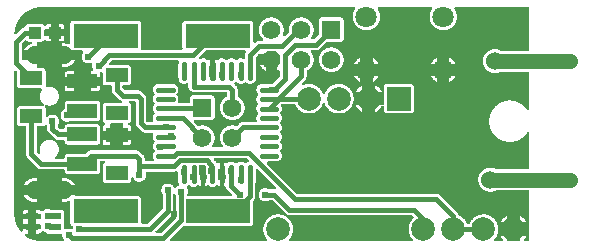
<source format=gtl>
G04 Layer: TopLayer*
G04 EasyEDA v6.3.53, 2020-06-17T01:54:55+02:00*
G04 e9d571a3f1504c91a96fab9e56f28b91,9eabfb72a9474bef872f988307f0334b,10*
G04 Gerber Generator version 0.2*
G04 Scale: 100 percent, Rotated: No, Reflected: No *
G04 Dimensions in millimeters *
G04 leading zeros omitted , absolute positions ,3 integer and 3 decimal *
%FSLAX33Y33*%
%MOMM*%
G90*
G71D02*

%ADD11C,1.270000*%
%ADD12C,0.381000*%
%ADD13C,0.450012*%
%ADD14C,0.609600*%
%ADD15R,1.099998X0.599999*%
%ADD16R,2.499995X1.199998*%
%ADD17R,1.899996X1.199998*%
%ADD18R,1.092200X0.990600*%
%ADD19R,5.499989X1.999996*%
%ADD20C,1.999996*%
%ADD21R,1.999996X1.999996*%
%ADD22C,1.574800*%
%ADD23R,1.574800X1.574800*%
%ADD24C,1.799996*%
%ADD25C,1.524000*%
%ADD26C,1.499997*%

%LPD*%
G36*
G01X19766Y82156D02*
G01X16473Y82156D01*
G01X16457Y82155D01*
G01X16442Y82151D01*
G01X16427Y82145D01*
G01X16414Y82137D01*
G01X16401Y82126D01*
G01X15868Y81593D01*
G01X15858Y81581D01*
G01X15850Y81567D01*
G01X15844Y81553D01*
G01X15840Y81537D01*
G01X15839Y81521D01*
G01X15840Y81507D01*
G01X15843Y81493D01*
G01X15848Y81479D01*
G01X15855Y81466D01*
G01X15864Y81455D01*
G01X15874Y81445D01*
G01X15885Y81436D01*
G01X15898Y81429D01*
G01X15912Y81424D01*
G01X15926Y81421D01*
G01X15940Y81420D01*
G01X15958Y81421D01*
G01X15975Y81426D01*
G01X15991Y81433D01*
G01X16018Y81448D01*
G01X16047Y81461D01*
G01X16076Y81472D01*
G01X16106Y81481D01*
G01X16137Y81488D01*
G01X16168Y81493D01*
G01X16199Y81496D01*
G01X16230Y81497D01*
G01X16263Y81496D01*
G01X16296Y81492D01*
G01X16329Y81487D01*
G01X16361Y81479D01*
G01X16392Y81469D01*
G01X16423Y81456D01*
G01X16453Y81442D01*
G01X16482Y81426D01*
G01X16509Y81408D01*
G01X16536Y81388D01*
G01X16560Y81366D01*
G01X16572Y81356D01*
G01X16586Y81348D01*
G01X16600Y81343D01*
G01X16615Y81339D01*
G01X16630Y81338D01*
G01X16645Y81339D01*
G01X16660Y81343D01*
G01X16675Y81348D01*
G01X16688Y81356D01*
G01X16700Y81366D01*
G01X16728Y81390D01*
G01X16757Y81412D01*
G01X16788Y81432D01*
G01X16821Y81449D01*
G01X16854Y81464D01*
G01X16854Y80891D01*
G01X16813Y80891D01*
G01X16799Y80890D01*
G01X16785Y80887D01*
G01X16771Y80882D01*
G01X16758Y80875D01*
G01X16747Y80866D01*
G01X16736Y80856D01*
G01X16728Y80845D01*
G01X16721Y80832D01*
G01X16716Y80818D01*
G01X16713Y80804D01*
G01X16712Y80790D01*
G01X16712Y80041D01*
G01X16713Y80026D01*
G01X16716Y80012D01*
G01X16721Y79999D01*
G01X16728Y79986D01*
G01X16736Y79974D01*
G01X16747Y79964D01*
G01X16758Y79955D01*
G01X16771Y79948D01*
G01X16785Y79943D01*
G01X16799Y79940D01*
G01X16813Y79939D01*
G01X16854Y79939D01*
G01X16854Y79643D01*
G01X16855Y79629D01*
G01X16858Y79615D01*
G01X16863Y79601D01*
G01X16870Y79588D01*
G01X16879Y79577D01*
G01X16889Y79566D01*
G01X16901Y79558D01*
G01X16914Y79551D01*
G01X16927Y79546D01*
G01X16941Y79543D01*
G01X16956Y79542D01*
G01X17105Y79542D01*
G01X17119Y79543D01*
G01X17133Y79546D01*
G01X17147Y79551D01*
G01X17160Y79558D01*
G01X17171Y79566D01*
G01X17181Y79577D01*
G01X17190Y79588D01*
G01X17197Y79601D01*
G01X17202Y79615D01*
G01X17205Y79629D01*
G01X17206Y79643D01*
G01X17206Y79951D01*
G01X17219Y79960D01*
G01X17231Y79970D01*
G01X17241Y79982D01*
G01X17249Y79996D01*
G01X17255Y80010D01*
G01X17259Y80025D01*
G01X17260Y80041D01*
G01X17259Y80052D01*
G01X17256Y80110D01*
G01X17257Y80147D01*
G01X17261Y80184D01*
G01X17267Y80221D01*
G01X17276Y80257D01*
G01X17286Y80292D01*
G01X17300Y80327D01*
G01X17315Y80360D01*
G01X17332Y80393D01*
G01X17340Y80409D01*
G01X17345Y80426D01*
G01X17346Y80444D01*
G01X17346Y80790D01*
G01X17345Y80804D01*
G01X17342Y80818D01*
G01X17337Y80832D01*
G01X17330Y80845D01*
G01X17321Y80856D01*
G01X17311Y80866D01*
G01X17300Y80875D01*
G01X17287Y80882D01*
G01X17273Y80887D01*
G01X17259Y80890D01*
G01X17245Y80891D01*
G01X17206Y80891D01*
G01X17206Y81464D01*
G01X17240Y81449D01*
G01X17272Y81432D01*
G01X17303Y81412D01*
G01X17332Y81391D01*
G01X17360Y81367D01*
G01X17371Y81357D01*
G01X17385Y81349D01*
G01X17399Y81344D01*
G01X17414Y81340D01*
G01X17429Y81339D01*
G01X17444Y81340D01*
G01X17459Y81344D01*
G01X17473Y81349D01*
G01X17487Y81357D01*
G01X17498Y81367D01*
G01X17523Y81388D01*
G01X17550Y81408D01*
G01X17577Y81426D01*
G01X17606Y81443D01*
G01X17635Y81457D01*
G01X17666Y81469D01*
G01X17698Y81479D01*
G01X17730Y81487D01*
G01X17762Y81492D01*
G01X17795Y81496D01*
G01X17828Y81497D01*
G01X17861Y81496D01*
G01X17894Y81492D01*
G01X17926Y81487D01*
G01X17958Y81479D01*
G01X17990Y81469D01*
G01X18021Y81456D01*
G01X18051Y81442D01*
G01X18079Y81426D01*
G01X18107Y81408D01*
G01X18133Y81388D01*
G01X18158Y81366D01*
G01X18170Y81356D01*
G01X18183Y81348D01*
G01X18198Y81343D01*
G01X18212Y81339D01*
G01X18228Y81338D01*
G01X18243Y81339D01*
G01X18258Y81343D01*
G01X18272Y81348D01*
G01X18286Y81356D01*
G01X18298Y81366D01*
G01X18322Y81388D01*
G01X18349Y81408D01*
G01X18376Y81426D01*
G01X18405Y81442D01*
G01X18435Y81456D01*
G01X18466Y81469D01*
G01X18497Y81479D01*
G01X18529Y81487D01*
G01X18562Y81492D01*
G01X18595Y81496D01*
G01X18628Y81497D01*
G01X18661Y81496D01*
G01X18694Y81492D01*
G01X18726Y81487D01*
G01X18759Y81479D01*
G01X18790Y81469D01*
G01X18821Y81456D01*
G01X18851Y81442D01*
G01X18879Y81426D01*
G01X18907Y81408D01*
G01X18933Y81388D01*
G01X18958Y81366D01*
G01X18970Y81356D01*
G01X18983Y81348D01*
G01X18998Y81343D01*
G01X19013Y81339D01*
G01X19028Y81338D01*
G01X19043Y81339D01*
G01X19058Y81343D01*
G01X19072Y81348D01*
G01X19086Y81356D01*
G01X19098Y81366D01*
G01X19122Y81388D01*
G01X19149Y81408D01*
G01X19176Y81426D01*
G01X19205Y81442D01*
G01X19235Y81456D01*
G01X19266Y81469D01*
G01X19297Y81479D01*
G01X19329Y81487D01*
G01X19362Y81492D01*
G01X19395Y81496D01*
G01X19428Y81497D01*
G01X19464Y81496D01*
G01X19499Y81492D01*
G01X19534Y81485D01*
G01X19569Y81476D01*
G01X19603Y81464D01*
G01X19636Y81450D01*
G01X19650Y81444D01*
G01X19664Y81441D01*
G01X19679Y81440D01*
G01X19694Y81441D01*
G01X19708Y81444D01*
G01X19722Y81449D01*
G01X19734Y81456D01*
G01X19746Y81465D01*
G01X19756Y81475D01*
G01X19765Y81487D01*
G01X19772Y81499D01*
G01X19777Y81513D01*
G01X19780Y81527D01*
G01X19781Y81541D01*
G01X19781Y81759D01*
G01X19782Y81791D01*
G01X19786Y81822D01*
G01X19791Y81854D01*
G01X19799Y81884D01*
G01X19809Y81914D01*
G01X19821Y81944D01*
G01X19835Y81972D01*
G01X19851Y82000D01*
G01X19858Y82012D01*
G01X19863Y82026D01*
G01X19866Y82040D01*
G01X19867Y82054D01*
G01X19866Y82069D01*
G01X19863Y82083D01*
G01X19858Y82097D01*
G01X19851Y82109D01*
G01X19843Y82121D01*
G01X19832Y82131D01*
G01X19821Y82140D01*
G01X19808Y82147D01*
G01X19794Y82152D01*
G01X19780Y82155D01*
G01X19766Y82156D01*
G37*

%LPD*%
G36*
G01X22364Y82076D02*
G01X21653Y82076D01*
G01X21639Y82075D01*
G01X21624Y82072D01*
G01X21611Y82067D01*
G01X21598Y82060D01*
G01X21586Y82052D01*
G01X21576Y82041D01*
G01X21568Y82030D01*
G01X21561Y82017D01*
G01X21556Y82003D01*
G01X21552Y81989D01*
G01X21551Y81975D01*
G01X21551Y81838D01*
G01X20981Y81838D01*
G01X20965Y81836D01*
G01X20950Y81833D01*
G01X20935Y81827D01*
G01X20921Y81818D01*
G01X20909Y81808D01*
G01X20705Y81604D01*
G01X20695Y81591D01*
G01X20686Y81578D01*
G01X20680Y81563D01*
G01X20676Y81548D01*
G01X20675Y81532D01*
G01X20675Y81213D01*
G01X20677Y81195D01*
G01X20681Y81178D01*
G01X20691Y81147D01*
G01X20699Y81114D01*
G01X20705Y81082D01*
G01X20708Y81049D01*
G01X20710Y81015D01*
G01X20710Y79815D01*
G01X20709Y79784D01*
G01X20705Y79752D01*
G01X20700Y79721D01*
G01X20693Y79691D01*
G01X20684Y79661D01*
G01X20673Y79631D01*
G01X20660Y79602D01*
G01X20645Y79575D01*
G01X20628Y79548D01*
G01X20610Y79522D01*
G01X20590Y79498D01*
G01X20569Y79475D01*
G01X20546Y79453D01*
G01X20521Y79433D01*
G01X20496Y79415D01*
G01X20469Y79398D01*
G01X20441Y79383D01*
G01X20412Y79370D01*
G01X20383Y79359D01*
G01X20353Y79350D01*
G01X20322Y79343D01*
G01X20291Y79338D01*
G01X20260Y79335D01*
G01X20228Y79334D01*
G01X20195Y79335D01*
G01X20162Y79338D01*
G01X20129Y79344D01*
G01X20097Y79352D01*
G01X20066Y79362D01*
G01X20035Y79374D01*
G01X20005Y79388D01*
G01X19976Y79405D01*
G01X19949Y79423D01*
G01X19923Y79443D01*
G01X19898Y79465D01*
G01X19886Y79475D01*
G01X19873Y79482D01*
G01X19858Y79488D01*
G01X19843Y79491D01*
G01X19828Y79493D01*
G01X19813Y79491D01*
G01X19798Y79488D01*
G01X19783Y79482D01*
G01X19770Y79475D01*
G01X19758Y79465D01*
G01X19733Y79443D01*
G01X19707Y79423D01*
G01X19680Y79405D01*
G01X19651Y79388D01*
G01X19621Y79374D01*
G01X19590Y79362D01*
G01X19559Y79352D01*
G01X19527Y79344D01*
G01X19494Y79338D01*
G01X19461Y79335D01*
G01X19428Y79334D01*
G01X19395Y79335D01*
G01X19362Y79338D01*
G01X19329Y79344D01*
G01X19297Y79352D01*
G01X19266Y79362D01*
G01X19235Y79374D01*
G01X19205Y79388D01*
G01X19176Y79405D01*
G01X19149Y79423D01*
G01X19122Y79443D01*
G01X19098Y79465D01*
G01X19086Y79475D01*
G01X19072Y79482D01*
G01X19058Y79488D01*
G01X19043Y79491D01*
G01X19028Y79493D01*
G01X19013Y79491D01*
G01X18998Y79488D01*
G01X18983Y79482D01*
G01X18970Y79475D01*
G01X18958Y79465D01*
G01X18915Y79429D01*
G01X18903Y79418D01*
G01X18893Y79406D01*
G01X18885Y79393D01*
G01X18879Y79378D01*
G01X18875Y79363D01*
G01X18874Y79347D01*
G01X18875Y79331D01*
G01X18879Y79316D01*
G01X18885Y79301D01*
G01X18894Y79288D01*
G01X18904Y79275D01*
G01X19023Y79157D01*
G01X19044Y79133D01*
G01X19064Y79108D01*
G01X19083Y79082D01*
G01X19099Y79055D01*
G01X19113Y79026D01*
G01X19125Y78997D01*
G01X19136Y78966D01*
G01X19143Y78935D01*
G01X19149Y78904D01*
G01X19152Y78872D01*
G01X19154Y78840D01*
G01X19154Y78322D01*
G01X19155Y78307D01*
G01X19158Y78291D01*
G01X19164Y78277D01*
G01X19172Y78264D01*
G01X19182Y78252D01*
G01X19194Y78241D01*
G01X19207Y78233D01*
G01X19247Y78210D01*
G01X19286Y78185D01*
G01X19324Y78158D01*
G01X19361Y78130D01*
G01X19397Y78100D01*
G01X19431Y78068D01*
G01X19464Y78035D01*
G01X19495Y78000D01*
G01X19525Y77964D01*
G01X19553Y77927D01*
G01X19580Y77889D01*
G01X19604Y77849D01*
G01X19627Y77809D01*
G01X19648Y77767D01*
G01X19667Y77725D01*
G01X19685Y77681D01*
G01X19700Y77637D01*
G01X19713Y77593D01*
G01X19725Y77548D01*
G01X19734Y77502D01*
G01X19741Y77456D01*
G01X19746Y77410D01*
G01X19749Y77363D01*
G01X19751Y77316D01*
G01X19749Y77270D01*
G01X19746Y77223D01*
G01X19741Y77176D01*
G01X19734Y77130D01*
G01X19724Y77084D01*
G01X19713Y77039D01*
G01X19699Y76994D01*
G01X19684Y76950D01*
G01X19667Y76906D01*
G01X19647Y76864D01*
G01X19626Y76822D01*
G01X19603Y76781D01*
G01X19578Y76741D01*
G01X19551Y76703D01*
G01X19523Y76666D01*
G01X19493Y76630D01*
G01X19461Y76595D01*
G01X19428Y76562D01*
G01X19393Y76530D01*
G01X19357Y76500D01*
G01X19320Y76472D01*
G01X19282Y76445D01*
G01X19242Y76420D01*
G01X19201Y76397D01*
G01X19160Y76376D01*
G01X19117Y76357D01*
G01X19073Y76339D01*
G01X19029Y76324D01*
G01X18984Y76310D01*
G01X18939Y76299D01*
G01X18893Y76289D01*
G01X18847Y76282D01*
G01X18800Y76277D01*
G01X18753Y76274D01*
G01X18707Y76273D01*
G01X18660Y76274D01*
G01X18613Y76277D01*
G01X18566Y76282D01*
G01X18520Y76289D01*
G01X18474Y76299D01*
G01X18429Y76310D01*
G01X18384Y76324D01*
G01X18340Y76339D01*
G01X18296Y76357D01*
G01X18254Y76376D01*
G01X18212Y76397D01*
G01X18171Y76420D01*
G01X18131Y76445D01*
G01X18093Y76472D01*
G01X18056Y76500D01*
G01X18020Y76530D01*
G01X17985Y76562D01*
G01X17952Y76595D01*
G01X17920Y76630D01*
G01X17890Y76666D01*
G01X17862Y76703D01*
G01X17835Y76741D01*
G01X17810Y76781D01*
G01X17787Y76822D01*
G01X17766Y76864D01*
G01X17747Y76906D01*
G01X17729Y76950D01*
G01X17714Y76994D01*
G01X17700Y77039D01*
G01X17689Y77084D01*
G01X17679Y77130D01*
G01X17672Y77176D01*
G01X17667Y77223D01*
G01X17664Y77270D01*
G01X17663Y77316D01*
G01X17664Y77363D01*
G01X17667Y77410D01*
G01X17672Y77456D01*
G01X17679Y77502D01*
G01X17689Y77548D01*
G01X17700Y77593D01*
G01X17713Y77637D01*
G01X17729Y77681D01*
G01X17746Y77725D01*
G01X17765Y77767D01*
G01X17786Y77809D01*
G01X17809Y77849D01*
G01X17834Y77889D01*
G01X17860Y77927D01*
G01X17888Y77964D01*
G01X17918Y78000D01*
G01X17949Y78035D01*
G01X17982Y78068D01*
G01X18016Y78100D01*
G01X18052Y78130D01*
G01X18089Y78158D01*
G01X18127Y78185D01*
G01X18166Y78210D01*
G01X18207Y78233D01*
G01X18220Y78241D01*
G01X18231Y78252D01*
G01X18241Y78264D01*
G01X18249Y78277D01*
G01X18255Y78291D01*
G01X18258Y78307D01*
G01X18260Y78322D01*
G01X18260Y78546D01*
G01X18259Y78560D01*
G01X18255Y78574D01*
G01X18250Y78588D01*
G01X18243Y78601D01*
G01X18235Y78612D01*
G01X18224Y78623D01*
G01X18213Y78631D01*
G01X18200Y78638D01*
G01X18187Y78643D01*
G01X18172Y78646D01*
G01X18158Y78647D01*
G01X15430Y78647D01*
G01X15399Y78648D01*
G01X15369Y78652D01*
G01X15339Y78657D01*
G01X15309Y78664D01*
G01X15280Y78673D01*
G01X15252Y78684D01*
G01X15224Y78698D01*
G01X15198Y78713D01*
G01X15172Y78729D01*
G01X15148Y78748D01*
G01X15125Y78768D01*
G01X15103Y78789D01*
G01X15083Y78812D01*
G01X15065Y78837D01*
G01X15048Y78862D01*
G01X15033Y78889D01*
G01X15020Y78916D01*
G01X15009Y78945D01*
G01X15000Y78974D01*
G01X14992Y79004D01*
G01X14987Y79034D01*
G01X14984Y79064D01*
G01X14983Y79094D01*
G01X14983Y79289D01*
G01X14982Y79304D01*
G01X14979Y79318D01*
G01X14974Y79331D01*
G01X14967Y79344D01*
G01X14958Y79356D01*
G01X14948Y79366D01*
G01X14936Y79375D01*
G01X14924Y79382D01*
G01X14910Y79387D01*
G01X14896Y79390D01*
G01X14881Y79391D01*
G01X14866Y79390D01*
G01X14852Y79386D01*
G01X14838Y79381D01*
G01X14805Y79367D01*
G01X14771Y79355D01*
G01X14736Y79346D01*
G01X14701Y79339D01*
G01X14666Y79335D01*
G01X14630Y79334D01*
G01X14598Y79335D01*
G01X14567Y79338D01*
G01X14536Y79343D01*
G01X14505Y79350D01*
G01X14475Y79359D01*
G01X14446Y79370D01*
G01X14417Y79383D01*
G01X14389Y79398D01*
G01X14362Y79415D01*
G01X14337Y79433D01*
G01X14312Y79453D01*
G01X14289Y79475D01*
G01X14268Y79498D01*
G01X14248Y79522D01*
G01X14230Y79548D01*
G01X14213Y79575D01*
G01X14198Y79602D01*
G01X14185Y79631D01*
G01X14174Y79661D01*
G01X14165Y79691D01*
G01X14158Y79721D01*
G01X14152Y79752D01*
G01X14149Y79784D01*
G01X14148Y79815D01*
G01X14148Y81015D01*
G01X14150Y81049D01*
G01X14153Y81082D01*
G01X14159Y81114D01*
G01X14167Y81147D01*
G01X14177Y81178D01*
G01X14181Y81195D01*
G01X14183Y81213D01*
G01X14182Y81227D01*
G01X14179Y81241D01*
G01X14174Y81255D01*
G01X14167Y81268D01*
G01X14158Y81279D01*
G01X14148Y81290D01*
G01X14136Y81298D01*
G01X14123Y81305D01*
G01X14110Y81310D01*
G01X14096Y81313D01*
G01X14081Y81314D01*
G01X8520Y81314D01*
G01X8504Y81313D01*
G01X8488Y81309D01*
G01X8474Y81303D01*
G01X8460Y81295D01*
G01X8448Y81285D01*
G01X8253Y81090D01*
G01X8242Y81077D01*
G01X8234Y81064D01*
G01X8228Y81049D01*
G01X8224Y81034D01*
G01X8223Y81018D01*
G01X8224Y81003D01*
G01X8227Y80989D01*
G01X8232Y80975D01*
G01X8239Y80963D01*
G01X8248Y80951D01*
G01X8258Y80941D01*
G01X8270Y80932D01*
G01X8282Y80925D01*
G01X8296Y80920D01*
G01X8310Y80917D01*
G01X8325Y80916D01*
G01X9878Y80916D01*
G01X9901Y80915D01*
G01X9925Y80912D01*
G01X9948Y80906D01*
G01X9970Y80899D01*
G01X9992Y80889D01*
G01X10013Y80878D01*
G01X10032Y80864D01*
G01X10050Y80849D01*
G01X10067Y80832D01*
G01X10082Y80814D01*
G01X10096Y80795D01*
G01X10107Y80774D01*
G01X10117Y80752D01*
G01X10124Y80730D01*
G01X10130Y80707D01*
G01X10133Y80683D01*
G01X10134Y80660D01*
G01X10134Y79460D01*
G01X10133Y79436D01*
G01X10130Y79412D01*
G01X10124Y79389D01*
G01X10117Y79367D01*
G01X10107Y79345D01*
G01X10096Y79324D01*
G01X10082Y79305D01*
G01X10067Y79287D01*
G01X10050Y79270D01*
G01X10032Y79255D01*
G01X10013Y79241D01*
G01X9992Y79230D01*
G01X9970Y79220D01*
G01X9948Y79213D01*
G01X9925Y79207D01*
G01X9901Y79204D01*
G01X9878Y79203D01*
G01X9476Y79203D01*
G01X9462Y79202D01*
G01X9448Y79199D01*
G01X9434Y79194D01*
G01X9421Y79187D01*
G01X9410Y79178D01*
G01X9399Y79168D01*
G01X9391Y79156D01*
G01X9384Y79144D01*
G01X9379Y79130D01*
G01X9376Y79116D01*
G01X9375Y79101D01*
G01X9375Y79068D01*
G01X9376Y79052D01*
G01X9380Y79036D01*
G01X9386Y79022D01*
G01X9394Y79008D01*
G01X9404Y78996D01*
G01X9591Y78809D01*
G01X9603Y78799D01*
G01X9617Y78791D01*
G01X9631Y78785D01*
G01X9647Y78781D01*
G01X9663Y78780D01*
G01X10706Y78780D01*
G01X10738Y78778D01*
G01X10769Y78775D01*
G01X10801Y78769D01*
G01X10832Y78761D01*
G01X10862Y78751D01*
G01X10891Y78739D01*
G01X10920Y78725D01*
G01X10947Y78709D01*
G01X10973Y78690D01*
G01X10998Y78670D01*
G01X11022Y78649D01*
G01X11276Y78395D01*
G01X11297Y78371D01*
G01X11317Y78346D01*
G01X11336Y78320D01*
G01X11352Y78293D01*
G01X11366Y78264D01*
G01X11378Y78235D01*
G01X11389Y78204D01*
G01X11396Y78174D01*
G01X11402Y78142D01*
G01X11405Y78110D01*
G01X11407Y78078D01*
G01X11407Y76274D01*
G01X11408Y76258D01*
G01X11412Y76242D01*
G01X11418Y76228D01*
G01X11426Y76214D01*
G01X11436Y76202D01*
G01X11509Y76130D01*
G01X11521Y76119D01*
G01X11534Y76111D01*
G01X11549Y76105D01*
G01X11565Y76101D01*
G01X11581Y76100D01*
G01X11928Y76100D01*
G01X11942Y76101D01*
G01X11956Y76104D01*
G01X11970Y76109D01*
G01X11983Y76116D01*
G01X11994Y76125D01*
G01X12005Y76135D01*
G01X12013Y76146D01*
G01X12020Y76159D01*
G01X12025Y76173D01*
G01X12028Y76187D01*
G01X12029Y76201D01*
G01X12028Y76216D01*
G01X12025Y76231D01*
G01X12020Y76245D01*
G01X12006Y76277D01*
G01X11994Y76311D01*
G01X11985Y76345D01*
G01X11979Y76380D01*
G01X11975Y76415D01*
G01X11974Y76450D01*
G01X11975Y76483D01*
G01X11978Y76516D01*
G01X11984Y76549D01*
G01X11992Y76581D01*
G01X12002Y76613D01*
G01X12014Y76643D01*
G01X12028Y76673D01*
G01X12045Y76702D01*
G01X12063Y76730D01*
G01X12083Y76756D01*
G01X12105Y76781D01*
G01X12114Y76793D01*
G01X12122Y76806D01*
G01X12128Y76820D01*
G01X12131Y76835D01*
G01X12132Y76850D01*
G01X12131Y76866D01*
G01X12128Y76881D01*
G01X12122Y76895D01*
G01X12114Y76908D01*
G01X12105Y76920D01*
G01X12083Y76945D01*
G01X12063Y76971D01*
G01X12045Y76999D01*
G01X12028Y77028D01*
G01X12014Y77057D01*
G01X12002Y77088D01*
G01X11992Y77120D01*
G01X11984Y77152D01*
G01X11978Y77184D01*
G01X11975Y77217D01*
G01X11974Y77250D01*
G01X11975Y77284D01*
G01X11978Y77316D01*
G01X11984Y77349D01*
G01X11992Y77381D01*
G01X12002Y77413D01*
G01X12014Y77443D01*
G01X12028Y77473D01*
G01X12045Y77502D01*
G01X12063Y77530D01*
G01X12083Y77556D01*
G01X12105Y77581D01*
G01X12114Y77593D01*
G01X12122Y77606D01*
G01X12128Y77620D01*
G01X12131Y77635D01*
G01X12132Y77651D01*
G01X12131Y77666D01*
G01X12128Y77681D01*
G01X12122Y77695D01*
G01X12114Y77708D01*
G01X12105Y77720D01*
G01X12083Y77745D01*
G01X12063Y77771D01*
G01X12045Y77799D01*
G01X12028Y77828D01*
G01X12014Y77858D01*
G01X12002Y77888D01*
G01X11992Y77920D01*
G01X11984Y77952D01*
G01X11978Y77985D01*
G01X11975Y78017D01*
G01X11974Y78051D01*
G01X11975Y78084D01*
G01X11978Y78117D01*
G01X11984Y78149D01*
G01X11992Y78181D01*
G01X12002Y78213D01*
G01X12014Y78244D01*
G01X12028Y78273D01*
G01X12045Y78302D01*
G01X12063Y78330D01*
G01X12083Y78356D01*
G01X12105Y78381D01*
G01X12114Y78393D01*
G01X12122Y78406D01*
G01X12128Y78420D01*
G01X12131Y78435D01*
G01X12132Y78451D01*
G01X12131Y78466D01*
G01X12128Y78481D01*
G01X12122Y78495D01*
G01X12114Y78508D01*
G01X12105Y78520D01*
G01X12083Y78545D01*
G01X12063Y78571D01*
G01X12045Y78599D01*
G01X12028Y78628D01*
G01X12014Y78658D01*
G01X12002Y78688D01*
G01X11992Y78720D01*
G01X11984Y78752D01*
G01X11978Y78785D01*
G01X11975Y78818D01*
G01X11974Y78851D01*
G01X11975Y78882D01*
G01X11978Y78914D01*
G01X11983Y78945D01*
G01X11990Y78975D01*
G01X11999Y79005D01*
G01X12010Y79035D01*
G01X12023Y79064D01*
G01X12038Y79091D01*
G01X12055Y79118D01*
G01X12073Y79144D01*
G01X12093Y79168D01*
G01X12115Y79191D01*
G01X12138Y79213D01*
G01X12162Y79233D01*
G01X12188Y79251D01*
G01X12214Y79268D01*
G01X12242Y79283D01*
G01X12271Y79296D01*
G01X12300Y79307D01*
G01X12330Y79316D01*
G01X12361Y79323D01*
G01X12392Y79328D01*
G01X12424Y79331D01*
G01X12455Y79332D01*
G01X13655Y79332D01*
G01X13687Y79331D01*
G01X13718Y79328D01*
G01X13749Y79323D01*
G01X13780Y79316D01*
G01X13810Y79307D01*
G01X13839Y79296D01*
G01X13868Y79283D01*
G01X13896Y79268D01*
G01X13923Y79251D01*
G01X13948Y79233D01*
G01X13973Y79213D01*
G01X13996Y79191D01*
G01X14017Y79168D01*
G01X14037Y79144D01*
G01X14055Y79118D01*
G01X14072Y79091D01*
G01X14087Y79064D01*
G01X14100Y79035D01*
G01X14111Y79005D01*
G01X14120Y78975D01*
G01X14127Y78945D01*
G01X14133Y78914D01*
G01X14136Y78882D01*
G01X14137Y78851D01*
G01X14136Y78818D01*
G01X14132Y78785D01*
G01X14126Y78752D01*
G01X14119Y78720D01*
G01X14108Y78688D01*
G01X14096Y78658D01*
G01X14082Y78628D01*
G01X14066Y78599D01*
G01X14047Y78571D01*
G01X14027Y78545D01*
G01X14005Y78520D01*
G01X13996Y78508D01*
G01X13988Y78495D01*
G01X13982Y78481D01*
G01X13979Y78466D01*
G01X13978Y78451D01*
G01X13979Y78435D01*
G01X13982Y78420D01*
G01X13988Y78406D01*
G01X13996Y78393D01*
G01X14005Y78381D01*
G01X14027Y78356D01*
G01X14047Y78330D01*
G01X14066Y78302D01*
G01X14082Y78273D01*
G01X14096Y78244D01*
G01X14108Y78213D01*
G01X14119Y78181D01*
G01X14126Y78149D01*
G01X14132Y78117D01*
G01X14136Y78084D01*
G01X14137Y78051D01*
G01X14135Y78015D01*
G01X14131Y77979D01*
G01X14125Y77944D01*
G01X14116Y77910D01*
G01X14104Y77876D01*
G01X14090Y77843D01*
G01X14084Y77829D01*
G01X14081Y77814D01*
G01X14080Y77799D01*
G01X14081Y77785D01*
G01X14084Y77770D01*
G01X14089Y77757D01*
G01X14096Y77744D01*
G01X14104Y77733D01*
G01X14115Y77722D01*
G01X14126Y77714D01*
G01X14139Y77707D01*
G01X14153Y77702D01*
G01X14167Y77699D01*
G01X14181Y77697D01*
G01X15021Y77697D01*
G01X15036Y77699D01*
G01X15050Y77702D01*
G01X15063Y77707D01*
G01X15076Y77714D01*
G01X15088Y77722D01*
G01X15098Y77733D01*
G01X15107Y77744D01*
G01X15119Y77770D01*
G01X15122Y77785D01*
G01X15123Y77799D01*
G01X15123Y78104D01*
G01X15124Y78128D01*
G01X15127Y78151D01*
G01X15132Y78174D01*
G01X15140Y78197D01*
G01X15150Y78218D01*
G01X15161Y78239D01*
G01X15174Y78259D01*
G01X15190Y78277D01*
G01X15206Y78293D01*
G01X15225Y78309D01*
G01X15244Y78322D01*
G01X15265Y78334D01*
G01X15287Y78343D01*
G01X15309Y78351D01*
G01X15332Y78356D01*
G01X15356Y78359D01*
G01X15379Y78360D01*
G01X16954Y78360D01*
G01X16978Y78359D01*
G01X17001Y78356D01*
G01X17024Y78351D01*
G01X17047Y78343D01*
G01X17068Y78334D01*
G01X17089Y78322D01*
G01X17109Y78309D01*
G01X17127Y78293D01*
G01X17144Y78277D01*
G01X17159Y78259D01*
G01X17172Y78239D01*
G01X17184Y78218D01*
G01X17193Y78197D01*
G01X17201Y78174D01*
G01X17206Y78151D01*
G01X17209Y78128D01*
G01X17211Y78104D01*
G01X17211Y76529D01*
G01X17209Y76505D01*
G01X17206Y76482D01*
G01X17201Y76459D01*
G01X17193Y76436D01*
G01X17184Y76415D01*
G01X17172Y76394D01*
G01X17159Y76374D01*
G01X17144Y76356D01*
G01X17127Y76340D01*
G01X17109Y76324D01*
G01X17089Y76311D01*
G01X17068Y76299D01*
G01X17047Y76290D01*
G01X17024Y76282D01*
G01X17001Y76277D01*
G01X16978Y76274D01*
G01X16954Y76273D01*
G01X15548Y76273D01*
G01X15534Y76272D01*
G01X15519Y76268D01*
G01X15506Y76263D01*
G01X15493Y76256D01*
G01X15482Y76248D01*
G01X15471Y76237D01*
G01X15463Y76226D01*
G01X15456Y76213D01*
G01X15451Y76200D01*
G01X15447Y76185D01*
G01X15446Y76171D01*
G01X15448Y76155D01*
G01X15451Y76140D01*
G01X15458Y76125D01*
G01X15466Y76111D01*
G01X15476Y76099D01*
G01X15772Y75804D01*
G01X15784Y75793D01*
G01X15797Y75785D01*
G01X15812Y75779D01*
G01X15828Y75775D01*
G01X15843Y75774D01*
G01X15858Y75775D01*
G01X15872Y75778D01*
G01X15920Y75791D01*
G01X15969Y75802D01*
G01X16018Y75810D01*
G01X16067Y75816D01*
G01X16117Y75819D01*
G01X16167Y75820D01*
G01X16213Y75819D01*
G01X16260Y75816D01*
G01X16307Y75811D01*
G01X16353Y75804D01*
G01X16399Y75794D01*
G01X16444Y75783D01*
G01X16489Y75769D01*
G01X16533Y75754D01*
G01X16577Y75736D01*
G01X16620Y75717D01*
G01X16661Y75696D01*
G01X16702Y75673D01*
G01X16742Y75648D01*
G01X16780Y75621D01*
G01X16817Y75593D01*
G01X16853Y75563D01*
G01X16888Y75531D01*
G01X16921Y75498D01*
G01X16953Y75463D01*
G01X16983Y75427D01*
G01X17011Y75390D01*
G01X17038Y75352D01*
G01X17063Y75312D01*
G01X17086Y75271D01*
G01X17107Y75229D01*
G01X17127Y75187D01*
G01X17144Y75143D01*
G01X17159Y75099D01*
G01X17173Y75054D01*
G01X17184Y75009D01*
G01X17194Y74963D01*
G01X17201Y74917D01*
G01X17206Y74870D01*
G01X17209Y74823D01*
G01X17211Y74776D01*
G01X17209Y74729D01*
G01X17206Y74682D01*
G01X17201Y74635D01*
G01X17193Y74588D01*
G01X17184Y74541D01*
G01X17172Y74496D01*
G01X17158Y74450D01*
G01X17142Y74406D01*
G01X17125Y74362D01*
G01X17105Y74319D01*
G01X17083Y74276D01*
G01X17059Y74235D01*
G01X17034Y74195D01*
G01X17007Y74157D01*
G01X16978Y74119D01*
G01X16968Y74105D01*
G01X16961Y74089D01*
G01X16956Y74072D01*
G01X16955Y74055D01*
G01X16956Y74041D01*
G01X16959Y74027D01*
G01X16964Y74013D01*
G01X16971Y74000D01*
G01X16980Y73989D01*
G01X16990Y73978D01*
G01X17002Y73970D01*
G01X17014Y73963D01*
G01X17028Y73958D01*
G01X17042Y73955D01*
G01X17056Y73954D01*
G01X17817Y73954D01*
G01X17831Y73955D01*
G01X17845Y73958D01*
G01X17859Y73963D01*
G01X17872Y73970D01*
G01X17883Y73978D01*
G01X17893Y73989D01*
G01X17902Y74000D01*
G01X17909Y74013D01*
G01X17914Y74027D01*
G01X17917Y74041D01*
G01X17918Y74055D01*
G01X17917Y74072D01*
G01X17912Y74089D01*
G01X17905Y74105D01*
G01X17896Y74119D01*
G01X17867Y74157D01*
G01X17839Y74195D01*
G01X17814Y74235D01*
G01X17790Y74276D01*
G01X17768Y74319D01*
G01X17749Y74362D01*
G01X17731Y74406D01*
G01X17715Y74450D01*
G01X17701Y74496D01*
G01X17689Y74541D01*
G01X17680Y74588D01*
G01X17672Y74635D01*
G01X17667Y74682D01*
G01X17664Y74729D01*
G01X17663Y74776D01*
G01X17664Y74823D01*
G01X17667Y74870D01*
G01X17672Y74917D01*
G01X17679Y74963D01*
G01X17689Y75009D01*
G01X17700Y75054D01*
G01X17714Y75099D01*
G01X17729Y75143D01*
G01X17747Y75187D01*
G01X17766Y75229D01*
G01X17787Y75271D01*
G01X17810Y75312D01*
G01X17835Y75352D01*
G01X17862Y75390D01*
G01X17890Y75427D01*
G01X17920Y75463D01*
G01X17952Y75498D01*
G01X17985Y75531D01*
G01X18020Y75563D01*
G01X18056Y75593D01*
G01X18093Y75621D01*
G01X18131Y75648D01*
G01X18171Y75673D01*
G01X18212Y75696D01*
G01X18254Y75717D01*
G01X18296Y75736D01*
G01X18340Y75754D01*
G01X18384Y75769D01*
G01X18429Y75783D01*
G01X18474Y75794D01*
G01X18520Y75804D01*
G01X18566Y75811D01*
G01X18613Y75816D01*
G01X18660Y75819D01*
G01X18707Y75820D01*
G01X18756Y75819D01*
G01X18806Y75816D01*
G01X18855Y75810D01*
G01X18904Y75802D01*
G01X18953Y75791D01*
G01X19001Y75778D01*
G01X19015Y75775D01*
G01X19030Y75774D01*
G01X19046Y75775D01*
G01X19061Y75779D01*
G01X19076Y75785D01*
G01X19089Y75793D01*
G01X19102Y75804D01*
G01X19257Y75959D01*
G01X19280Y75980D01*
G01X19305Y76000D01*
G01X19331Y76019D01*
G01X19358Y76035D01*
G01X19387Y76049D01*
G01X19416Y76061D01*
G01X19447Y76072D01*
G01X19478Y76079D01*
G01X19509Y76085D01*
G01X19541Y76089D01*
G01X19573Y76090D01*
G01X20691Y76090D01*
G01X20705Y76091D01*
G01X20719Y76094D01*
G01X20733Y76099D01*
G01X20746Y76106D01*
G01X20757Y76114D01*
G01X20768Y76125D01*
G01X20776Y76136D01*
G01X20783Y76149D01*
G01X20788Y76163D01*
G01X20791Y76177D01*
G01X20792Y76191D01*
G01X20791Y76206D01*
G01X20788Y76221D01*
G01X20783Y76235D01*
G01X20769Y76267D01*
G01X20757Y76301D01*
G01X20748Y76335D01*
G01X20742Y76370D01*
G01X20738Y76405D01*
G01X20737Y76440D01*
G01X20738Y76473D01*
G01X20741Y76506D01*
G01X20747Y76539D01*
G01X20755Y76571D01*
G01X20765Y76602D01*
G01X20777Y76633D01*
G01X20791Y76663D01*
G01X20808Y76692D01*
G01X20826Y76719D01*
G01X20846Y76746D01*
G01X20868Y76771D01*
G01X20877Y76782D01*
G01X20885Y76796D01*
G01X20891Y76810D01*
G01X20894Y76825D01*
G01X20895Y76840D01*
G01X20894Y76856D01*
G01X20891Y76870D01*
G01X20885Y76885D01*
G01X20877Y76898D01*
G01X20868Y76910D01*
G01X20846Y76935D01*
G01X20826Y76961D01*
G01X20808Y76989D01*
G01X20791Y77017D01*
G01X20777Y77047D01*
G01X20765Y77078D01*
G01X20755Y77110D01*
G01X20747Y77142D01*
G01X20741Y77174D01*
G01X20738Y77207D01*
G01X20737Y77240D01*
G01X20738Y77273D01*
G01X20741Y77306D01*
G01X20747Y77339D01*
G01X20755Y77371D01*
G01X20765Y77403D01*
G01X20777Y77433D01*
G01X20791Y77463D01*
G01X20808Y77492D01*
G01X20826Y77520D01*
G01X20846Y77546D01*
G01X20868Y77571D01*
G01X20877Y77583D01*
G01X20885Y77596D01*
G01X20891Y77610D01*
G01X20894Y77625D01*
G01X20895Y77640D01*
G01X20894Y77656D01*
G01X20891Y77671D01*
G01X20885Y77685D01*
G01X20877Y77698D01*
G01X20868Y77710D01*
G01X20846Y77735D01*
G01X20826Y77761D01*
G01X20808Y77789D01*
G01X20791Y77818D01*
G01X20777Y77847D01*
G01X20765Y77878D01*
G01X20755Y77910D01*
G01X20747Y77942D01*
G01X20741Y77974D01*
G01X20738Y78007D01*
G01X20737Y78040D01*
G01X20738Y78073D01*
G01X20741Y78106D01*
G01X20747Y78139D01*
G01X20755Y78171D01*
G01X20765Y78203D01*
G01X20777Y78233D01*
G01X20791Y78263D01*
G01X20808Y78292D01*
G01X20826Y78320D01*
G01X20846Y78346D01*
G01X20868Y78371D01*
G01X20877Y78383D01*
G01X20885Y78396D01*
G01X20891Y78410D01*
G01X20894Y78425D01*
G01X20895Y78440D01*
G01X20894Y78456D01*
G01X20891Y78471D01*
G01X20885Y78485D01*
G01X20877Y78498D01*
G01X20868Y78510D01*
G01X20846Y78535D01*
G01X20826Y78561D01*
G01X20808Y78589D01*
G01X20791Y78618D01*
G01X20777Y78648D01*
G01X20765Y78678D01*
G01X20755Y78710D01*
G01X20747Y78742D01*
G01X20741Y78775D01*
G01X20738Y78807D01*
G01X20737Y78840D01*
G01X20738Y78872D01*
G01X20741Y78903D01*
G01X20746Y78934D01*
G01X20753Y78965D01*
G01X20762Y78995D01*
G01X20773Y79025D01*
G01X20786Y79053D01*
G01X20801Y79081D01*
G01X20818Y79108D01*
G01X20836Y79134D01*
G01X20856Y79158D01*
G01X20878Y79181D01*
G01X20901Y79203D01*
G01X20925Y79223D01*
G01X20951Y79241D01*
G01X20977Y79258D01*
G01X21005Y79272D01*
G01X21034Y79285D01*
G01X21063Y79296D01*
G01X21093Y79306D01*
G01X21124Y79313D01*
G01X21155Y79318D01*
G01X21187Y79321D01*
G01X21218Y79322D01*
G01X21706Y79322D01*
G01X21722Y79323D01*
G01X21738Y79327D01*
G01X21773Y79338D01*
G01X21809Y79345D01*
G01X21845Y79350D01*
G01X21882Y79351D01*
G01X22099Y79351D01*
G01X22115Y79352D01*
G01X22130Y79356D01*
G01X22145Y79362D01*
G01X22159Y79370D01*
G01X22171Y79381D01*
G01X22675Y79885D01*
G01X22685Y79897D01*
G01X22693Y79911D01*
G01X22700Y79925D01*
G01X22703Y79941D01*
G01X22705Y79957D01*
G01X22705Y80401D01*
G01X22704Y80416D01*
G01X22700Y80430D01*
G01X22695Y80443D01*
G01X22688Y80456D01*
G01X22680Y80468D01*
G01X22669Y80478D01*
G01X22658Y80487D01*
G01X22645Y80494D01*
G01X22632Y80499D01*
G01X22617Y80502D01*
G01X22603Y80503D01*
G01X22585Y80501D01*
G01X22567Y80496D01*
G01X22550Y80488D01*
G01X22509Y80464D01*
G01X22466Y80442D01*
G01X22466Y80923D01*
G01X22603Y80923D01*
G01X22617Y80924D01*
G01X22632Y80927D01*
G01X22645Y80932D01*
G01X22658Y80939D01*
G01X22669Y80948D01*
G01X22680Y80958D01*
G01X22688Y80970D01*
G01X22695Y80983D01*
G01X22700Y80996D01*
G01X22704Y81010D01*
G01X22705Y81025D01*
G01X22705Y81736D01*
G01X22704Y81751D01*
G01X22700Y81765D01*
G01X22695Y81778D01*
G01X22688Y81791D01*
G01X22680Y81803D01*
G01X22669Y81813D01*
G01X22658Y81822D01*
G01X22645Y81829D01*
G01X22632Y81834D01*
G01X22617Y81837D01*
G01X22603Y81838D01*
G01X22466Y81838D01*
G01X22466Y81975D01*
G01X22465Y81989D01*
G01X22462Y82003D01*
G01X22457Y82017D01*
G01X22450Y82030D01*
G01X22441Y82041D01*
G01X22431Y82052D01*
G01X22419Y82060D01*
G01X22406Y82067D01*
G01X22393Y82072D01*
G01X22379Y82075D01*
G01X22364Y82076D01*
G37*

%LPC*%
G36*
G01X21551Y80923D02*
G01X21070Y80923D01*
G01X21091Y80882D01*
G01X21114Y80842D01*
G01X21139Y80803D01*
G01X21165Y80765D01*
G01X21193Y80728D01*
G01X21223Y80693D01*
G01X21254Y80659D01*
G01X21287Y80626D01*
G01X21321Y80595D01*
G01X21356Y80565D01*
G01X21393Y80537D01*
G01X21431Y80511D01*
G01X21470Y80486D01*
G01X21510Y80463D01*
G01X21551Y80442D01*
G01X21551Y80923D01*
G37*

%LPD*%
G36*
G01X19876Y73059D02*
G01X17237Y73059D01*
G01X17223Y73058D01*
G01X17209Y73055D01*
G01X17195Y73050D01*
G01X17182Y73043D01*
G01X17171Y73035D01*
G01X17160Y73024D01*
G01X17152Y73013D01*
G01X17145Y73000D01*
G01X17140Y72986D01*
G01X17137Y72972D01*
G01X17136Y72958D01*
G01X17137Y72942D01*
G01X17141Y72926D01*
G01X17147Y72912D01*
G01X17155Y72898D01*
G01X17165Y72886D01*
G01X17245Y72807D01*
G01X17267Y72783D01*
G01X17288Y72757D01*
G01X17306Y72730D01*
G01X17323Y72702D01*
G01X17337Y72672D01*
G01X17344Y72659D01*
G01X17353Y72647D01*
G01X17363Y72637D01*
G01X17375Y72628D01*
G01X17387Y72621D01*
G01X17401Y72616D01*
G01X17415Y72613D01*
G01X17430Y72612D01*
G01X17445Y72613D01*
G01X17459Y72616D01*
G01X17473Y72621D01*
G01X17486Y72628D01*
G01X17497Y72637D01*
G01X17524Y72659D01*
G01X17551Y72679D01*
G01X17580Y72697D01*
G01X17610Y72712D01*
G01X17642Y72726D01*
G01X17642Y72154D01*
G01X17603Y72154D01*
G01X17589Y72153D01*
G01X17575Y72150D01*
G01X17561Y72145D01*
G01X17548Y72138D01*
G01X17537Y72129D01*
G01X17526Y72119D01*
G01X17518Y72107D01*
G01X17511Y72094D01*
G01X17506Y72081D01*
G01X17503Y72067D01*
G01X17502Y72052D01*
G01X17502Y71303D01*
G01X17503Y71289D01*
G01X17506Y71275D01*
G01X17511Y71261D01*
G01X17518Y71248D01*
G01X17526Y71237D01*
G01X17537Y71227D01*
G01X17548Y71218D01*
G01X17561Y71211D01*
G01X17575Y71206D01*
G01X17589Y71203D01*
G01X17603Y71202D01*
G01X17642Y71202D01*
G01X17642Y70629D01*
G01X17608Y70644D01*
G01X17576Y70661D01*
G01X17545Y70681D01*
G01X17516Y70702D01*
G01X17488Y70726D01*
G01X17476Y70736D01*
G01X17463Y70744D01*
G01X17449Y70749D01*
G01X17434Y70753D01*
G01X17419Y70754D01*
G01X17404Y70753D01*
G01X17389Y70749D01*
G01X17374Y70744D01*
G01X17361Y70736D01*
G01X17349Y70726D01*
G01X17325Y70705D01*
G01X17298Y70685D01*
G01X17271Y70667D01*
G01X17242Y70650D01*
G01X17212Y70636D01*
G01X17182Y70624D01*
G01X17150Y70614D01*
G01X17118Y70606D01*
G01X17086Y70601D01*
G01X17053Y70597D01*
G01X17020Y70596D01*
G01X16987Y70597D01*
G01X16954Y70601D01*
G01X16921Y70606D01*
G01X16889Y70614D01*
G01X16858Y70624D01*
G01X16827Y70637D01*
G01X16797Y70651D01*
G01X16768Y70667D01*
G01X16741Y70685D01*
G01X16715Y70705D01*
G01X16690Y70727D01*
G01X16678Y70737D01*
G01X16665Y70745D01*
G01X16650Y70750D01*
G01X16635Y70754D01*
G01X16620Y70755D01*
G01X16605Y70754D01*
G01X16590Y70750D01*
G01X16575Y70745D01*
G01X16562Y70737D01*
G01X16550Y70727D01*
G01X16523Y70703D01*
G01X16493Y70681D01*
G01X16462Y70661D01*
G01X16430Y70644D01*
G01X16396Y70629D01*
G01X16396Y71202D01*
G01X16437Y71202D01*
G01X16451Y71203D01*
G01X16466Y71206D01*
G01X16479Y71211D01*
G01X16492Y71218D01*
G01X16503Y71227D01*
G01X16514Y71237D01*
G01X16522Y71248D01*
G01X16529Y71261D01*
G01X16534Y71275D01*
G01X16537Y71289D01*
G01X16539Y71303D01*
G01X16539Y71538D01*
G01X16537Y71553D01*
G01X16534Y71567D01*
G01X16529Y71581D01*
G01X16521Y71594D01*
G01X16512Y71606D01*
G01X16490Y71632D01*
G01X16469Y71660D01*
G01X16450Y71688D01*
G01X16433Y71718D01*
G01X16418Y71749D01*
G01X16405Y71781D01*
G01X16393Y71813D01*
G01X16384Y71846D01*
G01X16377Y71880D01*
G01X16371Y71914D01*
G01X16368Y71948D01*
G01X16367Y71982D01*
G01X16369Y72024D01*
G01X16373Y72065D01*
G01X16381Y72106D01*
G01X16392Y72146D01*
G01X16395Y72160D01*
G01X16396Y72175D01*
G01X16396Y72323D01*
G01X16395Y72337D01*
G01X16392Y72351D01*
G01X16387Y72365D01*
G01X16380Y72378D01*
G01X16371Y72389D01*
G01X16361Y72400D01*
G01X16349Y72408D01*
G01X16337Y72415D01*
G01X16323Y72420D01*
G01X16309Y72423D01*
G01X16294Y72424D01*
G01X16146Y72424D01*
G01X16131Y72423D01*
G01X16117Y72420D01*
G01X16103Y72415D01*
G01X16091Y72408D01*
G01X16079Y72400D01*
G01X16069Y72389D01*
G01X16060Y72378D01*
G01X16053Y72365D01*
G01X16048Y72351D01*
G01X16045Y72337D01*
G01X16044Y72323D01*
G01X16044Y72154D01*
G01X16003Y72154D01*
G01X15989Y72153D01*
G01X15974Y72150D01*
G01X15961Y72145D01*
G01X15948Y72138D01*
G01X15936Y72129D01*
G01X15926Y72119D01*
G01X15918Y72107D01*
G01X15911Y72094D01*
G01X15906Y72081D01*
G01X15902Y72067D01*
G01X15901Y72052D01*
G01X15901Y71760D01*
G01X15902Y71745D01*
G01X15906Y71730D01*
G01X15911Y71716D01*
G01X15926Y71683D01*
G01X15938Y71650D01*
G01X15948Y71616D01*
G01X15956Y71581D01*
G01X15961Y71546D01*
G01X15965Y71510D01*
G01X15966Y71474D01*
G01X15965Y71438D01*
G01X15961Y71401D01*
G01X15955Y71365D01*
G01X15947Y71330D01*
G01X15943Y71303D01*
G01X15944Y71289D01*
G01X15947Y71275D01*
G01X15953Y71261D01*
G01X15959Y71249D01*
G01X15968Y71237D01*
G01X15978Y71227D01*
G01X15990Y71218D01*
G01X16002Y71211D01*
G01X16016Y71206D01*
G01X16030Y71203D01*
G01X16044Y71202D01*
G01X16044Y70629D01*
G01X16010Y70644D01*
G01X15978Y70661D01*
G01X15947Y70681D01*
G01X15917Y70703D01*
G01X15890Y70727D01*
G01X15878Y70737D01*
G01X15864Y70745D01*
G01X15850Y70750D01*
G01X15835Y70754D01*
G01X15820Y70755D01*
G01X15805Y70754D01*
G01X15790Y70750D01*
G01X15775Y70745D01*
G01X15762Y70737D01*
G01X15750Y70727D01*
G01X15725Y70705D01*
G01X15699Y70685D01*
G01X15671Y70667D01*
G01X15643Y70651D01*
G01X15613Y70637D01*
G01X15582Y70624D01*
G01X15551Y70614D01*
G01X15518Y70606D01*
G01X15486Y70601D01*
G01X15453Y70597D01*
G01X15420Y70596D01*
G01X15387Y70597D01*
G01X15354Y70601D01*
G01X15321Y70606D01*
G01X15289Y70614D01*
G01X15258Y70624D01*
G01X15227Y70637D01*
G01X15197Y70651D01*
G01X15168Y70667D01*
G01X15141Y70685D01*
G01X15114Y70705D01*
G01X15089Y70727D01*
G01X15078Y70737D01*
G01X15064Y70745D01*
G01X15050Y70750D01*
G01X15035Y70754D01*
G01X15020Y70755D01*
G01X15004Y70754D01*
G01X14990Y70750D01*
G01X14975Y70745D01*
G01X14962Y70737D01*
G01X14950Y70727D01*
G01X14915Y70697D01*
G01X14877Y70671D01*
G01X14865Y70662D01*
G01X14855Y70652D01*
G01X14846Y70640D01*
G01X14839Y70627D01*
G01X14834Y70614D01*
G01X14831Y70599D01*
G01X14830Y70585D01*
G01X14831Y70569D01*
G01X14835Y70554D01*
G01X14840Y70540D01*
G01X14848Y70527D01*
G01X14867Y70498D01*
G01X14884Y70468D01*
G01X14899Y70437D01*
G01X14913Y70406D01*
G01X14924Y70373D01*
G01X14933Y70340D01*
G01X14941Y70307D01*
G01X14946Y70273D01*
G01X14949Y70239D01*
G01X14950Y70204D01*
G01X14949Y70168D01*
G01X14945Y70131D01*
G01X14939Y70095D01*
G01X14931Y70059D01*
G01X14920Y70024D01*
G01X14907Y69990D01*
G01X14892Y69957D01*
G01X14886Y69942D01*
G01X14883Y69927D01*
G01X14882Y69912D01*
G01X14883Y69897D01*
G01X14886Y69883D01*
G01X14891Y69869D01*
G01X14898Y69857D01*
G01X14907Y69845D01*
G01X14917Y69835D01*
G01X14928Y69826D01*
G01X14941Y69819D01*
G01X14955Y69814D01*
G01X14969Y69811D01*
G01X14983Y69810D01*
G01X18605Y69810D01*
G01X18619Y69811D01*
G01X18633Y69814D01*
G01X18647Y69819D01*
G01X18659Y69826D01*
G01X18671Y69835D01*
G01X18681Y69845D01*
G01X18690Y69857D01*
G01X18697Y69869D01*
G01X18702Y69883D01*
G01X18705Y69897D01*
G01X18706Y69912D01*
G01X18705Y69928D01*
G01X18701Y69943D01*
G01X18695Y69958D01*
G01X18687Y69971D01*
G01X18676Y69983D01*
G01X18263Y70396D01*
G01X18223Y70442D01*
G01X18206Y70467D01*
G01X18190Y70493D01*
G01X18176Y70520D01*
G01X18164Y70548D01*
G01X18154Y70577D01*
G01X18148Y70592D01*
G01X18139Y70605D01*
G01X18129Y70617D01*
G01X18117Y70628D01*
G01X18103Y70636D01*
G01X18088Y70642D01*
G01X18073Y70646D01*
G01X18057Y70647D01*
G01X18036Y70645D01*
G01X18015Y70639D01*
G01X17994Y70629D01*
G01X17994Y71202D01*
G01X18031Y71202D01*
G01X18045Y71203D01*
G01X18060Y71206D01*
G01X18073Y71211D01*
G01X18086Y71218D01*
G01X18097Y71227D01*
G01X18108Y71237D01*
G01X18116Y71248D01*
G01X18123Y71261D01*
G01X18128Y71275D01*
G01X18132Y71289D01*
G01X18133Y71303D01*
G01X18133Y71610D01*
G01X18131Y71625D01*
G01X18128Y71640D01*
G01X18123Y71654D01*
G01X18115Y71667D01*
G01X18095Y71699D01*
G01X18077Y71731D01*
G01X18062Y71765D01*
G01X18049Y71800D01*
G01X18038Y71836D01*
G01X18029Y71872D01*
G01X18023Y71908D01*
G01X18019Y71945D01*
G01X18018Y71982D01*
G01X18021Y72041D01*
G01X18022Y72052D01*
G01X18021Y72068D01*
G01X18017Y72083D01*
G01X18011Y72097D01*
G01X18003Y72110D01*
G01X17994Y72122D01*
G01X17994Y72726D01*
G01X18027Y72711D01*
G01X18060Y72694D01*
G01X18091Y72674D01*
G01X18120Y72652D01*
G01X18148Y72628D01*
G01X18160Y72618D01*
G01X18173Y72611D01*
G01X18187Y72605D01*
G01X18202Y72602D01*
G01X18218Y72600D01*
G01X18233Y72602D01*
G01X18248Y72605D01*
G01X18262Y72611D01*
G01X18275Y72618D01*
G01X18287Y72628D01*
G01X18312Y72650D01*
G01X18338Y72670D01*
G01X18366Y72688D01*
G01X18395Y72705D01*
G01X18425Y72719D01*
G01X18455Y72731D01*
G01X18487Y72741D01*
G01X18519Y72749D01*
G01X18552Y72755D01*
G01X18585Y72758D01*
G01X18618Y72759D01*
G01X18651Y72758D01*
G01X18684Y72755D01*
G01X18716Y72749D01*
G01X18748Y72741D01*
G01X18780Y72731D01*
G01X18811Y72719D01*
G01X18841Y72705D01*
G01X18869Y72688D01*
G01X18897Y72670D01*
G01X18923Y72650D01*
G01X18948Y72628D01*
G01X18960Y72618D01*
G01X18973Y72611D01*
G01X18987Y72605D01*
G01X19002Y72602D01*
G01X19018Y72600D01*
G01X19033Y72602D01*
G01X19048Y72605D01*
G01X19062Y72611D01*
G01X19076Y72618D01*
G01X19087Y72628D01*
G01X19112Y72650D01*
G01X19139Y72670D01*
G01X19166Y72688D01*
G01X19195Y72705D01*
G01X19225Y72719D01*
G01X19256Y72731D01*
G01X19287Y72741D01*
G01X19319Y72749D01*
G01X19352Y72755D01*
G01X19385Y72758D01*
G01X19418Y72759D01*
G01X19451Y72758D01*
G01X19484Y72755D01*
G01X19516Y72749D01*
G01X19549Y72741D01*
G01X19580Y72731D01*
G01X19611Y72719D01*
G01X19641Y72705D01*
G01X19669Y72688D01*
G01X19697Y72670D01*
G01X19723Y72650D01*
G01X19748Y72628D01*
G01X19760Y72618D01*
G01X19773Y72611D01*
G01X19788Y72605D01*
G01X19803Y72602D01*
G01X19818Y72600D01*
G01X19833Y72602D01*
G01X19848Y72605D01*
G01X19862Y72611D01*
G01X19876Y72618D01*
G01X19888Y72628D01*
G01X19911Y72649D01*
G01X19936Y72668D01*
G01X19962Y72686D01*
G01X19990Y72702D01*
G01X20018Y72716D01*
G01X20047Y72728D01*
G01X20061Y72734D01*
G01X20074Y72743D01*
G01X20085Y72753D01*
G01X20095Y72765D01*
G01X20103Y72779D01*
G01X20108Y72793D01*
G01X20112Y72808D01*
G01X20113Y72823D01*
G01X20112Y72839D01*
G01X20108Y72854D01*
G01X20102Y72869D01*
G01X20093Y72883D01*
G01X20083Y72895D01*
G01X19948Y73030D01*
G01X19936Y73040D01*
G01X19922Y73048D01*
G01X19908Y73054D01*
G01X19892Y73058D01*
G01X19876Y73059D01*
G37*

%LPD*%
G36*
G01X13810Y70011D02*
G01X13794Y70012D01*
G01X13780Y70011D01*
G01X13766Y70008D01*
G01X13752Y70003D01*
G01X13739Y69996D01*
G01X13728Y69988D01*
G01X13717Y69977D01*
G01X13709Y69966D01*
G01X13702Y69953D01*
G01X13697Y69939D01*
G01X13694Y69925D01*
G01X13693Y69911D01*
G01X13693Y68553D01*
G01X13691Y68522D01*
G01X13688Y68490D01*
G01X13682Y68458D01*
G01X13675Y68428D01*
G01X13664Y68397D01*
G01X13652Y68368D01*
G01X13638Y68339D01*
G01X13622Y68312D01*
G01X13603Y68286D01*
G01X13583Y68261D01*
G01X13562Y68237D01*
G01X12212Y66888D01*
G01X12202Y66876D01*
G01X12194Y66862D01*
G01X12188Y66848D01*
G01X12184Y66832D01*
G01X12183Y66816D01*
G01X12184Y66802D01*
G01X12187Y66788D01*
G01X12192Y66774D01*
G01X12199Y66761D01*
G01X12207Y66750D01*
G01X12218Y66739D01*
G01X12229Y66731D01*
G01X12242Y66724D01*
G01X12256Y66719D01*
G01X12270Y66716D01*
G01X12284Y66715D01*
G01X12637Y66715D01*
G01X12653Y66716D01*
G01X12669Y66720D01*
G01X12683Y66726D01*
G01X12697Y66734D01*
G01X12709Y66744D01*
G01X13912Y67947D01*
G01X13922Y67959D01*
G01X13930Y67973D01*
G01X13937Y67987D01*
G01X13940Y68003D01*
G01X13942Y68019D01*
G01X13942Y69832D01*
G01X13940Y69847D01*
G01X13937Y69862D01*
G01X13932Y69876D01*
G01X13924Y69889D01*
G01X13904Y69922D01*
G01X13885Y69956D01*
G01X13877Y69970D01*
G01X13867Y69982D01*
G01X13855Y69993D01*
G01X13841Y70001D01*
G01X13826Y70007D01*
G01X13810Y70011D01*
G37*

%LPD*%
G36*
G01X374Y80461D02*
G01X358Y80462D01*
G01X343Y80461D01*
G01X329Y80458D01*
G01X315Y80453D01*
G01X303Y80446D01*
G01X291Y80438D01*
G01X281Y80427D01*
G01X272Y80416D01*
G01X265Y80403D01*
G01X260Y80389D01*
G01X257Y80375D01*
G01X256Y80361D01*
G01X256Y68299D01*
G01X257Y68229D01*
G01X260Y68158D01*
G01X266Y68087D01*
G01X274Y68017D01*
G01X283Y67947D01*
G01X295Y67877D01*
G01X310Y67807D01*
G01X326Y67739D01*
G01X344Y67670D01*
G01X365Y67602D01*
G01X388Y67535D01*
G01X412Y67469D01*
G01X439Y67403D01*
G01X468Y67339D01*
G01X499Y67275D01*
G01X532Y67212D01*
G01X566Y67150D01*
G01X603Y67090D01*
G01X641Y67030D01*
G01X682Y66972D01*
G01X724Y66915D01*
G01X768Y66859D01*
G01X778Y66848D01*
G01X790Y66839D01*
G01X803Y66832D01*
G01X817Y66826D01*
G01X831Y66823D01*
G01X846Y66822D01*
G01X861Y66823D01*
G01X875Y66826D01*
G01X889Y66831D01*
G01X901Y66838D01*
G01X913Y66846D01*
G01X923Y66857D01*
G01X932Y66868D01*
G01X939Y66881D01*
G01X944Y66895D01*
G01X947Y66909D01*
G01X948Y66923D01*
G01X948Y67001D01*
G01X1416Y67001D01*
G01X1416Y66658D01*
G01X1227Y66658D01*
G01X1213Y66657D01*
G01X1199Y66654D01*
G01X1185Y66649D01*
G01X1172Y66642D01*
G01X1161Y66633D01*
G01X1151Y66623D01*
G01X1142Y66611D01*
G01X1135Y66598D01*
G01X1130Y66585D01*
G01X1127Y66571D01*
G01X1126Y66556D01*
G01X1127Y66541D01*
G01X1131Y66525D01*
G01X1136Y66511D01*
G01X1145Y66497D01*
G01X1155Y66485D01*
G01X1166Y66475D01*
G01X1223Y66434D01*
G01X1281Y66394D01*
G01X1340Y66356D01*
G01X1400Y66321D01*
G01X1462Y66286D01*
G01X1524Y66254D01*
G01X1587Y66224D01*
G01X1651Y66196D01*
G01X1717Y66169D01*
G01X1782Y66145D01*
G01X1849Y66123D01*
G01X1916Y66103D01*
G01X1984Y66085D01*
G01X2052Y66069D01*
G01X2121Y66055D01*
G01X2190Y66043D01*
G01X2260Y66033D01*
G01X2329Y66026D01*
G01X2399Y66020D01*
G01X2469Y66017D01*
G01X2540Y66016D01*
G01X4338Y66016D01*
G01X4352Y66017D01*
G01X4366Y66020D01*
G01X4380Y66025D01*
G01X4393Y66032D01*
G01X4404Y66041D01*
G01X4415Y66051D01*
G01X4423Y66063D01*
G01X4430Y66075D01*
G01X4435Y66089D01*
G01X4438Y66103D01*
G01X4439Y66118D01*
G01X4438Y66134D01*
G01X4434Y66150D01*
G01X4427Y66166D01*
G01X4418Y66180D01*
G01X4397Y66209D01*
G01X4378Y66241D01*
G01X4360Y66273D01*
G01X4345Y66307D01*
G01X4332Y66341D01*
G01X4321Y66376D01*
G01X4313Y66412D01*
G01X4307Y66448D01*
G01X4303Y66485D01*
G01X4302Y66521D01*
G01X4303Y66551D01*
G01X4303Y66556D01*
G01X4302Y66571D01*
G01X4299Y66585D01*
G01X4294Y66599D01*
G01X4287Y66611D01*
G01X4278Y66623D01*
G01X4268Y66633D01*
G01X4257Y66642D01*
G01X4244Y66649D01*
G01X4230Y66654D01*
G01X4216Y66657D01*
G01X4202Y66658D01*
G01X3104Y66658D01*
G01X3079Y66659D01*
G01X3054Y66663D01*
G01X3029Y66669D01*
G01X3005Y66678D01*
G01X2982Y66689D01*
G01X2960Y66703D01*
G01X2939Y66718D01*
G01X2921Y66736D01*
G01X2910Y66745D01*
G01X2898Y66753D01*
G01X2884Y66759D01*
G01X2853Y66773D01*
G01X2822Y66788D01*
G01X2792Y66805D01*
G01X2763Y66824D01*
G01X2735Y66845D01*
G01X2709Y66867D01*
G01X2697Y66876D01*
G01X2684Y66884D01*
G01X2670Y66889D01*
G01X2656Y66892D01*
G01X2641Y66893D01*
G01X2626Y66892D01*
G01X2610Y66889D01*
G01X2596Y66883D01*
G01X2583Y66875D01*
G01X2571Y66865D01*
G01X2560Y66854D01*
G01X2552Y66841D01*
G01X2546Y66827D01*
G01X2536Y66804D01*
G01X2525Y66783D01*
G01X2512Y66763D01*
G01X2497Y66744D01*
G01X2480Y66727D01*
G01X2461Y66711D01*
G01X2442Y66698D01*
G01X2421Y66686D01*
G01X2399Y66676D01*
G01X2376Y66668D01*
G01X2352Y66662D01*
G01X2329Y66659D01*
G01X2305Y66658D01*
G01X2093Y66658D01*
G01X2093Y67001D01*
G01X2448Y67001D01*
G01X2462Y67002D01*
G01X2476Y67005D01*
G01X2490Y67010D01*
G01X2503Y67017D01*
G01X2514Y67026D01*
G01X2525Y67036D01*
G01X2533Y67048D01*
G01X2540Y67060D01*
G01X2545Y67074D01*
G01X2548Y67088D01*
G01X2549Y67102D01*
G01X2546Y67130D01*
G01X2536Y67168D01*
G01X2530Y67206D01*
G01X2526Y67245D01*
G01X2524Y67283D01*
G01X2525Y67320D01*
G01X2526Y67326D01*
G01X2525Y67341D01*
G01X2522Y67355D01*
G01X2516Y67369D01*
G01X2510Y67381D01*
G01X2501Y67393D01*
G01X2491Y67403D01*
G01X2479Y67412D01*
G01X2466Y67419D01*
G01X2453Y67424D01*
G01X2439Y67427D01*
G01X2424Y67428D01*
G01X2093Y67428D01*
G01X2093Y67901D01*
G01X2445Y67901D01*
G01X2459Y67902D01*
G01X2473Y67905D01*
G01X2487Y67910D01*
G01X2500Y67917D01*
G01X2511Y67926D01*
G01X2522Y67936D01*
G01X2530Y67948D01*
G01X2537Y67960D01*
G01X2542Y67974D01*
G01X2545Y67988D01*
G01X2546Y68003D01*
G01X2543Y68029D01*
G01X2535Y68064D01*
G01X2529Y68100D01*
G01X2525Y68136D01*
G01X2524Y68172D01*
G01X2526Y68218D01*
G01X2526Y68226D01*
G01X2525Y68241D01*
G01X2522Y68255D01*
G01X2517Y68269D01*
G01X2510Y68281D01*
G01X2502Y68293D01*
G01X2491Y68303D01*
G01X2480Y68312D01*
G01X2467Y68319D01*
G01X2453Y68324D01*
G01X2439Y68327D01*
G01X2425Y68328D01*
G01X2093Y68328D01*
G01X2093Y68671D01*
G01X2305Y68671D01*
G01X2329Y68670D01*
G01X2353Y68666D01*
G01X2377Y68661D01*
G01X2401Y68653D01*
G01X2423Y68642D01*
G01X2444Y68630D01*
G01X2464Y68616D01*
G01X2482Y68600D01*
G01X2499Y68582D01*
G01X2514Y68562D01*
G01X2525Y68550D01*
G01X2537Y68539D01*
G01X2551Y68531D01*
G01X2566Y68525D01*
G01X2581Y68521D01*
G01X2597Y68519D01*
G01X2614Y68521D01*
G01X2630Y68525D01*
G01X2646Y68532D01*
G01X2660Y68541D01*
G01X2672Y68552D01*
G01X2697Y68578D01*
G01X2724Y68602D01*
G01X2752Y68624D01*
G01X2781Y68644D01*
G01X2812Y68663D01*
G01X2844Y68679D01*
G01X2876Y68693D01*
G01X2910Y68706D01*
G01X2944Y68716D01*
G01X2979Y68724D01*
G01X3014Y68729D01*
G01X3050Y68733D01*
G01X3086Y68734D01*
G01X3121Y68733D01*
G01X3156Y68729D01*
G01X3190Y68724D01*
G01X3225Y68716D01*
G01X3259Y68707D01*
G01X3292Y68695D01*
G01X3324Y68681D01*
G01X3338Y68675D01*
G01X3352Y68672D01*
G01X3367Y68671D01*
G01X4205Y68671D01*
G01X4228Y68670D01*
G01X4252Y68667D01*
G01X4275Y68661D01*
G01X4297Y68654D01*
G01X4319Y68644D01*
G01X4340Y68633D01*
G01X4359Y68619D01*
G01X4377Y68604D01*
G01X4394Y68587D01*
G01X4409Y68569D01*
G01X4423Y68550D01*
G01X4434Y68529D01*
G01X4444Y68507D01*
G01X4451Y68485D01*
G01X4457Y68462D01*
G01X4460Y68438D01*
G01X4461Y68415D01*
G01X4461Y67815D01*
G01X4460Y67787D01*
G01X4455Y67760D01*
G01X4448Y67733D01*
G01X4438Y67707D01*
G01X4432Y67693D01*
G01X4429Y67679D01*
G01X4428Y67664D01*
G01X4429Y67650D01*
G01X4432Y67636D01*
G01X4437Y67622D01*
G01X4448Y67596D01*
G01X4455Y67569D01*
G01X4460Y67542D01*
G01X4461Y67514D01*
G01X4461Y67112D01*
G01X4462Y67098D01*
G01X4465Y67084D01*
G01X4470Y67070D01*
G01X4477Y67057D01*
G01X4486Y67046D01*
G01X4496Y67035D01*
G01X4508Y67027D01*
G01X4520Y67020D01*
G01X4534Y67015D01*
G01X4548Y67012D01*
G01X4563Y67011D01*
G01X4579Y67012D01*
G01X4594Y67016D01*
G01X4609Y67022D01*
G01X4643Y67038D01*
G01X4678Y67051D01*
G01X4714Y67063D01*
G01X4751Y67071D01*
G01X4788Y67078D01*
G01X4826Y67082D01*
G01X4864Y67083D01*
G01X4898Y67082D01*
G01X4931Y67079D01*
G01X4965Y67074D01*
G01X4998Y67066D01*
G01X5031Y67057D01*
G01X5063Y67046D01*
G01X5081Y67041D01*
G01X5099Y67040D01*
G01X5115Y67041D01*
G01X5130Y67044D01*
G01X5145Y67050D01*
G01X5158Y67059D01*
G01X5170Y67069D01*
G01X5181Y67081D01*
G01X5189Y67094D01*
G01X5195Y67109D01*
G01X5199Y67124D01*
G01X5214Y67188D01*
G01X5217Y67202D01*
G01X5218Y67216D01*
G01X5217Y67232D01*
G01X5213Y67247D01*
G01X5208Y67262D01*
G01X5200Y67275D01*
G01X5190Y67287D01*
G01X5178Y67297D01*
G01X5165Y67306D01*
G01X5151Y67312D01*
G01X5129Y67321D01*
G01X5107Y67333D01*
G01X5087Y67346D01*
G01X5068Y67361D01*
G01X5051Y67378D01*
G01X5035Y67396D01*
G01X5021Y67416D01*
G01X5009Y67437D01*
G01X4999Y67459D01*
G01X4991Y67482D01*
G01X4986Y67505D01*
G01X4982Y67529D01*
G01X4981Y67553D01*
G01X4981Y69321D01*
G01X4980Y69336D01*
G01X4977Y69350D01*
G01X4972Y69363D01*
G01X4965Y69376D01*
G01X4956Y69388D01*
G01X4946Y69398D01*
G01X4934Y69407D01*
G01X4922Y69414D01*
G01X4908Y69419D01*
G01X4894Y69422D01*
G01X4879Y69423D01*
G01X4860Y69421D01*
G01X4841Y69415D01*
G01X4795Y69398D01*
G01X4749Y69382D01*
G01X4701Y69370D01*
G01X4654Y69359D01*
G01X4605Y69351D01*
G01X4557Y69345D01*
G01X4508Y69341D01*
G01X4459Y69340D01*
G01X4273Y69340D01*
G01X4273Y69908D01*
G01X5377Y69908D01*
G01X5379Y69892D01*
G01X5383Y69877D01*
G01X5389Y69863D01*
G01X5397Y69850D01*
G01X5408Y69838D01*
G01X5420Y69829D01*
G01X5433Y69821D01*
G01X5448Y69815D01*
G01X5463Y69811D01*
G01X5478Y69810D01*
G01X10738Y69810D01*
G01X10761Y69809D01*
G01X10785Y69806D01*
G01X10808Y69800D01*
G01X10830Y69793D01*
G01X10852Y69783D01*
G01X10873Y69772D01*
G01X10892Y69758D01*
G01X10910Y69743D01*
G01X10927Y69726D01*
G01X10942Y69708D01*
G01X10956Y69689D01*
G01X10967Y69668D01*
G01X10977Y69646D01*
G01X10984Y69624D01*
G01X10990Y69601D01*
G01X10993Y69577D01*
G01X10994Y69553D01*
G01X10994Y67578D01*
G01X10995Y67564D01*
G01X10998Y67550D01*
G01X11003Y67536D01*
G01X11010Y67523D01*
G01X11019Y67512D01*
G01X11029Y67501D01*
G01X11041Y67493D01*
G01X11054Y67486D01*
G01X11067Y67481D01*
G01X11081Y67478D01*
G01X11096Y67477D01*
G01X11494Y67477D01*
G01X11510Y67478D01*
G01X11526Y67482D01*
G01X11540Y67488D01*
G01X11554Y67496D01*
G01X11566Y67506D01*
G01X12769Y68709D01*
G01X12779Y68721D01*
G01X12787Y68735D01*
G01X12794Y68749D01*
G01X12797Y68765D01*
G01X12799Y68781D01*
G01X12799Y69959D01*
G01X12797Y69974D01*
G01X12794Y69989D01*
G01X12789Y70003D01*
G01X12781Y70016D01*
G01X12761Y70048D01*
G01X12743Y70080D01*
G01X12728Y70114D01*
G01X12715Y70149D01*
G01X12704Y70185D01*
G01X12695Y70221D01*
G01X12689Y70257D01*
G01X12685Y70294D01*
G01X12684Y70331D01*
G01X12685Y70365D01*
G01X12688Y70399D01*
G01X12693Y70433D01*
G01X12701Y70466D01*
G01X12710Y70498D01*
G01X12721Y70531D01*
G01X12734Y70562D01*
G01X12749Y70592D01*
G01X12765Y70622D01*
G01X12784Y70650D01*
G01X12804Y70678D01*
G01X12825Y70704D01*
G01X12873Y70752D01*
G01X12899Y70773D01*
G01X12927Y70793D01*
G01X12955Y70812D01*
G01X12985Y70829D01*
G01X13015Y70843D01*
G01X13047Y70856D01*
G01X13079Y70867D01*
G01X13111Y70877D01*
G01X13144Y70884D01*
G01X13178Y70889D01*
G01X13212Y70892D01*
G01X13246Y70893D01*
G01X13280Y70892D01*
G01X13314Y70889D01*
G01X13348Y70883D01*
G01X13381Y70876D01*
G01X13414Y70867D01*
G01X13447Y70856D01*
G01X13478Y70842D01*
G01X13509Y70827D01*
G01X13539Y70810D01*
G01X13568Y70791D01*
G01X13595Y70771D01*
G01X13621Y70749D01*
G01X13646Y70725D01*
G01X13669Y70700D01*
G01X13691Y70673D01*
G01X13711Y70645D01*
G01X13729Y70616D01*
G01X13746Y70586D01*
G01X13760Y70555D01*
G01X13767Y70542D01*
G01X13776Y70530D01*
G01X13786Y70520D01*
G01X13798Y70511D01*
G01X13811Y70504D01*
G01X13824Y70499D01*
G01X13839Y70495D01*
G01X13854Y70494D01*
G01X13869Y70496D01*
G01X13885Y70499D01*
G01X13900Y70505D01*
G01X13913Y70514D01*
G01X13925Y70524D01*
G01X13936Y70536D01*
G01X13957Y70563D01*
G01X13980Y70590D01*
G01X14005Y70614D01*
G01X14031Y70637D01*
G01X14059Y70659D01*
G01X14087Y70678D01*
G01X14117Y70696D01*
G01X14148Y70712D01*
G01X14163Y70720D01*
G01X14175Y70730D01*
G01X14186Y70743D01*
G01X14195Y70756D01*
G01X14201Y70771D01*
G01X14205Y70787D01*
G01X14207Y70804D01*
G01X14205Y70820D01*
G01X14201Y70836D01*
G01X14195Y70851D01*
G01X14180Y70882D01*
G01X14167Y70913D01*
G01X14157Y70945D01*
G01X14149Y70977D01*
G01X14143Y71011D01*
G01X14139Y71044D01*
G01X14138Y71078D01*
G01X14138Y71587D01*
G01X14136Y71608D01*
G01X14129Y71628D01*
G01X14115Y71664D01*
G01X14103Y71701D01*
G01X14094Y71739D01*
G01X14087Y71777D01*
G01X14083Y71816D01*
G01X14081Y71854D01*
G01X14080Y71869D01*
G01X14077Y71883D01*
G01X14072Y71897D01*
G01X14065Y71909D01*
G01X14056Y71921D01*
G01X14046Y71931D01*
G01X14035Y71940D01*
G01X14022Y71947D01*
G01X14008Y71952D01*
G01X13994Y71955D01*
G01X13980Y71956D01*
G01X13964Y71955D01*
G01X13949Y71951D01*
G01X13934Y71945D01*
G01X13903Y71931D01*
G01X13871Y71920D01*
G01X13838Y71910D01*
G01X13804Y71904D01*
G01X13770Y71900D01*
G01X13736Y71899D01*
G01X11466Y71899D01*
G01X11452Y71898D01*
G01X11437Y71895D01*
G01X11424Y71890D01*
G01X11411Y71883D01*
G01X11400Y71874D01*
G01X11389Y71864D01*
G01X11381Y71852D01*
G01X11374Y71839D01*
G01X11369Y71826D01*
G01X11365Y71812D01*
G01X11364Y71797D01*
G01X11366Y71782D01*
G01X11369Y71767D01*
G01X11380Y71727D01*
G01X11388Y71685D01*
G01X11392Y71643D01*
G01X11394Y71601D01*
G01X11393Y71568D01*
G01X11390Y71534D01*
G01X11385Y71500D01*
G01X11378Y71467D01*
G01X11369Y71434D01*
G01X11357Y71402D01*
G01X11344Y71371D01*
G01X11330Y71341D01*
G01X11313Y71311D01*
G01X11295Y71283D01*
G01X11274Y71255D01*
G01X11253Y71229D01*
G01X11230Y71205D01*
G01X11205Y71181D01*
G01X11179Y71160D01*
G01X11151Y71140D01*
G01X11123Y71121D01*
G01X11093Y71104D01*
G01X11063Y71090D01*
G01X11032Y71077D01*
G01X11000Y71066D01*
G01X10967Y71056D01*
G01X10934Y71049D01*
G01X10900Y71044D01*
G01X10866Y71041D01*
G01X10833Y71040D01*
G01X10798Y71041D01*
G01X10763Y71044D01*
G01X10728Y71050D01*
G01X10694Y71057D01*
G01X10661Y71067D01*
G01X10628Y71079D01*
G01X10596Y71093D01*
G01X10564Y71108D01*
G01X10534Y71126D01*
G01X10505Y71146D01*
G01X10477Y71167D01*
G01X10451Y71190D01*
G01X10426Y71214D01*
G01X10403Y71240D01*
G01X10381Y71268D01*
G01X10361Y71296D01*
G01X10343Y71326D01*
G01X10327Y71357D01*
G01X10319Y71371D01*
G01X10309Y71384D01*
G01X10296Y71395D01*
G01X10283Y71403D01*
G01X10268Y71410D01*
G01X10252Y71413D01*
G01X10236Y71415D01*
G01X10221Y71414D01*
G01X10207Y71411D01*
G01X10193Y71406D01*
G01X10181Y71399D01*
G01X10169Y71390D01*
G01X10159Y71380D01*
G01X10150Y71368D01*
G01X10143Y71355D01*
G01X10138Y71342D01*
G01X10135Y71328D01*
G01X10134Y71313D01*
G01X10134Y71179D01*
G01X10133Y71156D01*
G01X10130Y71132D01*
G01X10124Y71109D01*
G01X10117Y71087D01*
G01X10107Y71065D01*
G01X10096Y71044D01*
G01X10082Y71025D01*
G01X10067Y71007D01*
G01X10050Y70990D01*
G01X10032Y70975D01*
G01X10013Y70961D01*
G01X9992Y70950D01*
G01X9970Y70940D01*
G01X9948Y70933D01*
G01X9925Y70927D01*
G01X9901Y70924D01*
G01X9878Y70923D01*
G01X7977Y70923D01*
G01X7954Y70924D01*
G01X7930Y70927D01*
G01X7907Y70933D01*
G01X7885Y70940D01*
G01X7863Y70950D01*
G01X7842Y70961D01*
G01X7823Y70975D01*
G01X7805Y70990D01*
G01X7788Y71007D01*
G01X7773Y71025D01*
G01X7759Y71044D01*
G01X7748Y71065D01*
G01X7738Y71087D01*
G01X7731Y71109D01*
G01X7725Y71132D01*
G01X7722Y71156D01*
G01X7721Y71179D01*
G01X7721Y72379D01*
G01X7722Y72404D01*
G01X7726Y72428D01*
G01X7731Y72451D01*
G01X7739Y72474D01*
G01X7749Y72496D01*
G01X7761Y72517D01*
G01X7775Y72537D01*
G01X7791Y72555D01*
G01X7808Y72572D01*
G01X7827Y72587D01*
G01X7847Y72601D01*
G01X7869Y72612D01*
G01X7881Y72619D01*
G01X7893Y72628D01*
G01X7903Y72638D01*
G01X7911Y72649D01*
G01X7918Y72662D01*
G01X7923Y72675D01*
G01X7926Y72689D01*
G01X7927Y72704D01*
G01X7926Y72718D01*
G01X7923Y72732D01*
G01X7918Y72746D01*
G01X7911Y72759D01*
G01X7903Y72770D01*
G01X7892Y72781D01*
G01X7881Y72789D01*
G01X7868Y72796D01*
G01X7854Y72801D01*
G01X7840Y72804D01*
G01X7826Y72805D01*
G01X7618Y72805D01*
G01X7603Y72804D01*
G01X7589Y72801D01*
G01X7575Y72796D01*
G01X7563Y72789D01*
G01X7551Y72781D01*
G01X7541Y72770D01*
G01X7532Y72759D01*
G01X7525Y72746D01*
G01X7520Y72732D01*
G01X7517Y72718D01*
G01X7516Y72704D01*
G01X7516Y71946D01*
G01X7515Y71923D01*
G01X7512Y71899D01*
G01X7506Y71876D01*
G01X7499Y71854D01*
G01X7489Y71832D01*
G01X7478Y71811D01*
G01X7464Y71792D01*
G01X7449Y71774D01*
G01X7432Y71757D01*
G01X7414Y71742D01*
G01X7395Y71728D01*
G01X7374Y71717D01*
G01X7352Y71707D01*
G01X7330Y71700D01*
G01X7307Y71694D01*
G01X7283Y71691D01*
G01X7260Y71690D01*
G01X4760Y71690D01*
G01X4736Y71691D01*
G01X4712Y71694D01*
G01X4689Y71700D01*
G01X4667Y71707D01*
G01X4645Y71717D01*
G01X4624Y71728D01*
G01X4605Y71742D01*
G01X4587Y71757D01*
G01X4570Y71774D01*
G01X4555Y71792D01*
G01X4541Y71811D01*
G01X4530Y71832D01*
G01X4520Y71854D01*
G01X4513Y71876D01*
G01X4507Y71899D01*
G01X4504Y71923D01*
G01X4503Y71946D01*
G01X4503Y71998D01*
G01X4502Y72012D01*
G01X4499Y72026D01*
G01X4494Y72040D01*
G01X4487Y72053D01*
G01X4478Y72064D01*
G01X4468Y72075D01*
G01X4456Y72083D01*
G01X4444Y72090D01*
G01X4430Y72095D01*
G01X4416Y72098D01*
G01X4401Y72099D01*
G01X2522Y72099D01*
G01X2490Y72100D01*
G01X2458Y72104D01*
G01X2427Y72110D01*
G01X2396Y72117D01*
G01X2365Y72128D01*
G01X2336Y72140D01*
G01X2307Y72154D01*
G01X2280Y72170D01*
G01X2254Y72188D01*
G01X2229Y72209D01*
G01X2206Y72230D01*
G01X1372Y73063D01*
G01X1351Y73087D01*
G01X1331Y73112D01*
G01X1313Y73138D01*
G01X1296Y73165D01*
G01X1282Y73194D01*
G01X1270Y73223D01*
G01X1260Y73254D01*
G01X1252Y73284D01*
G01X1246Y73316D01*
G01X1243Y73348D01*
G01X1242Y73379D01*
G01X1242Y75647D01*
G01X1241Y75662D01*
G01X1237Y75676D01*
G01X1232Y75689D01*
G01X1225Y75702D01*
G01X1217Y75714D01*
G01X1206Y75724D01*
G01X1195Y75733D01*
G01X1182Y75740D01*
G01X1169Y75745D01*
G01X1154Y75748D01*
G01X1140Y75749D01*
G01X739Y75749D01*
G01X715Y75750D01*
G01X691Y75753D01*
G01X668Y75759D01*
G01X646Y75766D01*
G01X624Y75776D01*
G01X604Y75787D01*
G01X584Y75801D01*
G01X566Y75816D01*
G01X549Y75833D01*
G01X534Y75851D01*
G01X520Y75870D01*
G01X509Y75891D01*
G01X499Y75913D01*
G01X492Y75935D01*
G01X486Y75958D01*
G01X483Y75982D01*
G01X482Y76005D01*
G01X482Y77205D01*
G01X483Y77229D01*
G01X486Y77253D01*
G01X492Y77276D01*
G01X499Y77298D01*
G01X509Y77320D01*
G01X520Y77340D01*
G01X534Y77360D01*
G01X549Y77378D01*
G01X566Y77395D01*
G01X584Y77410D01*
G01X604Y77424D01*
G01X624Y77435D01*
G01X646Y77445D01*
G01X668Y77452D01*
G01X691Y77458D01*
G01X715Y77461D01*
G01X739Y77462D01*
G01X2639Y77462D01*
G01X2665Y77461D01*
G01X2676Y77460D01*
G01X2690Y77461D01*
G01X2705Y77464D01*
G01X2718Y77469D01*
G01X2731Y77476D01*
G01X2742Y77485D01*
G01X2753Y77495D01*
G01X2761Y77507D01*
G01X2768Y77519D01*
G01X2773Y77533D01*
G01X2776Y77547D01*
G01X2777Y77562D01*
G01X2776Y77578D01*
G01X2773Y77593D01*
G01X2766Y77608D01*
G01X2758Y77621D01*
G01X2748Y77633D01*
G01X2736Y77644D01*
G01X2702Y77670D01*
G01X2670Y77697D01*
G01X2639Y77726D01*
G01X2610Y77757D01*
G01X2583Y77789D01*
G01X2557Y77822D01*
G01X2533Y77857D01*
G01X2511Y77893D01*
G01X2491Y77930D01*
G01X2473Y77968D01*
G01X2457Y78007D01*
G01X2442Y78047D01*
G01X2430Y78088D01*
G01X2421Y78129D01*
G01X2413Y78170D01*
G01X2407Y78212D01*
G01X2404Y78254D01*
G01X2403Y78296D01*
G01X2404Y78340D01*
G01X2408Y78384D01*
G01X2414Y78427D01*
G01X2422Y78470D01*
G01X2433Y78513D01*
G01X2445Y78555D01*
G01X2461Y78596D01*
G01X2478Y78636D01*
G01X2497Y78675D01*
G01X2519Y78713D01*
G01X2543Y78750D01*
G01X2568Y78786D01*
G01X2577Y78800D01*
G01X2584Y78815D01*
G01X2588Y78831D01*
G01X2589Y78847D01*
G01X2588Y78862D01*
G01X2585Y78876D01*
G01X2580Y78890D01*
G01X2573Y78902D01*
G01X2564Y78914D01*
G01X2554Y78924D01*
G01X2542Y78933D01*
G01X2530Y78940D01*
G01X2516Y78945D01*
G01X2502Y78948D01*
G01X2488Y78949D01*
G01X738Y78949D01*
G01X715Y78950D01*
G01X691Y78953D01*
G01X668Y78959D01*
G01X646Y78966D01*
G01X624Y78976D01*
G01X603Y78987D01*
G01X584Y79001D01*
G01X566Y79016D01*
G01X549Y79033D01*
G01X534Y79051D01*
G01X520Y79070D01*
G01X509Y79091D01*
G01X499Y79113D01*
G01X492Y79135D01*
G01X486Y79158D01*
G01X483Y79182D01*
G01X482Y79205D01*
G01X482Y80338D01*
G01X481Y80354D01*
G01X477Y80369D01*
G01X471Y80384D01*
G01X463Y80398D01*
G01X452Y80410D01*
G01X429Y80433D01*
G01X417Y80443D01*
G01X404Y80451D01*
G01X389Y80457D01*
G01X374Y80461D01*
G37*

%LPC*%
G36*
G01X2146Y71353D02*
G01X1960Y71353D01*
G01X1913Y71352D01*
G01X1866Y71349D01*
G01X1819Y71343D01*
G01X1773Y71335D01*
G01X1727Y71326D01*
G01X1682Y71314D01*
G01X1637Y71300D01*
G01X1593Y71284D01*
G01X1549Y71265D01*
G01X1507Y71245D01*
G01X1466Y71223D01*
G01X1425Y71199D01*
G01X1386Y71173D01*
G01X1348Y71146D01*
G01X1311Y71116D01*
G01X1276Y71085D01*
G01X1242Y71052D01*
G01X1210Y71018D01*
G01X1180Y70983D01*
G01X1151Y70945D01*
G01X1124Y70907D01*
G01X1099Y70867D01*
G01X1075Y70827D01*
G01X1054Y70785D01*
G01X2146Y70785D01*
G01X2146Y71353D01*
G37*
G36*
G01X4459Y71353D02*
G01X4273Y71353D01*
G01X4273Y70785D01*
G01X5365Y70785D01*
G01X5344Y70827D01*
G01X5320Y70867D01*
G01X5295Y70907D01*
G01X5268Y70945D01*
G01X5239Y70983D01*
G01X5209Y71018D01*
G01X5176Y71052D01*
G01X5143Y71085D01*
G01X5107Y71116D01*
G01X5071Y71146D01*
G01X5033Y71173D01*
G01X4994Y71199D01*
G01X4953Y71223D01*
G01X4912Y71245D01*
G01X4869Y71265D01*
G01X4826Y71284D01*
G01X4782Y71300D01*
G01X4737Y71314D01*
G01X4692Y71326D01*
G01X4646Y71335D01*
G01X4599Y71343D01*
G01X4553Y71349D01*
G01X4506Y71352D01*
G01X4459Y71353D01*
G37*
G36*
G01X2146Y69908D02*
G01X1054Y69908D01*
G01X1075Y69866D01*
G01X1099Y69825D01*
G01X1124Y69786D01*
G01X1151Y69747D01*
G01X1180Y69710D01*
G01X1210Y69675D01*
G01X1243Y69640D01*
G01X1276Y69608D01*
G01X1311Y69577D01*
G01X1348Y69547D01*
G01X1386Y69520D01*
G01X1425Y69494D01*
G01X1466Y69470D01*
G01X1507Y69448D01*
G01X1549Y69427D01*
G01X1593Y69409D01*
G01X1637Y69393D01*
G01X1682Y69379D01*
G01X1727Y69367D01*
G01X1773Y69357D01*
G01X1819Y69350D01*
G01X1866Y69344D01*
G01X1913Y69341D01*
G01X1960Y69340D01*
G01X2146Y69340D01*
G01X2146Y69908D01*
G37*
G36*
G01X1416Y67901D02*
G01X948Y67901D01*
G01X948Y67815D01*
G01X950Y67787D01*
G01X954Y67760D01*
G01X962Y67733D01*
G01X977Y67694D01*
G01X980Y67679D01*
G01X981Y67665D01*
G01X980Y67650D01*
G01X977Y67636D01*
G01X972Y67622D01*
G01X961Y67596D01*
G01X954Y67569D01*
G01X950Y67542D01*
G01X948Y67514D01*
G01X948Y67428D01*
G01X1416Y67428D01*
G01X1416Y67901D01*
G37*
G36*
G01X1416Y68671D02*
G01X1205Y68671D01*
G01X1181Y68670D01*
G01X1158Y68667D01*
G01X1135Y68661D01*
G01X1112Y68654D01*
G01X1090Y68644D01*
G01X1070Y68633D01*
G01X1050Y68619D01*
G01X1032Y68604D01*
G01X1015Y68587D01*
G01X1000Y68569D01*
G01X987Y68550D01*
G01X975Y68529D01*
G01X966Y68507D01*
G01X958Y68485D01*
G01X953Y68462D01*
G01X949Y68438D01*
G01X948Y68415D01*
G01X948Y68328D01*
G01X1416Y68328D01*
G01X1416Y68671D01*
G37*

%LPD*%
G36*
G01X29012Y85823D02*
G01X2540Y85823D01*
G01X2471Y85822D01*
G01X2402Y85819D01*
G01X2334Y85814D01*
G01X2266Y85806D01*
G01X2198Y85797D01*
G01X2130Y85786D01*
G01X2062Y85773D01*
G01X1996Y85757D01*
G01X1929Y85740D01*
G01X1863Y85721D01*
G01X1798Y85699D01*
G01X1733Y85676D01*
G01X1669Y85651D01*
G01X1606Y85624D01*
G01X1544Y85595D01*
G01X1483Y85564D01*
G01X1422Y85531D01*
G01X1363Y85497D01*
G01X1305Y85460D01*
G01X1248Y85422D01*
G01X1192Y85383D01*
G01X1137Y85341D01*
G01X1083Y85298D01*
G01X1031Y85254D01*
G01X980Y85208D01*
G01X931Y85160D01*
G01X883Y85111D01*
G01X836Y85060D01*
G01X791Y85008D01*
G01X748Y84955D01*
G01X706Y84901D01*
G01X666Y84845D01*
G01X628Y84788D01*
G01X591Y84730D01*
G01X556Y84671D01*
G01X523Y84611D01*
G01X492Y84550D01*
G01X462Y84488D01*
G01X435Y84425D01*
G01X409Y84361D01*
G01X385Y84297D01*
G01X363Y84232D01*
G01X344Y84166D01*
G01X326Y84100D01*
G01X310Y84033D01*
G01X296Y83966D01*
G01X284Y83898D01*
G01X275Y83830D01*
G01X267Y83762D01*
G01X261Y83693D01*
G01X258Y83625D01*
G01X258Y83621D01*
G01X259Y83607D01*
G01X262Y83592D01*
G01X267Y83579D01*
G01X274Y83566D01*
G01X282Y83554D01*
G01X293Y83544D01*
G01X304Y83536D01*
G01X317Y83529D01*
G01X331Y83523D01*
G01X345Y83520D01*
G01X359Y83519D01*
G01X375Y83521D01*
G01X391Y83524D01*
G01X405Y83530D01*
G01X419Y83539D01*
G01X431Y83549D01*
G01X864Y83983D01*
G01X889Y84005D01*
G01X915Y84026D01*
G01X943Y84045D01*
G01X972Y84062D01*
G01X1002Y84076D01*
G01X1033Y84089D01*
G01X1065Y84098D01*
G01X1098Y84106D01*
G01X1113Y84110D01*
G01X1128Y84117D01*
G01X1141Y84125D01*
G01X1153Y84136D01*
G01X1163Y84149D01*
G01X1171Y84163D01*
G01X1177Y84178D01*
G01X1180Y84193D01*
G01X1184Y84216D01*
G01X1190Y84239D01*
G01X1198Y84260D01*
G01X1208Y84281D01*
G01X1219Y84301D01*
G01X1233Y84320D01*
G01X1248Y84338D01*
G01X1265Y84354D01*
G01X1283Y84369D01*
G01X1302Y84381D01*
G01X1322Y84393D01*
G01X1344Y84402D01*
G01X1366Y84409D01*
G01X1388Y84414D01*
G01X1411Y84417D01*
G01X1435Y84418D01*
G01X2527Y84418D01*
G01X2550Y84417D01*
G01X2574Y84414D01*
G01X2597Y84409D01*
G01X2620Y84401D01*
G01X2641Y84391D01*
G01X2662Y84380D01*
G01X2682Y84366D01*
G01X2700Y84351D01*
G01X2717Y84334D01*
G01X2732Y84316D01*
G01X2745Y84296D01*
G01X2754Y84285D01*
G01X2764Y84274D01*
G01X2776Y84265D01*
G01X2789Y84258D01*
G01X2802Y84252D01*
G01X2817Y84249D01*
G01X2832Y84248D01*
G01X2846Y84249D01*
G01X2861Y84252D01*
G01X2875Y84258D01*
G01X2887Y84265D01*
G01X2899Y84274D01*
G01X2909Y84285D01*
G01X2918Y84296D01*
G01X2931Y84316D01*
G01X2947Y84334D01*
G01X2963Y84351D01*
G01X2982Y84366D01*
G01X3001Y84380D01*
G01X3022Y84391D01*
G01X3044Y84401D01*
G01X3066Y84409D01*
G01X3089Y84414D01*
G01X3113Y84417D01*
G01X3136Y84418D01*
G01X3346Y84418D01*
G01X3346Y83978D01*
G01X2885Y83978D01*
G01X2870Y83977D01*
G01X2856Y83974D01*
G01X2830Y83962D01*
G01X2818Y83953D01*
G01X2808Y83943D01*
G01X2799Y83931D01*
G01X2787Y83905D01*
G01X2784Y83890D01*
G01X2783Y83876D01*
G01X2783Y83457D01*
G01X2784Y83442D01*
G01X2787Y83428D01*
G01X2799Y83402D01*
G01X2808Y83390D01*
G01X2818Y83380D01*
G01X2830Y83371D01*
G01X2856Y83359D01*
G01X2870Y83356D01*
G01X2885Y83355D01*
G01X3346Y83355D01*
G01X3346Y82956D01*
G01X2997Y82956D01*
G01X2974Y82973D01*
G01X2953Y82992D01*
G01X2934Y83013D01*
G01X2918Y83036D01*
G01X2909Y83048D01*
G01X2899Y83059D01*
G01X2887Y83068D01*
G01X2875Y83075D01*
G01X2861Y83080D01*
G01X2846Y83084D01*
G01X2832Y83085D01*
G01X2817Y83084D01*
G01X2802Y83080D01*
G01X2789Y83075D01*
G01X2776Y83068D01*
G01X2764Y83059D01*
G01X2754Y83048D01*
G01X2745Y83036D01*
G01X2730Y83014D01*
G01X2712Y82993D01*
G01X2692Y82975D01*
G01X2670Y82958D01*
G01X2647Y82944D01*
G01X2624Y82934D01*
G01X2601Y82925D01*
G01X2576Y82919D01*
G01X2552Y82916D01*
G01X2527Y82915D01*
G01X2248Y82915D01*
G01X2233Y82914D01*
G01X2219Y82911D01*
G01X2205Y82905D01*
G01X2193Y82899D01*
G01X2181Y82890D01*
G01X2171Y82880D01*
G01X2162Y82868D01*
G01X2155Y82855D01*
G01X2150Y82842D01*
G01X2147Y82828D01*
G01X2146Y82813D01*
G01X2146Y82185D01*
G01X1053Y82185D01*
G01X1058Y82194D01*
G01X1080Y82235D01*
G01X1104Y82276D01*
G01X1129Y82315D01*
G01X1156Y82353D01*
G01X1185Y82389D01*
G01X1216Y82425D01*
G01X1248Y82458D01*
G01X1282Y82491D01*
G01X1317Y82521D01*
G01X1354Y82550D01*
G01X1392Y82578D01*
G01X1431Y82603D01*
G01X1471Y82627D01*
G01X1513Y82648D01*
G01X1555Y82668D01*
G01X1598Y82686D01*
G01X1642Y82702D01*
G01X1687Y82715D01*
G01X1701Y82720D01*
G01X1713Y82727D01*
G01X1725Y82736D01*
G01X1736Y82746D01*
G01X1744Y82758D01*
G01X1752Y82771D01*
G01X1757Y82784D01*
G01X1760Y82798D01*
G01X1761Y82813D01*
G01X1760Y82828D01*
G01X1757Y82842D01*
G01X1752Y82855D01*
G01X1745Y82868D01*
G01X1736Y82880D01*
G01X1726Y82890D01*
G01X1714Y82899D01*
G01X1702Y82905D01*
G01X1688Y82911D01*
G01X1674Y82914D01*
G01X1659Y82915D01*
G01X1435Y82915D01*
G01X1411Y82916D01*
G01X1388Y82919D01*
G01X1365Y82924D01*
G01X1343Y82932D01*
G01X1321Y82941D01*
G01X1301Y82952D01*
G01X1281Y82966D01*
G01X1263Y82981D01*
G01X1251Y82990D01*
G01X1238Y82997D01*
G01X1224Y83002D01*
G01X1210Y83006D01*
G01X1195Y83007D01*
G01X1179Y83005D01*
G01X1164Y83002D01*
G01X1149Y82996D01*
G01X1135Y82987D01*
G01X1123Y82977D01*
G01X895Y82749D01*
G01X885Y82737D01*
G01X877Y82723D01*
G01X871Y82709D01*
G01X867Y82693D01*
G01X866Y82677D01*
G01X866Y82239D01*
G01X867Y82225D01*
G01X870Y82210D01*
G01X875Y82196D01*
G01X882Y82183D01*
G01X891Y82172D01*
G01X902Y82161D01*
G01X891Y82151D01*
G01X882Y82139D01*
G01X875Y82126D01*
G01X870Y82113D01*
G01X867Y82098D01*
G01X866Y82083D01*
G01X866Y81409D01*
G01X867Y81395D01*
G01X870Y81381D01*
G01X875Y81367D01*
G01X882Y81355D01*
G01X890Y81343D01*
G01X901Y81333D01*
G01X912Y81324D01*
G01X925Y81317D01*
G01X939Y81312D01*
G01X953Y81309D01*
G01X967Y81308D01*
G01X2146Y81308D01*
G01X2146Y80764D01*
G01X2147Y80749D01*
G01X2150Y80735D01*
G01X2155Y80721D01*
G01X2162Y80709D01*
G01X2171Y80697D01*
G01X2181Y80687D01*
G01X2193Y80678D01*
G01X2205Y80671D01*
G01X2219Y80666D01*
G01X2233Y80663D01*
G01X2248Y80662D01*
G01X2639Y80662D01*
G01X2663Y80661D01*
G01X2687Y80657D01*
G01X2711Y80651D01*
G01X2735Y80643D01*
G01X2757Y80633D01*
G01X2778Y80621D01*
G01X2798Y80606D01*
G01X2817Y80590D01*
G01X2833Y80572D01*
G01X2849Y80552D01*
G01X2863Y80530D01*
G01X2874Y80506D01*
G01X2883Y80482D01*
G01X2890Y80457D01*
G01X2894Y80431D01*
G01X2895Y80405D01*
G01X2895Y79205D01*
G01X2894Y79187D01*
G01X2894Y79179D01*
G01X2895Y79165D01*
G01X2898Y79150D01*
G01X2903Y79137D01*
G01X2910Y79124D01*
G01X2919Y79112D01*
G01X2929Y79102D01*
G01X2941Y79094D01*
G01X2953Y79087D01*
G01X2967Y79082D01*
G01X2981Y79078D01*
G01X2996Y79077D01*
G01X3020Y79080D01*
G01X3066Y79090D01*
G01X3114Y79097D01*
G01X3162Y79102D01*
G01X3210Y79103D01*
G01X3250Y79102D01*
G01X3291Y79099D01*
G01X3332Y79094D01*
G01X3372Y79086D01*
G01X3412Y79077D01*
G01X3451Y79066D01*
G01X3490Y79053D01*
G01X3528Y79038D01*
G01X3565Y79021D01*
G01X3601Y79002D01*
G01X3636Y78981D01*
G01X3670Y78958D01*
G01X3703Y78934D01*
G01X3735Y78908D01*
G01X3765Y78881D01*
G01X3794Y78852D01*
G01X3822Y78822D01*
G01X3847Y78790D01*
G01X3872Y78757D01*
G01X3894Y78723D01*
G01X3915Y78688D01*
G01X3934Y78652D01*
G01X3951Y78614D01*
G01X3966Y78577D01*
G01X3979Y78538D01*
G01X3990Y78499D01*
G01X4000Y78459D01*
G01X4007Y78419D01*
G01X4012Y78378D01*
G01X4015Y78337D01*
G01X4016Y78296D01*
G01X4015Y78256D01*
G01X4012Y78215D01*
G01X4007Y78174D01*
G01X4000Y78134D01*
G01X3990Y78094D01*
G01X3979Y78055D01*
G01X3966Y78016D01*
G01X3951Y77978D01*
G01X3934Y77941D01*
G01X3915Y77905D01*
G01X3894Y77870D01*
G01X3872Y77836D01*
G01X3847Y77803D01*
G01X3822Y77771D01*
G01X3794Y77741D01*
G01X3765Y77712D01*
G01X3735Y77684D01*
G01X3703Y77659D01*
G01X3670Y77634D01*
G01X3636Y77612D01*
G01X3601Y77591D01*
G01X3565Y77572D01*
G01X3528Y77555D01*
G01X3490Y77540D01*
G01X3451Y77527D01*
G01X3412Y77516D01*
G01X3372Y77506D01*
G01X3332Y77499D01*
G01X3291Y77494D01*
G01X3250Y77491D01*
G01X3210Y77490D01*
G01X3164Y77491D01*
G01X3119Y77495D01*
G01X3075Y77501D01*
G01X3030Y77510D01*
G01X2987Y77521D01*
G01X2944Y77535D01*
G01X2927Y77539D01*
G01X2910Y77541D01*
G01X2896Y77540D01*
G01X2881Y77537D01*
G01X2868Y77532D01*
G01X2855Y77525D01*
G01X2843Y77516D01*
G01X2833Y77506D01*
G01X2825Y77494D01*
G01X2818Y77481D01*
G01X2813Y77468D01*
G01X2809Y77454D01*
G01X2808Y77439D01*
G01X2809Y77425D01*
G01X2812Y77411D01*
G01X2818Y77397D01*
G01X2824Y77384D01*
G01X2833Y77373D01*
G01X2849Y77352D01*
G01X2863Y77330D01*
G01X2874Y77307D01*
G01X2883Y77282D01*
G01X2890Y77257D01*
G01X2894Y77231D01*
G01X2895Y77205D01*
G01X2895Y76641D01*
G01X2896Y76627D01*
G01X2899Y76613D01*
G01X2904Y76599D01*
G01X2911Y76586D01*
G01X2920Y76575D01*
G01X2930Y76564D01*
G01X2942Y76556D01*
G01X2955Y76549D01*
G01X2968Y76544D01*
G01X2982Y76541D01*
G01X2997Y76540D01*
G01X3013Y76541D01*
G01X3028Y76545D01*
G01X3043Y76551D01*
G01X3057Y76559D01*
G01X3069Y76570D01*
G01X3093Y76593D01*
G01X3120Y76615D01*
G01X3147Y76635D01*
G01X3175Y76653D01*
G01X3205Y76670D01*
G01X3236Y76685D01*
G01X3267Y76698D01*
G01X3299Y76709D01*
G01X3332Y76718D01*
G01X3365Y76726D01*
G01X3399Y76731D01*
G01X3433Y76734D01*
G01X3467Y76735D01*
G01X3500Y76734D01*
G01X3534Y76731D01*
G01X3568Y76726D01*
G01X3601Y76719D01*
G01X3634Y76709D01*
G01X3666Y76698D01*
G01X3697Y76685D01*
G01X3727Y76671D01*
G01X3757Y76654D01*
G01X3785Y76635D01*
G01X3813Y76615D01*
G01X3839Y76594D01*
G01X3864Y76570D01*
G01X3887Y76546D01*
G01X3908Y76520D01*
G01X3929Y76492D01*
G01X3947Y76464D01*
G01X3964Y76434D01*
G01X3978Y76404D01*
G01X3991Y76373D01*
G01X4003Y76340D01*
G01X4012Y76308D01*
G01X4019Y76275D01*
G01X4024Y76241D01*
G01X4027Y76207D01*
G01X4028Y76173D01*
G01X4027Y76136D01*
G01X4023Y76099D01*
G01X4017Y76063D01*
G01X4008Y76027D01*
G01X3997Y75991D01*
G01X3984Y75956D01*
G01X3969Y75922D01*
G01X3951Y75890D01*
G01X3931Y75858D01*
G01X3924Y75845D01*
G01X3918Y75831D01*
G01X3915Y75816D01*
G01X3914Y75801D01*
G01X3914Y75766D01*
G01X3915Y75750D01*
G01X3919Y75734D01*
G01X3925Y75720D01*
G01X3933Y75706D01*
G01X3943Y75694D01*
G01X4114Y75523D01*
G01X4126Y75513D01*
G01X4140Y75504D01*
G01X4155Y75498D01*
G01X4170Y75495D01*
G01X4186Y75493D01*
G01X4401Y75493D01*
G01X4416Y75494D01*
G01X4430Y75497D01*
G01X4444Y75502D01*
G01X4456Y75509D01*
G01X4468Y75518D01*
G01X4478Y75528D01*
G01X4487Y75540D01*
G01X4494Y75553D01*
G01X4499Y75566D01*
G01X4502Y75580D01*
G01X4503Y75595D01*
G01X4503Y75646D01*
G01X4504Y75670D01*
G01X4507Y75694D01*
G01X4513Y75717D01*
G01X4520Y75739D01*
G01X4530Y75761D01*
G01X4541Y75781D01*
G01X4555Y75801D01*
G01X4570Y75819D01*
G01X4587Y75836D01*
G01X4605Y75851D01*
G01X4624Y75864D01*
G01X4645Y75876D01*
G01X4667Y75886D01*
G01X4689Y75893D01*
G01X4712Y75899D01*
G01X4736Y75902D01*
G01X4760Y75903D01*
G01X7260Y75903D01*
G01X7283Y75902D01*
G01X7307Y75899D01*
G01X7330Y75893D01*
G01X7352Y75886D01*
G01X7374Y75876D01*
G01X7395Y75864D01*
G01X7414Y75851D01*
G01X7432Y75836D01*
G01X7449Y75819D01*
G01X7464Y75801D01*
G01X7478Y75781D01*
G01X7489Y75761D01*
G01X7499Y75739D01*
G01X7506Y75717D01*
G01X7512Y75694D01*
G01X7515Y75670D01*
G01X7516Y75646D01*
G01X7516Y74446D01*
G01X7515Y74423D01*
G01X7512Y74399D01*
G01X7506Y74376D01*
G01X7499Y74354D01*
G01X7489Y74332D01*
G01X7478Y74311D01*
G01X7464Y74292D01*
G01X7449Y74274D01*
G01X7432Y74257D01*
G01X7414Y74242D01*
G01X7395Y74228D01*
G01X7374Y74217D01*
G01X7352Y74207D01*
G01X7330Y74200D01*
G01X7307Y74194D01*
G01X7283Y74191D01*
G01X7260Y74190D01*
G01X4760Y74190D01*
G01X4736Y74191D01*
G01X4712Y74194D01*
G01X4689Y74200D01*
G01X4667Y74207D01*
G01X4645Y74217D01*
G01X4624Y74228D01*
G01X4605Y74242D01*
G01X4587Y74257D01*
G01X4570Y74274D01*
G01X4555Y74292D01*
G01X4541Y74311D01*
G01X4530Y74332D01*
G01X4520Y74354D01*
G01X4513Y74376D01*
G01X4507Y74399D01*
G01X4504Y74423D01*
G01X4503Y74446D01*
G01X4503Y74498D01*
G01X4502Y74512D01*
G01X4499Y74526D01*
G01X4494Y74540D01*
G01X4487Y74553D01*
G01X4478Y74564D01*
G01X4468Y74574D01*
G01X4456Y74583D01*
G01X4444Y74590D01*
G01X4430Y74595D01*
G01X4416Y74598D01*
G01X4401Y74599D01*
G01X3959Y74599D01*
G01X3927Y74600D01*
G01X3895Y74604D01*
G01X3864Y74609D01*
G01X3833Y74617D01*
G01X3803Y74627D01*
G01X3773Y74640D01*
G01X3745Y74654D01*
G01X3717Y74670D01*
G01X3691Y74688D01*
G01X3666Y74708D01*
G01X3643Y74730D01*
G01X3150Y75222D01*
G01X3129Y75246D01*
G01X3109Y75271D01*
G01X3091Y75297D01*
G01X3074Y75324D01*
G01X3060Y75353D01*
G01X3048Y75382D01*
G01X3038Y75413D01*
G01X3030Y75443D01*
G01X3024Y75475D01*
G01X3021Y75507D01*
G01X3020Y75538D01*
G01X3020Y75781D01*
G01X3019Y75796D01*
G01X3015Y75810D01*
G01X3010Y75824D01*
G01X3003Y75836D01*
G01X2995Y75848D01*
G01X2984Y75858D01*
G01X2973Y75867D01*
G01X2960Y75874D01*
G01X2947Y75879D01*
G01X2932Y75882D01*
G01X2918Y75883D01*
G01X2903Y75882D01*
G01X2888Y75878D01*
G01X2874Y75873D01*
G01X2861Y75865D01*
G01X2849Y75856D01*
G01X2839Y75845D01*
G01X2824Y75828D01*
G01X2807Y75812D01*
G01X2789Y75798D01*
G01X2770Y75785D01*
G01X2750Y75774D01*
G01X2728Y75765D01*
G01X2707Y75758D01*
G01X2684Y75753D01*
G01X2662Y75750D01*
G01X2639Y75749D01*
G01X2237Y75749D01*
G01X2223Y75748D01*
G01X2209Y75745D01*
G01X2195Y75740D01*
G01X2182Y75733D01*
G01X2171Y75724D01*
G01X2160Y75714D01*
G01X2152Y75702D01*
G01X2145Y75689D01*
G01X2140Y75676D01*
G01X2137Y75662D01*
G01X2136Y75647D01*
G01X2136Y73607D01*
G01X2137Y73591D01*
G01X2141Y73575D01*
G01X2147Y73561D01*
G01X2155Y73547D01*
G01X2165Y73535D01*
G01X2283Y73417D01*
G01X2295Y73407D01*
G01X2309Y73398D01*
G01X2324Y73392D01*
G01X2339Y73389D01*
G01X2355Y73387D01*
G01X2369Y73388D01*
G01X2384Y73392D01*
G01X2397Y73397D01*
G01X2410Y73404D01*
G01X2421Y73412D01*
G01X2432Y73422D01*
G01X2440Y73434D01*
G01X2447Y73447D01*
G01X2452Y73460D01*
G01X2456Y73475D01*
G01X2457Y73489D01*
G01X2455Y73506D01*
G01X2451Y73523D01*
G01X2436Y73567D01*
G01X2424Y73612D01*
G01X2415Y73658D01*
G01X2408Y73704D01*
G01X2404Y73750D01*
G01X2403Y73796D01*
G01X2404Y73837D01*
G01X2407Y73878D01*
G01X2412Y73918D01*
G01X2420Y73959D01*
G01X2429Y73998D01*
G01X2440Y74038D01*
G01X2453Y74076D01*
G01X2468Y74114D01*
G01X2485Y74151D01*
G01X2504Y74188D01*
G01X2525Y74223D01*
G01X2548Y74257D01*
G01X2572Y74290D01*
G01X2598Y74322D01*
G01X2625Y74352D01*
G01X2654Y74381D01*
G01X2684Y74408D01*
G01X2716Y74434D01*
G01X2749Y74458D01*
G01X2783Y74481D01*
G01X2818Y74502D01*
G01X2854Y74520D01*
G01X2891Y74538D01*
G01X2929Y74553D01*
G01X2968Y74566D01*
G01X3007Y74577D01*
G01X3047Y74586D01*
G01X3087Y74594D01*
G01X3128Y74599D01*
G01X3169Y74602D01*
G01X3210Y74603D01*
G01X3250Y74602D01*
G01X3291Y74599D01*
G01X3332Y74594D01*
G01X3372Y74586D01*
G01X3412Y74577D01*
G01X3451Y74566D01*
G01X3490Y74553D01*
G01X3528Y74538D01*
G01X3565Y74520D01*
G01X3601Y74502D01*
G01X3636Y74481D01*
G01X3670Y74458D01*
G01X3703Y74434D01*
G01X3735Y74408D01*
G01X3765Y74381D01*
G01X3794Y74352D01*
G01X3822Y74322D01*
G01X3847Y74290D01*
G01X3872Y74257D01*
G01X3894Y74223D01*
G01X3915Y74188D01*
G01X3934Y74151D01*
G01X3951Y74114D01*
G01X3966Y74076D01*
G01X3979Y74038D01*
G01X3990Y73998D01*
G01X4000Y73959D01*
G01X4007Y73918D01*
G01X4012Y73878D01*
G01X4015Y73837D01*
G01X4016Y73796D01*
G01X4015Y73754D01*
G01X4012Y73713D01*
G01X4006Y73671D01*
G01X3999Y73630D01*
G01X3989Y73589D01*
G01X3977Y73549D01*
G01X3963Y73510D01*
G01X3948Y73471D01*
G01X3930Y73433D01*
G01X3910Y73396D01*
G01X3888Y73360D01*
G01X3865Y73326D01*
G01X3839Y73292D01*
G01X3812Y73260D01*
G01X3784Y73230D01*
G01X3754Y73201D01*
G01X3722Y73173D01*
G01X3711Y73163D01*
G01X3702Y73151D01*
G01X3695Y73138D01*
G01X3689Y73124D01*
G01X3686Y73110D01*
G01X3685Y73095D01*
G01X3686Y73081D01*
G01X3689Y73066D01*
G01X3694Y73053D01*
G01X3701Y73040D01*
G01X3710Y73028D01*
G01X3720Y73018D01*
G01X3732Y73010D01*
G01X3744Y73003D01*
G01X3758Y72998D01*
G01X3772Y72994D01*
G01X3787Y72993D01*
G01X4401Y72993D01*
G01X4416Y72994D01*
G01X4430Y72998D01*
G01X4444Y73003D01*
G01X4456Y73010D01*
G01X4468Y73018D01*
G01X4478Y73028D01*
G01X4487Y73040D01*
G01X4494Y73053D01*
G01X4499Y73066D01*
G01X4502Y73081D01*
G01X4503Y73095D01*
G01X4503Y73146D01*
G01X4504Y73170D01*
G01X4507Y73194D01*
G01X4513Y73217D01*
G01X4520Y73239D01*
G01X4530Y73261D01*
G01X4541Y73282D01*
G01X4555Y73301D01*
G01X4570Y73319D01*
G01X4587Y73336D01*
G01X4605Y73351D01*
G01X4624Y73365D01*
G01X4645Y73376D01*
G01X4667Y73386D01*
G01X4689Y73393D01*
G01X4712Y73399D01*
G01X4736Y73402D01*
G01X4760Y73403D01*
G01X6191Y73403D01*
G01X6207Y73404D01*
G01X6223Y73408D01*
G01X6238Y73414D01*
G01X6251Y73422D01*
G01X6263Y73433D01*
G01X6399Y73569D01*
G01X6422Y73590D01*
G01X6447Y73610D01*
G01X6474Y73629D01*
G01X6501Y73645D01*
G01X6530Y73659D01*
G01X6559Y73671D01*
G01X6589Y73681D01*
G01X6620Y73689D01*
G01X6652Y73695D01*
G01X6683Y73698D01*
G01X6715Y73700D01*
G01X10579Y73700D01*
G01X10610Y73698D01*
G01X10642Y73695D01*
G01X10674Y73689D01*
G01X10705Y73681D01*
G01X10735Y73671D01*
G01X10764Y73659D01*
G01X10793Y73645D01*
G01X10820Y73629D01*
G01X10846Y73610D01*
G01X10871Y73590D01*
G01X10895Y73569D01*
G01X11149Y73315D01*
G01X11170Y73291D01*
G01X11190Y73266D01*
G01X11209Y73240D01*
G01X11225Y73213D01*
G01X11239Y73184D01*
G01X11251Y73155D01*
G01X11262Y73124D01*
G01X11269Y73093D01*
G01X11275Y73062D01*
G01X11278Y73030D01*
G01X11280Y72998D01*
G01X11280Y72894D01*
G01X11281Y72880D01*
G01X11284Y72866D01*
G01X11289Y72852D01*
G01X11296Y72839D01*
G01X11304Y72828D01*
G01X11315Y72818D01*
G01X11326Y72809D01*
G01X11339Y72802D01*
G01X11353Y72797D01*
G01X11367Y72794D01*
G01X11381Y72793D01*
G01X11995Y72793D01*
G01X12009Y72794D01*
G01X12024Y72797D01*
G01X12037Y72802D01*
G01X12050Y72809D01*
G01X12061Y72818D01*
G01X12072Y72828D01*
G01X12080Y72839D01*
G01X12087Y72852D01*
G01X12092Y72866D01*
G01X12095Y72880D01*
G01X12096Y72894D01*
G01X12095Y72911D01*
G01X12091Y72927D01*
G01X12084Y72943D01*
G01X12075Y72957D01*
G01X12056Y72983D01*
G01X12039Y73009D01*
G01X12024Y73037D01*
G01X12011Y73066D01*
G01X12000Y73096D01*
G01X11990Y73127D01*
G01X11983Y73158D01*
G01X11978Y73189D01*
G01X11975Y73221D01*
G01X11974Y73252D01*
G01X11975Y73286D01*
G01X11978Y73318D01*
G01X11984Y73351D01*
G01X11992Y73383D01*
G01X12002Y73415D01*
G01X12014Y73445D01*
G01X12028Y73475D01*
G01X12045Y73504D01*
G01X12063Y73532D01*
G01X12083Y73558D01*
G01X12105Y73583D01*
G01X12114Y73595D01*
G01X12122Y73608D01*
G01X12128Y73622D01*
G01X12131Y73637D01*
G01X12132Y73653D01*
G01X12131Y73668D01*
G01X12128Y73683D01*
G01X12122Y73697D01*
G01X12114Y73710D01*
G01X12105Y73722D01*
G01X12083Y73747D01*
G01X12063Y73773D01*
G01X12045Y73801D01*
G01X12028Y73830D01*
G01X12014Y73860D01*
G01X12002Y73890D01*
G01X11992Y73922D01*
G01X11984Y73954D01*
G01X11978Y73987D01*
G01X11975Y74020D01*
G01X11974Y74053D01*
G01X11975Y74086D01*
G01X11978Y74119D01*
G01X11984Y74151D01*
G01X11992Y74183D01*
G01X12002Y74215D01*
G01X12014Y74246D01*
G01X12028Y74275D01*
G01X12045Y74304D01*
G01X12063Y74332D01*
G01X12083Y74358D01*
G01X12105Y74383D01*
G01X12114Y74395D01*
G01X12122Y74408D01*
G01X12128Y74422D01*
G01X12131Y74437D01*
G01X12132Y74453D01*
G01X12131Y74468D01*
G01X12128Y74483D01*
G01X12122Y74497D01*
G01X12114Y74510D01*
G01X12105Y74522D01*
G01X12083Y74547D01*
G01X12063Y74573D01*
G01X12045Y74601D01*
G01X12028Y74630D01*
G01X12014Y74660D01*
G01X12002Y74690D01*
G01X11992Y74722D01*
G01X11984Y74754D01*
G01X11978Y74787D01*
G01X11975Y74820D01*
G01X11974Y74853D01*
G01X11975Y74888D01*
G01X11979Y74924D01*
G01X11985Y74959D01*
G01X11995Y74994D01*
G01X12006Y75028D01*
G01X12021Y75060D01*
G01X12026Y75074D01*
G01X12029Y75089D01*
G01X12031Y75104D01*
G01X12030Y75119D01*
G01X12026Y75133D01*
G01X12021Y75146D01*
G01X12014Y75159D01*
G01X12006Y75171D01*
G01X11995Y75181D01*
G01X11984Y75190D01*
G01X11971Y75197D01*
G01X11958Y75202D01*
G01X11943Y75205D01*
G01X11929Y75206D01*
G01X11353Y75206D01*
G01X11321Y75207D01*
G01X11290Y75210D01*
G01X11258Y75216D01*
G01X11227Y75224D01*
G01X11197Y75234D01*
G01X11168Y75246D01*
G01X11139Y75260D01*
G01X11112Y75277D01*
G01X11085Y75295D01*
G01X11061Y75315D01*
G01X11037Y75337D01*
G01X10643Y75730D01*
G01X10622Y75754D01*
G01X10602Y75779D01*
G01X10584Y75805D01*
G01X10567Y75832D01*
G01X10553Y75861D01*
G01X10541Y75890D01*
G01X10531Y75921D01*
G01X10523Y75951D01*
G01X10517Y75983D01*
G01X10514Y76015D01*
G01X10513Y76046D01*
G01X10513Y77784D01*
G01X10512Y77798D01*
G01X10508Y77812D01*
G01X10503Y77826D01*
G01X10496Y77839D01*
G01X10488Y77850D01*
G01X10477Y77861D01*
G01X10466Y77869D01*
G01X10453Y77876D01*
G01X10440Y77881D01*
G01X10425Y77884D01*
G01X10411Y77885D01*
G01X10029Y77885D01*
G01X10015Y77884D01*
G01X10001Y77881D01*
G01X9987Y77876D01*
G01X9975Y77869D01*
G01X9963Y77861D01*
G01X9953Y77850D01*
G01X9944Y77839D01*
G01X9937Y77826D01*
G01X9932Y77812D01*
G01X9929Y77798D01*
G01X9928Y77784D01*
G01X9929Y77769D01*
G01X9932Y77755D01*
G01X9937Y77742D01*
G01X9944Y77729D01*
G01X9952Y77718D01*
G01X9962Y77708D01*
G01X9974Y77699D01*
G01X9986Y77692D01*
G01X10008Y77681D01*
G01X10028Y77667D01*
G01X10047Y77652D01*
G01X10064Y77635D01*
G01X10080Y77617D01*
G01X10094Y77597D01*
G01X10106Y77576D01*
G01X10116Y77554D01*
G01X10124Y77531D01*
G01X10130Y77508D01*
G01X10133Y77484D01*
G01X10134Y77459D01*
G01X10134Y76259D01*
G01X10133Y76237D01*
G01X10130Y76214D01*
G01X10125Y76192D01*
G01X10118Y76170D01*
G01X10109Y76149D01*
G01X10098Y76128D01*
G01X10086Y76109D01*
G01X10071Y76091D01*
G01X10056Y76075D01*
G01X10038Y76060D01*
G01X10020Y76046D01*
G01X10000Y76034D01*
G01X9980Y76024D01*
G01X9958Y76016D01*
G01X9944Y76010D01*
G01X9930Y76001D01*
G01X9918Y75991D01*
G01X9908Y75979D01*
G01X9900Y75965D01*
G01X9893Y75951D01*
G01X9890Y75935D01*
G01X9889Y75919D01*
G01X9890Y75904D01*
G01X9893Y75888D01*
G01X9900Y75874D01*
G01X9908Y75860D01*
G01X9918Y75848D01*
G01X9930Y75838D01*
G01X9944Y75829D01*
G01X9958Y75823D01*
G01X9980Y75815D01*
G01X10000Y75805D01*
G01X10020Y75793D01*
G01X10038Y75779D01*
G01X10056Y75764D01*
G01X10071Y75748D01*
G01X10086Y75730D01*
G01X10098Y75711D01*
G01X10109Y75690D01*
G01X10118Y75669D01*
G01X10125Y75647D01*
G01X10130Y75625D01*
G01X10133Y75602D01*
G01X10134Y75579D01*
G01X10134Y75343D01*
G01X9466Y75343D01*
G01X9466Y75901D01*
G01X9465Y75916D01*
G01X9462Y75930D01*
G01X9457Y75944D01*
G01X9450Y75956D01*
G01X9441Y75968D01*
G01X9431Y75978D01*
G01X9419Y75987D01*
G01X9407Y75994D01*
G01X9393Y75999D01*
G01X9379Y76002D01*
G01X9365Y76003D01*
G01X8491Y76003D01*
G01X8476Y76002D01*
G01X8462Y75999D01*
G01X8448Y75994D01*
G01X8436Y75987D01*
G01X8424Y75978D01*
G01X8414Y75968D01*
G01X8405Y75956D01*
G01X8398Y75944D01*
G01X8393Y75930D01*
G01X8390Y75916D01*
G01X8389Y75901D01*
G01X8389Y75343D01*
G01X7721Y75343D01*
G01X7721Y75579D01*
G01X7722Y75602D01*
G01X7725Y75625D01*
G01X7730Y75647D01*
G01X7737Y75669D01*
G01X7746Y75690D01*
G01X7757Y75711D01*
G01X7770Y75730D01*
G01X7784Y75748D01*
G01X7800Y75764D01*
G01X7817Y75779D01*
G01X7835Y75793D01*
G01X7855Y75805D01*
G01X7876Y75815D01*
G01X7897Y75823D01*
G01X7912Y75829D01*
G01X7925Y75838D01*
G01X7937Y75848D01*
G01X7947Y75860D01*
G01X7956Y75874D01*
G01X7962Y75888D01*
G01X7965Y75904D01*
G01X7967Y75919D01*
G01X7965Y75935D01*
G01X7962Y75951D01*
G01X7956Y75965D01*
G01X7947Y75979D01*
G01X7937Y75991D01*
G01X7925Y76001D01*
G01X7912Y76010D01*
G01X7897Y76016D01*
G01X7876Y76024D01*
G01X7855Y76034D01*
G01X7835Y76046D01*
G01X7817Y76060D01*
G01X7800Y76075D01*
G01X7784Y76091D01*
G01X7770Y76109D01*
G01X7757Y76128D01*
G01X7746Y76149D01*
G01X7737Y76170D01*
G01X7730Y76192D01*
G01X7725Y76214D01*
G01X7722Y76237D01*
G01X7721Y76259D01*
G01X7721Y77459D01*
G01X7722Y77483D01*
G01X7725Y77507D01*
G01X7731Y77530D01*
G01X7738Y77552D01*
G01X7748Y77574D01*
G01X7759Y77595D01*
G01X7773Y77614D01*
G01X7788Y77632D01*
G01X7805Y77649D01*
G01X7823Y77664D01*
G01X7843Y77678D01*
G01X7863Y77689D01*
G01X7885Y77699D01*
G01X7907Y77706D01*
G01X7930Y77712D01*
G01X7954Y77715D01*
G01X7978Y77716D01*
G01X8716Y77716D01*
G01X8732Y77717D01*
G01X8748Y77721D01*
G01X8783Y77732D01*
G01X8819Y77740D01*
G01X8855Y77746D01*
G01X8891Y77750D01*
G01X8928Y77751D01*
G01X8964Y77750D01*
G01X9000Y77746D01*
G01X9037Y77740D01*
G01X9072Y77732D01*
G01X9107Y77721D01*
G01X9123Y77717D01*
G01X9140Y77716D01*
G01X9246Y77716D01*
G01X9261Y77717D01*
G01X9275Y77720D01*
G01X9288Y77725D01*
G01X9301Y77732D01*
G01X9313Y77741D01*
G01X9323Y77751D01*
G01X9332Y77763D01*
G01X9338Y77775D01*
G01X9344Y77789D01*
G01X9347Y77803D01*
G01X9348Y77818D01*
G01X9346Y77833D01*
G01X9343Y77848D01*
G01X9337Y77862D01*
G01X9329Y77876D01*
G01X9320Y77888D01*
G01X9308Y77898D01*
G01X9295Y77907D01*
G01X9281Y77913D01*
G01X9251Y77925D01*
G01X9222Y77940D01*
G01X9195Y77956D01*
G01X9168Y77974D01*
G01X9143Y77994D01*
G01X9119Y78016D01*
G01X8611Y78524D01*
G01X8590Y78548D01*
G01X8570Y78573D01*
G01X8552Y78599D01*
G01X8535Y78626D01*
G01X8521Y78655D01*
G01X8509Y78684D01*
G01X8499Y78715D01*
G01X8491Y78745D01*
G01X8485Y78777D01*
G01X8482Y78809D01*
G01X8481Y78840D01*
G01X8481Y79101D01*
G01X8480Y79116D01*
G01X8476Y79130D01*
G01X8471Y79144D01*
G01X8464Y79156D01*
G01X8456Y79168D01*
G01X8445Y79178D01*
G01X8434Y79187D01*
G01X8421Y79194D01*
G01X8408Y79199D01*
G01X8393Y79202D01*
G01X8379Y79203D01*
G01X7977Y79203D01*
G01X7954Y79204D01*
G01X7930Y79207D01*
G01X7907Y79213D01*
G01X7885Y79220D01*
G01X7863Y79230D01*
G01X7842Y79241D01*
G01X7823Y79255D01*
G01X7805Y79270D01*
G01X7788Y79287D01*
G01X7773Y79305D01*
G01X7759Y79324D01*
G01X7748Y79345D01*
G01X7738Y79367D01*
G01X7731Y79389D01*
G01X7725Y79412D01*
G01X7722Y79436D01*
G01X7721Y79460D01*
G01X7721Y80246D01*
G01X7720Y80260D01*
G01X7717Y80274D01*
G01X7712Y80288D01*
G01X7705Y80301D01*
G01X7696Y80312D01*
G01X7686Y80322D01*
G01X7674Y80331D01*
G01X7662Y80338D01*
G01X7648Y80343D01*
G01X7634Y80346D01*
G01X7619Y80347D01*
G01X7603Y80346D01*
G01X7586Y80342D01*
G01X7574Y80338D01*
G01X7559Y80332D01*
G01X7546Y80323D01*
G01X7533Y80313D01*
G01X7523Y80301D01*
G01X7515Y80287D01*
G01X7508Y80272D01*
G01X7505Y80257D01*
G01X7503Y80241D01*
G01X7507Y80214D01*
G01X7514Y80181D01*
G01X7516Y80146D01*
G01X7516Y79910D01*
G01X6698Y79910D01*
G01X6698Y80403D01*
G01X6852Y80403D01*
G01X6867Y80404D01*
G01X6881Y80407D01*
G01X6894Y80412D01*
G01X6907Y80419D01*
G01X6919Y80428D01*
G01X6929Y80438D01*
G01X6938Y80450D01*
G01X6945Y80462D01*
G01X6950Y80476D01*
G01X6953Y80490D01*
G01X6954Y80505D01*
G01X6953Y80520D01*
G01X6949Y80534D01*
G01X6944Y80548D01*
G01X6937Y80561D01*
G01X6917Y80592D01*
G01X6900Y80625D01*
G01X6885Y80658D01*
G01X6872Y80692D01*
G01X6861Y80727D01*
G01X6853Y80763D01*
G01X6847Y80799D01*
G01X6843Y80836D01*
G01X6842Y80872D01*
G01X6844Y80914D01*
G01X6848Y80955D01*
G01X6856Y80995D01*
G01X6858Y81017D01*
G01X6857Y81032D01*
G01X6854Y81046D01*
G01X6849Y81060D01*
G01X6842Y81072D01*
G01X6833Y81084D01*
G01X6823Y81094D01*
G01X6812Y81103D01*
G01X6799Y81110D01*
G01X6785Y81115D01*
G01X6771Y81118D01*
G01X6757Y81119D01*
G01X6738Y81117D01*
G01X6720Y81112D01*
G01X6687Y81100D01*
G01X6653Y81090D01*
G01X6619Y81083D01*
G01X6584Y81077D01*
G01X6550Y81074D01*
G01X6515Y81073D01*
G01X6481Y81074D01*
G01X6447Y81077D01*
G01X6413Y81082D01*
G01X6380Y81089D01*
G01X6348Y81099D01*
G01X6316Y81110D01*
G01X6284Y81123D01*
G01X6254Y81137D01*
G01X6224Y81154D01*
G01X6196Y81173D01*
G01X6168Y81193D01*
G01X6142Y81214D01*
G01X6094Y81262D01*
G01X6073Y81288D01*
G01X6053Y81316D01*
G01X6034Y81344D01*
G01X6018Y81374D01*
G01X6003Y81404D01*
G01X5990Y81435D01*
G01X5979Y81467D01*
G01X5970Y81500D01*
G01X5962Y81533D01*
G01X5957Y81567D01*
G01X5954Y81601D01*
G01X5953Y81634D01*
G01X5954Y81669D01*
G01X5958Y81704D01*
G01X5963Y81739D01*
G01X5971Y81773D01*
G01X5980Y81807D01*
G01X5992Y81840D01*
G01X6006Y81872D01*
G01X6022Y81903D01*
G01X6039Y81933D01*
G01X6059Y81962D01*
G01X6080Y81990D01*
G01X6090Y82004D01*
G01X6097Y82020D01*
G01X6102Y82037D01*
G01X6103Y82054D01*
G01X6102Y82069D01*
G01X6099Y82083D01*
G01X6094Y82097D01*
G01X6087Y82109D01*
G01X6078Y82121D01*
G01X6068Y82131D01*
G01X6056Y82140D01*
G01X6044Y82147D01*
G01X6030Y82152D01*
G01X6016Y82155D01*
G01X6002Y82156D01*
G01X5238Y82156D01*
G01X5212Y82157D01*
G01X5186Y82161D01*
G01X5161Y82168D01*
G01X5137Y82177D01*
G01X5117Y82183D01*
G01X5097Y82185D01*
G01X4273Y82185D01*
G01X4273Y82855D01*
G01X4272Y82869D01*
G01X4268Y82883D01*
G01X4263Y82897D01*
G01X4256Y82909D01*
G01X4248Y82921D01*
G01X4237Y82931D01*
G01X4226Y82940D01*
G01X4213Y82947D01*
G01X4200Y82952D01*
G01X4185Y82955D01*
G01X4171Y82956D01*
G01X4019Y82956D01*
G01X4019Y83355D01*
G01X4485Y83355D01*
G01X4485Y83171D01*
G01X4484Y83148D01*
G01X4481Y83125D01*
G01X4476Y83102D01*
G01X4469Y83080D01*
G01X4459Y83059D01*
G01X4448Y83039D01*
G01X4435Y83019D01*
G01X4421Y83001D01*
G01X4405Y82985D01*
G01X4387Y82970D01*
G01X4368Y82956D01*
G01X4348Y82944D01*
G01X4335Y82936D01*
G01X4323Y82926D01*
G01X4313Y82914D01*
G01X4305Y82900D01*
G01X4299Y82886D01*
G01X4296Y82870D01*
G01X4294Y82855D01*
G01X4295Y82840D01*
G01X4298Y82826D01*
G01X4304Y82812D01*
G01X4310Y82800D01*
G01X4319Y82788D01*
G01X4329Y82778D01*
G01X4341Y82769D01*
G01X4354Y82762D01*
G01X4367Y82757D01*
G01X4381Y82754D01*
G01X4396Y82753D01*
G01X4459Y82753D01*
G01X4508Y82752D01*
G01X4557Y82748D01*
G01X4605Y82742D01*
G01X4654Y82734D01*
G01X4701Y82723D01*
G01X4749Y82710D01*
G01X4795Y82695D01*
G01X4841Y82678D01*
G01X4860Y82672D01*
G01X4879Y82670D01*
G01X4894Y82671D01*
G01X4908Y82674D01*
G01X4922Y82679D01*
G01X4934Y82686D01*
G01X4946Y82695D01*
G01X4956Y82705D01*
G01X4965Y82717D01*
G01X4972Y82729D01*
G01X4977Y82743D01*
G01X4980Y82757D01*
G01X4981Y82772D01*
G01X4981Y84412D01*
G01X4982Y84436D01*
G01X4985Y84460D01*
G01X4991Y84483D01*
G01X4998Y84505D01*
G01X5008Y84527D01*
G01X5019Y84548D01*
G01X5033Y84567D01*
G01X5048Y84585D01*
G01X5065Y84602D01*
G01X5083Y84617D01*
G01X5103Y84631D01*
G01X5123Y84642D01*
G01X5145Y84652D01*
G01X5167Y84659D01*
G01X5190Y84665D01*
G01X5214Y84668D01*
G01X5238Y84669D01*
G01X10738Y84669D01*
G01X10761Y84668D01*
G01X10785Y84665D01*
G01X10808Y84659D01*
G01X10830Y84652D01*
G01X10852Y84642D01*
G01X10873Y84631D01*
G01X10892Y84617D01*
G01X10910Y84602D01*
G01X10927Y84585D01*
G01X10942Y84567D01*
G01X10956Y84548D01*
G01X10967Y84527D01*
G01X10977Y84505D01*
G01X10984Y84483D01*
G01X10990Y84460D01*
G01X10993Y84436D01*
G01X10994Y84412D01*
G01X10994Y82412D01*
G01X10993Y82388D01*
G01X10989Y82363D01*
G01X10983Y82339D01*
G01X10980Y82325D01*
G01X10979Y82310D01*
G01X10980Y82296D01*
G01X10983Y82282D01*
G01X10988Y82268D01*
G01X10995Y82255D01*
G01X11004Y82244D01*
G01X11014Y82233D01*
G01X11026Y82225D01*
G01X11039Y82218D01*
G01X11052Y82213D01*
G01X11066Y82210D01*
G01X11081Y82209D01*
G01X14394Y82209D01*
G01X14409Y82210D01*
G01X14423Y82213D01*
G01X14437Y82218D01*
G01X14449Y82225D01*
G01X14461Y82233D01*
G01X14471Y82244D01*
G01X14480Y82255D01*
G01X14487Y82268D01*
G01X14492Y82282D01*
G01X14495Y82296D01*
G01X14496Y82310D01*
G01X14495Y82325D01*
G01X14492Y82339D01*
G01X14486Y82363D01*
G01X14482Y82388D01*
G01X14481Y82412D01*
G01X14481Y84412D01*
G01X14482Y84436D01*
G01X14485Y84460D01*
G01X14491Y84483D01*
G01X14498Y84505D01*
G01X14508Y84527D01*
G01X14519Y84548D01*
G01X14533Y84567D01*
G01X14548Y84585D01*
G01X14565Y84602D01*
G01X14583Y84617D01*
G01X14603Y84631D01*
G01X14623Y84642D01*
G01X14645Y84652D01*
G01X14667Y84659D01*
G01X14690Y84665D01*
G01X14714Y84668D01*
G01X14738Y84669D01*
G01X20238Y84669D01*
G01X20261Y84668D01*
G01X20285Y84665D01*
G01X20308Y84659D01*
G01X20330Y84652D01*
G01X20352Y84642D01*
G01X20373Y84631D01*
G01X20392Y84617D01*
G01X20410Y84602D01*
G01X20427Y84585D01*
G01X20442Y84567D01*
G01X20456Y84548D01*
G01X20467Y84527D01*
G01X20477Y84505D01*
G01X20484Y84483D01*
G01X20490Y84460D01*
G01X20493Y84436D01*
G01X20494Y84412D01*
G01X20494Y82903D01*
G01X20495Y82888D01*
G01X20498Y82874D01*
G01X20503Y82860D01*
G01X20510Y82848D01*
G01X20519Y82836D01*
G01X20529Y82826D01*
G01X20541Y82817D01*
G01X20554Y82810D01*
G01X20567Y82805D01*
G01X20581Y82802D01*
G01X20596Y82801D01*
G01X20612Y82802D01*
G01X20627Y82806D01*
G01X20642Y82812D01*
G01X20655Y82820D01*
G01X20668Y82831D01*
G01X20676Y82840D01*
G01X20700Y82861D01*
G01X20725Y82881D01*
G01X20751Y82900D01*
G01X20778Y82916D01*
G01X20807Y82930D01*
G01X20836Y82942D01*
G01X20867Y82952D01*
G01X20898Y82960D01*
G01X20929Y82966D01*
G01X20961Y82969D01*
G01X20993Y82971D01*
G01X21239Y82971D01*
G01X21253Y82972D01*
G01X21267Y82975D01*
G01X21281Y82980D01*
G01X21294Y82987D01*
G01X21305Y82995D01*
G01X21316Y83006D01*
G01X21324Y83017D01*
G01X21331Y83030D01*
G01X21336Y83044D01*
G01X21339Y83058D01*
G01X21340Y83072D01*
G01X21339Y83089D01*
G01X21335Y83105D01*
G01X21328Y83121D01*
G01X21319Y83135D01*
G01X21307Y83147D01*
G01X21272Y83181D01*
G01X21239Y83216D01*
G01X21207Y83252D01*
G01X21177Y83290D01*
G01X21148Y83329D01*
G01X21122Y83370D01*
G01X21097Y83411D01*
G01X21075Y83454D01*
G01X21054Y83498D01*
G01X21036Y83542D01*
G01X21019Y83588D01*
G01X21005Y83634D01*
G01X20993Y83681D01*
G01X20983Y83728D01*
G01X20975Y83776D01*
G01X20969Y83824D01*
G01X20966Y83872D01*
G01X20965Y83920D01*
G01X20966Y83967D01*
G01X20969Y84014D01*
G01X20974Y84061D01*
G01X20981Y84107D01*
G01X20991Y84153D01*
G01X21002Y84198D01*
G01X21016Y84243D01*
G01X21031Y84287D01*
G01X21049Y84331D01*
G01X21068Y84373D01*
G01X21089Y84415D01*
G01X21112Y84456D01*
G01X21137Y84496D01*
G01X21164Y84534D01*
G01X21192Y84571D01*
G01X21222Y84607D01*
G01X21254Y84642D01*
G01X21287Y84675D01*
G01X21322Y84707D01*
G01X21358Y84737D01*
G01X21395Y84765D01*
G01X21433Y84792D01*
G01X21473Y84817D01*
G01X21514Y84840D01*
G01X21556Y84861D01*
G01X21598Y84880D01*
G01X21642Y84898D01*
G01X21686Y84913D01*
G01X21731Y84927D01*
G01X21776Y84938D01*
G01X21822Y84948D01*
G01X21868Y84955D01*
G01X21915Y84960D01*
G01X21962Y84963D01*
G01X22009Y84964D01*
G01X22055Y84963D01*
G01X22102Y84960D01*
G01X22149Y84955D01*
G01X22195Y84948D01*
G01X22241Y84938D01*
G01X22286Y84927D01*
G01X22331Y84913D01*
G01X22375Y84898D01*
G01X22419Y84880D01*
G01X22462Y84861D01*
G01X22503Y84840D01*
G01X22544Y84817D01*
G01X22584Y84792D01*
G01X22622Y84765D01*
G01X22659Y84737D01*
G01X22695Y84707D01*
G01X22730Y84675D01*
G01X22763Y84642D01*
G01X22795Y84607D01*
G01X22825Y84571D01*
G01X22853Y84534D01*
G01X22880Y84496D01*
G01X22905Y84456D01*
G01X22928Y84415D01*
G01X22949Y84373D01*
G01X22969Y84331D01*
G01X22986Y84287D01*
G01X23001Y84243D01*
G01X23015Y84198D01*
G01X23026Y84153D01*
G01X23036Y84107D01*
G01X23043Y84061D01*
G01X23048Y84014D01*
G01X23051Y83967D01*
G01X23053Y83920D01*
G01X23051Y83872D01*
G01X23048Y83824D01*
G01X23043Y83777D01*
G01X23035Y83729D01*
G01X23025Y83682D01*
G01X23013Y83635D01*
G01X22999Y83589D01*
G01X22982Y83544D01*
G01X22964Y83500D01*
G01X22958Y83480D01*
G01X22955Y83459D01*
G01X22956Y83444D01*
G01X22959Y83430D01*
G01X22971Y83404D01*
G01X22980Y83392D01*
G01X22990Y83382D01*
G01X23002Y83373D01*
G01X23015Y83366D01*
G01X23028Y83361D01*
G01X23043Y83358D01*
G01X23057Y83357D01*
G01X23073Y83358D01*
G01X23088Y83362D01*
G01X23103Y83368D01*
G01X23117Y83377D01*
G01X23129Y83387D01*
G01X23480Y83738D01*
G01X23491Y83750D01*
G01X23499Y83764D01*
G01X23505Y83779D01*
G01X23509Y83794D01*
G01X23510Y83810D01*
G01X23510Y83820D01*
G01X23506Y83870D01*
G01X23505Y83920D01*
G01X23506Y83967D01*
G01X23509Y84014D01*
G01X23514Y84061D01*
G01X23521Y84107D01*
G01X23531Y84153D01*
G01X23542Y84198D01*
G01X23556Y84243D01*
G01X23571Y84287D01*
G01X23589Y84331D01*
G01X23608Y84373D01*
G01X23629Y84415D01*
G01X23652Y84456D01*
G01X23677Y84496D01*
G01X23704Y84534D01*
G01X23732Y84571D01*
G01X23762Y84607D01*
G01X23794Y84642D01*
G01X23827Y84675D01*
G01X23862Y84707D01*
G01X23898Y84737D01*
G01X23935Y84765D01*
G01X23973Y84792D01*
G01X24013Y84817D01*
G01X24054Y84840D01*
G01X24096Y84861D01*
G01X24138Y84880D01*
G01X24182Y84898D01*
G01X24226Y84913D01*
G01X24271Y84927D01*
G01X24316Y84938D01*
G01X24362Y84948D01*
G01X24408Y84955D01*
G01X24455Y84960D01*
G01X24502Y84963D01*
G01X24549Y84964D01*
G01X24595Y84963D01*
G01X24642Y84960D01*
G01X24689Y84955D01*
G01X24735Y84948D01*
G01X24781Y84938D01*
G01X24826Y84927D01*
G01X24871Y84913D01*
G01X24915Y84898D01*
G01X24959Y84880D01*
G01X25002Y84861D01*
G01X25043Y84840D01*
G01X25084Y84817D01*
G01X25124Y84792D01*
G01X25162Y84765D01*
G01X25199Y84737D01*
G01X25235Y84707D01*
G01X25270Y84675D01*
G01X25303Y84642D01*
G01X25335Y84607D01*
G01X25365Y84571D01*
G01X25393Y84534D01*
G01X25420Y84496D01*
G01X25445Y84456D01*
G01X25468Y84415D01*
G01X25489Y84373D01*
G01X25509Y84331D01*
G01X25526Y84287D01*
G01X25541Y84243D01*
G01X25555Y84198D01*
G01X25566Y84153D01*
G01X25576Y84107D01*
G01X25583Y84061D01*
G01X25588Y84014D01*
G01X25591Y83967D01*
G01X25593Y83920D01*
G01X25591Y83873D01*
G01X25588Y83826D01*
G01X25583Y83779D01*
G01X25575Y83732D01*
G01X25566Y83685D01*
G01X25554Y83640D01*
G01X25540Y83594D01*
G01X25524Y83550D01*
G01X25507Y83506D01*
G01X25487Y83463D01*
G01X25465Y83420D01*
G01X25441Y83379D01*
G01X25416Y83339D01*
G01X25389Y83301D01*
G01X25360Y83263D01*
G01X25350Y83249D01*
G01X25343Y83233D01*
G01X25338Y83216D01*
G01X25337Y83199D01*
G01X25338Y83185D01*
G01X25341Y83171D01*
G01X25346Y83157D01*
G01X25353Y83144D01*
G01X25362Y83133D01*
G01X25372Y83122D01*
G01X25384Y83114D01*
G01X25396Y83107D01*
G01X25410Y83102D01*
G01X25424Y83099D01*
G01X25438Y83098D01*
G01X25591Y83098D01*
G01X25607Y83099D01*
G01X25623Y83103D01*
G01X25637Y83109D01*
G01X25651Y83117D01*
G01X25663Y83127D01*
G01X26015Y83479D01*
G01X26025Y83491D01*
G01X26034Y83505D01*
G01X26040Y83519D01*
G01X26043Y83535D01*
G01X26045Y83551D01*
G01X26045Y84708D01*
G01X26046Y84732D01*
G01X26049Y84755D01*
G01X26054Y84778D01*
G01X26062Y84801D01*
G01X26072Y84822D01*
G01X26083Y84843D01*
G01X26096Y84863D01*
G01X26112Y84881D01*
G01X26128Y84897D01*
G01X26147Y84913D01*
G01X26166Y84926D01*
G01X26187Y84938D01*
G01X26209Y84947D01*
G01X26231Y84955D01*
G01X26254Y84960D01*
G01X26278Y84963D01*
G01X26301Y84964D01*
G01X27876Y84964D01*
G01X27900Y84963D01*
G01X27923Y84960D01*
G01X27946Y84955D01*
G01X27969Y84947D01*
G01X27990Y84938D01*
G01X28011Y84926D01*
G01X28031Y84913D01*
G01X28049Y84897D01*
G01X28066Y84881D01*
G01X28081Y84863D01*
G01X28094Y84843D01*
G01X28106Y84822D01*
G01X28115Y84801D01*
G01X28123Y84778D01*
G01X28128Y84755D01*
G01X28131Y84732D01*
G01X28133Y84708D01*
G01X28133Y83133D01*
G01X28131Y83109D01*
G01X28128Y83086D01*
G01X28123Y83063D01*
G01X28115Y83040D01*
G01X28106Y83019D01*
G01X28094Y82998D01*
G01X28081Y82978D01*
G01X28066Y82960D01*
G01X28049Y82944D01*
G01X28031Y82928D01*
G01X28011Y82915D01*
G01X27990Y82903D01*
G01X27969Y82894D01*
G01X27946Y82886D01*
G01X27923Y82881D01*
G01X27900Y82878D01*
G01X27876Y82877D01*
G01X26719Y82877D01*
G01X26703Y82875D01*
G01X26688Y82872D01*
G01X26673Y82865D01*
G01X26659Y82857D01*
G01X26647Y82847D01*
G01X26135Y82334D01*
G01X26111Y82313D01*
G01X26086Y82293D01*
G01X26060Y82274D01*
G01X26033Y82258D01*
G01X26004Y82244D01*
G01X25975Y82232D01*
G01X25945Y82222D01*
G01X25914Y82214D01*
G01X25882Y82208D01*
G01X25851Y82205D01*
G01X25819Y82203D01*
G01X25438Y82203D01*
G01X25424Y82202D01*
G01X25410Y82199D01*
G01X25396Y82194D01*
G01X25384Y82187D01*
G01X25372Y82179D01*
G01X25362Y82168D01*
G01X25353Y82157D01*
G01X25346Y82144D01*
G01X25341Y82130D01*
G01X25338Y82116D01*
G01X25337Y82102D01*
G01X25338Y82085D01*
G01X25343Y82068D01*
G01X25350Y82052D01*
G01X25360Y82038D01*
G01X25389Y82000D01*
G01X25416Y81962D01*
G01X25441Y81922D01*
G01X25465Y81881D01*
G01X25487Y81838D01*
G01X25507Y81795D01*
G01X25524Y81751D01*
G01X25540Y81707D01*
G01X25554Y81661D01*
G01X25566Y81615D01*
G01X25575Y81569D01*
G01X25583Y81522D01*
G01X25588Y81475D01*
G01X25591Y81428D01*
G01X25593Y81380D01*
G01X25591Y81334D01*
G01X25588Y81287D01*
G01X25583Y81241D01*
G01X25576Y81195D01*
G01X25567Y81149D01*
G01X25555Y81104D01*
G01X25542Y81060D01*
G01X25527Y81016D01*
G01X25509Y80972D01*
G01X25490Y80930D01*
G01X25469Y80888D01*
G01X25446Y80848D01*
G01X25422Y80808D01*
G01X25395Y80770D01*
G01X25367Y80733D01*
G01X25337Y80697D01*
G01X25306Y80662D01*
G01X25273Y80629D01*
G01X25239Y80597D01*
G01X25203Y80567D01*
G01X25166Y80539D01*
G01X25128Y80512D01*
G01X25089Y80487D01*
G01X25049Y80464D01*
G01X25036Y80456D01*
G01X25024Y80445D01*
G01X25014Y80433D01*
G01X25006Y80420D01*
G01X25000Y80405D01*
G01X24997Y80390D01*
G01X24996Y80375D01*
G01X24996Y79984D01*
G01X24994Y79952D01*
G01X24991Y79920D01*
G01X24985Y79888D01*
G01X24978Y79858D01*
G01X24967Y79827D01*
G01X24955Y79798D01*
G01X24941Y79769D01*
G01X24925Y79742D01*
G01X24906Y79716D01*
G01X24886Y79691D01*
G01X24865Y79667D01*
G01X24609Y79412D01*
G01X24599Y79400D01*
G01X24591Y79386D01*
G01X24585Y79372D01*
G01X24581Y79356D01*
G01X24580Y79340D01*
G01X24581Y79326D01*
G01X24584Y79312D01*
G01X24589Y79298D01*
G01X24596Y79285D01*
G01X24605Y79274D01*
G01X24615Y79264D01*
G01X24626Y79255D01*
G01X24639Y79248D01*
G01X24653Y79243D01*
G01X24667Y79240D01*
G01X24681Y79239D01*
G01X24700Y79241D01*
G01X24719Y79246D01*
G01X24768Y79264D01*
G01X24819Y79281D01*
G01X24870Y79295D01*
G01X24921Y79307D01*
G01X24973Y79317D01*
G01X25025Y79325D01*
G01X25078Y79331D01*
G01X25131Y79334D01*
G01X25184Y79335D01*
G01X25234Y79334D01*
G01X25285Y79331D01*
G01X25335Y79326D01*
G01X25385Y79319D01*
G01X25435Y79310D01*
G01X25484Y79299D01*
G01X25533Y79285D01*
G01X25582Y79270D01*
G01X25629Y79253D01*
G01X25676Y79234D01*
G01X25722Y79214D01*
G01X25768Y79191D01*
G01X25812Y79167D01*
G01X25898Y79113D01*
G01X25939Y79083D01*
G01X25978Y79052D01*
G01X26017Y79019D01*
G01X26054Y78985D01*
G01X26090Y78949D01*
G01X26124Y78912D01*
G01X26157Y78873D01*
G01X26188Y78833D01*
G01X26218Y78792D01*
G01X26246Y78750D01*
G01X26272Y78707D01*
G01X26296Y78662D01*
G01X26319Y78617D01*
G01X26340Y78571D01*
G01X26359Y78524D01*
G01X26365Y78510D01*
G01X26374Y78497D01*
G01X26384Y78486D01*
G01X26396Y78476D01*
G01X26409Y78468D01*
G01X26423Y78463D01*
G01X26438Y78459D01*
G01X26454Y78458D01*
G01X26469Y78459D01*
G01X26484Y78463D01*
G01X26498Y78468D01*
G01X26511Y78476D01*
G01X26523Y78486D01*
G01X26534Y78497D01*
G01X26542Y78510D01*
G01X26549Y78524D01*
G01X26567Y78571D01*
G01X26588Y78617D01*
G01X26611Y78662D01*
G01X26635Y78707D01*
G01X26661Y78750D01*
G01X26689Y78792D01*
G01X26719Y78833D01*
G01X26750Y78873D01*
G01X26783Y78912D01*
G01X26817Y78949D01*
G01X26853Y78985D01*
G01X26890Y79019D01*
G01X26929Y79052D01*
G01X26969Y79083D01*
G01X27010Y79113D01*
G01X27052Y79140D01*
G01X27095Y79167D01*
G01X27140Y79191D01*
G01X27185Y79214D01*
G01X27231Y79234D01*
G01X27278Y79253D01*
G01X27326Y79270D01*
G01X27374Y79285D01*
G01X27423Y79299D01*
G01X27472Y79310D01*
G01X27522Y79319D01*
G01X27572Y79326D01*
G01X27622Y79331D01*
G01X27673Y79334D01*
G01X27724Y79335D01*
G01X27774Y79334D01*
G01X27825Y79331D01*
G01X27875Y79326D01*
G01X27925Y79319D01*
G01X27975Y79310D01*
G01X28024Y79299D01*
G01X28073Y79285D01*
G01X28122Y79270D01*
G01X28169Y79253D01*
G01X28216Y79234D01*
G01X28262Y79214D01*
G01X28308Y79191D01*
G01X28352Y79167D01*
G01X28438Y79113D01*
G01X28479Y79083D01*
G01X28518Y79052D01*
G01X28557Y79019D01*
G01X28594Y78985D01*
G01X28630Y78949D01*
G01X28664Y78912D01*
G01X28697Y78873D01*
G01X28728Y78833D01*
G01X28758Y78792D01*
G01X28786Y78750D01*
G01X28812Y78707D01*
G01X28836Y78662D01*
G01X28859Y78617D01*
G01X28880Y78571D01*
G01X28899Y78524D01*
G01X28905Y78506D01*
G01X28923Y78454D01*
G01X28938Y78402D01*
G01X28951Y78349D01*
G01X28961Y78295D01*
G01X28970Y78242D01*
G01X28975Y78187D01*
G01X28979Y78133D01*
G01X28980Y78078D01*
G01X28979Y78024D01*
G01X28975Y77970D01*
G01X28970Y77915D01*
G01X28961Y77862D01*
G01X28951Y77808D01*
G01X28938Y77755D01*
G01X28923Y77703D01*
G01X28905Y77651D01*
G01X28899Y77633D01*
G01X28880Y77586D01*
G01X28859Y77540D01*
G01X28836Y77495D01*
G01X28812Y77450D01*
G01X28786Y77407D01*
G01X28758Y77365D01*
G01X28728Y77324D01*
G01X28697Y77284D01*
G01X28664Y77245D01*
G01X28630Y77208D01*
G01X28594Y77172D01*
G01X28557Y77138D01*
G01X28518Y77105D01*
G01X28479Y77074D01*
G01X28438Y77044D01*
G01X28352Y76990D01*
G01X28308Y76966D01*
G01X28262Y76943D01*
G01X28216Y76923D01*
G01X28169Y76904D01*
G01X28122Y76887D01*
G01X28073Y76872D01*
G01X28024Y76858D01*
G01X27975Y76847D01*
G01X27925Y76838D01*
G01X27875Y76831D01*
G01X27825Y76826D01*
G01X27774Y76823D01*
G01X27724Y76822D01*
G01X27673Y76823D01*
G01X27622Y76826D01*
G01X27572Y76831D01*
G01X27522Y76838D01*
G01X27472Y76847D01*
G01X27423Y76858D01*
G01X27374Y76872D01*
G01X27326Y76887D01*
G01X27278Y76904D01*
G01X27231Y76923D01*
G01X27185Y76943D01*
G01X27140Y76966D01*
G01X27095Y76990D01*
G01X27052Y77017D01*
G01X27010Y77044D01*
G01X26969Y77074D01*
G01X26929Y77105D01*
G01X26890Y77138D01*
G01X26853Y77172D01*
G01X26817Y77208D01*
G01X26783Y77245D01*
G01X26750Y77284D01*
G01X26719Y77324D01*
G01X26689Y77365D01*
G01X26661Y77407D01*
G01X26635Y77450D01*
G01X26611Y77495D01*
G01X26588Y77540D01*
G01X26567Y77586D01*
G01X26549Y77633D01*
G01X26542Y77647D01*
G01X26534Y77660D01*
G01X26523Y77671D01*
G01X26511Y77681D01*
G01X26498Y77689D01*
G01X26484Y77694D01*
G01X26469Y77698D01*
G01X26454Y77699D01*
G01X26438Y77698D01*
G01X26423Y77694D01*
G01X26409Y77689D01*
G01X26396Y77681D01*
G01X26384Y77671D01*
G01X26374Y77660D01*
G01X26365Y77647D01*
G01X26359Y77633D01*
G01X26340Y77586D01*
G01X26319Y77540D01*
G01X26296Y77495D01*
G01X26272Y77450D01*
G01X26246Y77407D01*
G01X26218Y77365D01*
G01X26188Y77324D01*
G01X26157Y77284D01*
G01X26124Y77245D01*
G01X26090Y77208D01*
G01X26054Y77172D01*
G01X26017Y77138D01*
G01X25978Y77105D01*
G01X25939Y77074D01*
G01X25898Y77044D01*
G01X25812Y76990D01*
G01X25768Y76966D01*
G01X25722Y76943D01*
G01X25676Y76923D01*
G01X25629Y76904D01*
G01X25582Y76887D01*
G01X25533Y76872D01*
G01X25484Y76858D01*
G01X25435Y76847D01*
G01X25385Y76838D01*
G01X25335Y76831D01*
G01X25285Y76826D01*
G01X25234Y76823D01*
G01X25184Y76822D01*
G01X25132Y76823D01*
G01X25080Y76826D01*
G01X25029Y76832D01*
G01X24977Y76839D01*
G01X24926Y76849D01*
G01X24876Y76860D01*
G01X24826Y76874D01*
G01X24776Y76890D01*
G01X24728Y76908D01*
G01X24680Y76927D01*
G01X24633Y76949D01*
G01X24587Y76973D01*
G01X24542Y76998D01*
G01X24498Y77026D01*
G01X24455Y77055D01*
G01X24413Y77086D01*
G01X24373Y77118D01*
G01X24334Y77153D01*
G01X24297Y77188D01*
G01X24261Y77226D01*
G01X24226Y77265D01*
G01X24194Y77305D01*
G01X24162Y77346D01*
G01X24133Y77389D01*
G01X24106Y77433D01*
G01X24080Y77478D01*
G01X24056Y77524D01*
G01X24034Y77571D01*
G01X24027Y77584D01*
G01X24019Y77596D01*
G01X24008Y77606D01*
G01X23997Y77615D01*
G01X23984Y77622D01*
G01X23970Y77627D01*
G01X23956Y77630D01*
G01X23941Y77631D01*
G01X22924Y77631D01*
G01X22910Y77630D01*
G01X22896Y77627D01*
G01X22882Y77622D01*
G01X22869Y77615D01*
G01X22858Y77607D01*
G01X22847Y77596D01*
G01X22839Y77585D01*
G01X22832Y77572D01*
G01X22827Y77558D01*
G01X22824Y77544D01*
G01X22823Y77530D01*
G01X22824Y77512D01*
G01X22829Y77495D01*
G01X22836Y77479D01*
G01X22851Y77452D01*
G01X22864Y77423D01*
G01X22874Y77394D01*
G01X22883Y77364D01*
G01X22891Y77334D01*
G01X22896Y77303D01*
G01X22899Y77272D01*
G01X22900Y77240D01*
G01X22899Y77207D01*
G01X22895Y77174D01*
G01X22889Y77142D01*
G01X22882Y77110D01*
G01X22871Y77078D01*
G01X22859Y77047D01*
G01X22845Y77017D01*
G01X22829Y76989D01*
G01X22810Y76961D01*
G01X22790Y76935D01*
G01X22768Y76910D01*
G01X22759Y76898D01*
G01X22751Y76885D01*
G01X22745Y76870D01*
G01X22742Y76856D01*
G01X22741Y76840D01*
G01X22742Y76825D01*
G01X22745Y76810D01*
G01X22751Y76796D01*
G01X22759Y76782D01*
G01X22768Y76771D01*
G01X22790Y76746D01*
G01X22810Y76719D01*
G01X22829Y76692D01*
G01X22845Y76663D01*
G01X22859Y76633D01*
G01X22871Y76602D01*
G01X22882Y76571D01*
G01X22889Y76539D01*
G01X22895Y76506D01*
G01X22899Y76473D01*
G01X22900Y76440D01*
G01X22899Y76407D01*
G01X22895Y76374D01*
G01X22890Y76342D01*
G01X22882Y76310D01*
G01X22872Y76279D01*
G01X22860Y76248D01*
G01X22845Y76218D01*
G01X22829Y76189D01*
G01X22811Y76162D01*
G01X22791Y76136D01*
G01X22769Y76111D01*
G01X22760Y76099D01*
G01X22752Y76086D01*
G01X22747Y76072D01*
G01X22743Y76057D01*
G01X22742Y76041D01*
G01X22743Y76026D01*
G01X22747Y76011D01*
G01X22752Y75997D01*
G01X22760Y75984D01*
G01X22769Y75972D01*
G01X22791Y75947D01*
G01X22811Y75921D01*
G01X22829Y75893D01*
G01X22845Y75865D01*
G01X22860Y75835D01*
G01X22872Y75804D01*
G01X22882Y75773D01*
G01X22890Y75741D01*
G01X22895Y75708D01*
G01X22899Y75676D01*
G01X22900Y75643D01*
G01X22899Y75610D01*
G01X22895Y75577D01*
G01X22889Y75544D01*
G01X22882Y75512D01*
G01X22871Y75480D01*
G01X22859Y75450D01*
G01X22845Y75420D01*
G01X22829Y75391D01*
G01X22810Y75363D01*
G01X22790Y75337D01*
G01X22768Y75312D01*
G01X22759Y75300D01*
G01X22751Y75287D01*
G01X22745Y75273D01*
G01X22742Y75258D01*
G01X22741Y75243D01*
G01X22742Y75227D01*
G01X22745Y75212D01*
G01X22751Y75198D01*
G01X22759Y75185D01*
G01X22768Y75173D01*
G01X22790Y75148D01*
G01X22810Y75122D01*
G01X22829Y75094D01*
G01X22845Y75065D01*
G01X22859Y75036D01*
G01X22871Y75005D01*
G01X22882Y74973D01*
G01X22889Y74941D01*
G01X22895Y74909D01*
G01X22899Y74876D01*
G01X22900Y74843D01*
G01X22899Y74809D01*
G01X22895Y74777D01*
G01X22889Y74744D01*
G01X22882Y74712D01*
G01X22871Y74680D01*
G01X22859Y74650D01*
G01X22845Y74620D01*
G01X22829Y74591D01*
G01X22810Y74563D01*
G01X22790Y74537D01*
G01X22768Y74512D01*
G01X22759Y74500D01*
G01X22751Y74487D01*
G01X22745Y74473D01*
G01X22742Y74458D01*
G01X22741Y74442D01*
G01X22742Y74427D01*
G01X22745Y74412D01*
G01X22751Y74398D01*
G01X22759Y74385D01*
G01X22768Y74373D01*
G01X22790Y74348D01*
G01X22810Y74322D01*
G01X22829Y74294D01*
G01X22845Y74265D01*
G01X22859Y74235D01*
G01X22871Y74205D01*
G01X22882Y74173D01*
G01X22889Y74141D01*
G01X22895Y74108D01*
G01X22899Y74076D01*
G01X22900Y74042D01*
G01X22899Y74009D01*
G01X22895Y73976D01*
G01X22889Y73944D01*
G01X22882Y73912D01*
G01X22871Y73880D01*
G01X22859Y73849D01*
G01X22845Y73820D01*
G01X22829Y73791D01*
G01X22810Y73763D01*
G01X22790Y73737D01*
G01X22768Y73712D01*
G01X22759Y73700D01*
G01X22751Y73687D01*
G01X22745Y73673D01*
G01X22742Y73658D01*
G01X22741Y73642D01*
G01X22742Y73627D01*
G01X22745Y73612D01*
G01X22751Y73598D01*
G01X22759Y73585D01*
G01X22768Y73573D01*
G01X22790Y73548D01*
G01X22810Y73522D01*
G01X22829Y73494D01*
G01X22845Y73465D01*
G01X22859Y73435D01*
G01X22871Y73405D01*
G01X22882Y73373D01*
G01X22889Y73341D01*
G01X22895Y73308D01*
G01X22899Y73275D01*
G01X22900Y73242D01*
G01X22899Y73211D01*
G01X22896Y73179D01*
G01X22890Y73148D01*
G01X22883Y73118D01*
G01X22874Y73088D01*
G01X22863Y73058D01*
G01X22850Y73029D01*
G01X22835Y73002D01*
G01X22818Y72975D01*
G01X22800Y72949D01*
G01X22780Y72925D01*
G01X22759Y72902D01*
G01X22736Y72880D01*
G01X22711Y72860D01*
G01X22686Y72842D01*
G01X22659Y72825D01*
G01X22631Y72810D01*
G01X22602Y72797D01*
G01X22573Y72786D01*
G01X22543Y72777D01*
G01X22512Y72770D01*
G01X22481Y72765D01*
G01X22450Y72762D01*
G01X22418Y72761D01*
G01X21727Y72761D01*
G01X21712Y72760D01*
G01X21698Y72757D01*
G01X21685Y72752D01*
G01X21672Y72745D01*
G01X21660Y72736D01*
G01X21650Y72726D01*
G01X21641Y72714D01*
G01X21634Y72701D01*
G01X21629Y72688D01*
G01X21626Y72674D01*
G01X21625Y72659D01*
G01X21626Y72643D01*
G01X21630Y72628D01*
G01X21636Y72613D01*
G01X21645Y72599D01*
G01X21655Y72587D01*
G01X24196Y70046D01*
G01X24208Y70036D01*
G01X24222Y70028D01*
G01X24236Y70022D01*
G01X24252Y70018D01*
G01X24268Y70017D01*
G01X35979Y70017D01*
G01X36011Y70015D01*
G01X36042Y70012D01*
G01X36074Y70006D01*
G01X36105Y69998D01*
G01X36135Y69988D01*
G01X36164Y69976D01*
G01X36193Y69962D01*
G01X36220Y69946D01*
G01X36246Y69927D01*
G01X36271Y69907D01*
G01X36295Y69886D01*
G01X37745Y68435D01*
G01X37766Y68413D01*
G01X37785Y68389D01*
G01X37803Y68364D01*
G01X37819Y68337D01*
G01X37833Y68310D01*
G01X37845Y68282D01*
G01X37856Y68253D01*
G01X37861Y68239D01*
G01X37868Y68226D01*
G01X37878Y68214D01*
G01X37888Y68204D01*
G01X37900Y68196D01*
G01X37913Y68189D01*
G01X37962Y68168D01*
G01X38010Y68144D01*
G01X38056Y68119D01*
G01X38101Y68091D01*
G01X38146Y68062D01*
G01X38189Y68031D01*
G01X38230Y67998D01*
G01X38270Y67963D01*
G01X38309Y67927D01*
G01X38346Y67889D01*
G01X38381Y67850D01*
G01X38415Y67809D01*
G01X38447Y67767D01*
G01X38477Y67723D01*
G01X38506Y67678D01*
G01X38532Y67632D01*
G01X38557Y67585D01*
G01X38579Y67537D01*
G01X38586Y67524D01*
G01X38595Y67512D01*
G01X38605Y67502D01*
G01X38617Y67493D01*
G01X38629Y67486D01*
G01X38643Y67481D01*
G01X38657Y67478D01*
G01X38672Y67477D01*
G01X38727Y67477D01*
G01X38742Y67478D01*
G01X38756Y67481D01*
G01X38770Y67486D01*
G01X38783Y67493D01*
G01X38794Y67502D01*
G01X38805Y67512D01*
G01X38813Y67524D01*
G01X38820Y67537D01*
G01X38842Y67584D01*
G01X38866Y67630D01*
G01X38892Y67675D01*
G01X38919Y67719D01*
G01X38948Y67762D01*
G01X38980Y67803D01*
G01X39012Y67843D01*
G01X39047Y67882D01*
G01X39083Y67919D01*
G01X39120Y67955D01*
G01X39159Y67990D01*
G01X39199Y68022D01*
G01X39241Y68053D01*
G01X39284Y68082D01*
G01X39328Y68110D01*
G01X39373Y68135D01*
G01X39419Y68159D01*
G01X39466Y68181D01*
G01X39514Y68200D01*
G01X39562Y68218D01*
G01X39612Y68234D01*
G01X39662Y68248D01*
G01X39712Y68259D01*
G01X39763Y68269D01*
G01X39815Y68276D01*
G01X39866Y68282D01*
G01X39918Y68285D01*
G01X39970Y68286D01*
G01X40020Y68285D01*
G01X40071Y68282D01*
G01X40121Y68277D01*
G01X40171Y68270D01*
G01X40221Y68261D01*
G01X40270Y68250D01*
G01X40319Y68236D01*
G01X40368Y68221D01*
G01X40415Y68204D01*
G01X40462Y68185D01*
G01X40508Y68165D01*
G01X40554Y68142D01*
G01X40598Y68118D01*
G01X40684Y68064D01*
G01X40725Y68034D01*
G01X40764Y68003D01*
G01X40803Y67970D01*
G01X40840Y67936D01*
G01X40876Y67900D01*
G01X40910Y67863D01*
G01X40943Y67824D01*
G01X40974Y67784D01*
G01X41004Y67743D01*
G01X41032Y67701D01*
G01X41058Y67658D01*
G01X41082Y67613D01*
G01X41105Y67568D01*
G01X41126Y67522D01*
G01X41145Y67475D01*
G01X41151Y67457D01*
G01X41169Y67405D01*
G01X41184Y67353D01*
G01X41197Y67300D01*
G01X41207Y67246D01*
G01X41216Y67193D01*
G01X41221Y67138D01*
G01X41225Y67084D01*
G01X41226Y67029D01*
G01X41225Y66975D01*
G01X41221Y66921D01*
G01X41216Y66866D01*
G01X41207Y66813D01*
G01X41197Y66759D01*
G01X41184Y66706D01*
G01X41169Y66654D01*
G01X41151Y66602D01*
G01X41145Y66584D01*
G01X41125Y66536D01*
G01X41104Y66488D01*
G01X41080Y66442D01*
G01X41055Y66396D01*
G01X41028Y66351D01*
G01X40998Y66308D01*
G01X40968Y66266D01*
G01X40935Y66225D01*
G01X40901Y66186D01*
G01X40892Y66174D01*
G01X40884Y66161D01*
G01X40879Y66147D01*
G01X40876Y66133D01*
G01X40875Y66118D01*
G01X40876Y66103D01*
G01X40879Y66089D01*
G01X40884Y66075D01*
G01X40891Y66063D01*
G01X40899Y66051D01*
G01X40910Y66041D01*
G01X40921Y66032D01*
G01X40934Y66025D01*
G01X40948Y66020D01*
G01X40962Y66017D01*
G01X40976Y66016D01*
G01X41503Y66016D01*
G01X41518Y66017D01*
G01X41532Y66020D01*
G01X41545Y66025D01*
G01X41558Y66032D01*
G01X41570Y66041D01*
G01X41580Y66051D01*
G01X41589Y66063D01*
G01X41596Y66075D01*
G01X41601Y66089D01*
G01X41604Y66103D01*
G01X41605Y66118D01*
G01X41604Y66133D01*
G01X41600Y66147D01*
G01X41595Y66161D01*
G01X41588Y66174D01*
G01X41578Y66186D01*
G01X41541Y66229D01*
G01X41506Y66273D01*
G01X41473Y66319D01*
G01X41442Y66367D01*
G01X41413Y66416D01*
G01X41387Y66466D01*
G01X41946Y66466D01*
G01X41946Y66118D01*
G01X41947Y66103D01*
G01X41950Y66089D01*
G01X41955Y66075D01*
G01X41962Y66063D01*
G01X41971Y66051D01*
G01X41981Y66041D01*
G01X41993Y66032D01*
G01X42006Y66025D01*
G01X42019Y66020D01*
G01X42033Y66017D01*
G01X42048Y66016D01*
G01X42972Y66016D01*
G01X42986Y66017D01*
G01X43000Y66020D01*
G01X43014Y66025D01*
G01X43026Y66032D01*
G01X43038Y66041D01*
G01X43048Y66051D01*
G01X43057Y66063D01*
G01X43064Y66075D01*
G01X43069Y66089D01*
G01X43072Y66103D01*
G01X43073Y66118D01*
G01X43073Y66466D01*
G01X43633Y66466D01*
G01X43606Y66416D01*
G01X43577Y66367D01*
G01X43546Y66319D01*
G01X43513Y66273D01*
G01X43478Y66229D01*
G01X43441Y66186D01*
G01X43432Y66174D01*
G01X43424Y66161D01*
G01X43419Y66147D01*
G01X43416Y66133D01*
G01X43415Y66118D01*
G01X43416Y66103D01*
G01X43419Y66089D01*
G01X43424Y66075D01*
G01X43431Y66063D01*
G01X43439Y66051D01*
G01X43450Y66041D01*
G01X43461Y66032D01*
G01X43474Y66025D01*
G01X43488Y66020D01*
G01X43502Y66017D01*
G01X43516Y66016D01*
G01X43748Y66016D01*
G01X43763Y66017D01*
G01X43777Y66020D01*
G01X43791Y66025D01*
G01X43803Y66032D01*
G01X43815Y66041D01*
G01X43825Y66051D01*
G01X43834Y66063D01*
G01X43841Y66075D01*
G01X43846Y66089D01*
G01X43849Y66103D01*
G01X43850Y66118D01*
G01X43850Y66473D01*
G01X43849Y66489D01*
G01X43845Y66505D01*
G01X43838Y66520D01*
G01X43845Y66535D01*
G01X43849Y66551D01*
G01X43850Y66568D01*
G01X43850Y67491D01*
G01X43849Y67508D01*
G01X43845Y67524D01*
G01X43838Y67539D01*
G01X43845Y67554D01*
G01X43849Y67570D01*
G01X43850Y67586D01*
G01X43850Y70227D01*
G01X43849Y70242D01*
G01X43846Y70256D01*
G01X43841Y70270D01*
G01X43834Y70282D01*
G01X43825Y70294D01*
G01X43815Y70304D01*
G01X43803Y70313D01*
G01X43791Y70320D01*
G01X43777Y70325D01*
G01X43763Y70328D01*
G01X43748Y70329D01*
G01X41069Y70329D01*
G01X41052Y70328D01*
G01X41037Y70324D01*
G01X41022Y70317D01*
G01X40978Y70296D01*
G01X40933Y70276D01*
G01X40887Y70259D01*
G01X40840Y70244D01*
G01X40793Y70231D01*
G01X40745Y70221D01*
G01X40697Y70213D01*
G01X40648Y70207D01*
G01X40600Y70203D01*
G01X40551Y70202D01*
G01X40505Y70203D01*
G01X40459Y70206D01*
G01X40414Y70211D01*
G01X40369Y70218D01*
G01X40324Y70227D01*
G01X40280Y70239D01*
G01X40236Y70252D01*
G01X40193Y70267D01*
G01X40150Y70284D01*
G01X40109Y70303D01*
G01X40068Y70324D01*
G01X40028Y70346D01*
G01X39989Y70370D01*
G01X39952Y70396D01*
G01X39916Y70424D01*
G01X39880Y70453D01*
G01X39847Y70484D01*
G01X39814Y70517D01*
G01X39784Y70550D01*
G01X39754Y70585D01*
G01X39727Y70622D01*
G01X39701Y70659D01*
G01X39676Y70698D01*
G01X39654Y70738D01*
G01X39633Y70779D01*
G01X39614Y70820D01*
G01X39597Y70863D01*
G01X39582Y70906D01*
G01X39569Y70950D01*
G01X39558Y70994D01*
G01X39548Y71039D01*
G01X39541Y71084D01*
G01X39536Y71129D01*
G01X39533Y71175D01*
G01X39532Y71220D01*
G01X39533Y71266D01*
G01X39536Y71312D01*
G01X39541Y71357D01*
G01X39548Y71402D01*
G01X39558Y71447D01*
G01X39569Y71491D01*
G01X39582Y71535D01*
G01X39597Y71578D01*
G01X39614Y71621D01*
G01X39633Y71662D01*
G01X39654Y71703D01*
G01X39676Y71743D01*
G01X39701Y71782D01*
G01X39727Y71819D01*
G01X39754Y71856D01*
G01X39784Y71891D01*
G01X39814Y71924D01*
G01X39847Y71957D01*
G01X39880Y71988D01*
G01X39916Y72017D01*
G01X39952Y72045D01*
G01X39989Y72071D01*
G01X40028Y72095D01*
G01X40068Y72117D01*
G01X40109Y72138D01*
G01X40150Y72157D01*
G01X40193Y72174D01*
G01X40236Y72189D01*
G01X40280Y72202D01*
G01X40324Y72214D01*
G01X40369Y72223D01*
G01X40414Y72230D01*
G01X40459Y72235D01*
G01X40505Y72238D01*
G01X40551Y72239D01*
G01X40600Y72238D01*
G01X40648Y72234D01*
G01X40697Y72228D01*
G01X40745Y72220D01*
G01X40793Y72210D01*
G01X40840Y72197D01*
G01X40887Y72182D01*
G01X40933Y72165D01*
G01X40978Y72145D01*
G01X41022Y72124D01*
G01X41037Y72117D01*
G01X41052Y72113D01*
G01X41069Y72112D01*
G01X43748Y72112D01*
G01X43763Y72113D01*
G01X43777Y72116D01*
G01X43791Y72121D01*
G01X43803Y72128D01*
G01X43815Y72137D01*
G01X43825Y72147D01*
G01X43834Y72159D01*
G01X43841Y72171D01*
G01X43846Y72185D01*
G01X43849Y72199D01*
G01X43850Y72214D01*
G01X43850Y75144D01*
G01X43849Y75158D01*
G01X43846Y75173D01*
G01X43841Y75186D01*
G01X43834Y75199D01*
G01X43825Y75211D01*
G01X43815Y75221D01*
G01X43803Y75229D01*
G01X43791Y75236D01*
G01X43777Y75241D01*
G01X43763Y75245D01*
G01X43748Y75246D01*
G01X43732Y75244D01*
G01X43716Y75240D01*
G01X43700Y75234D01*
G01X43687Y75224D01*
G01X43674Y75213D01*
G01X43664Y75200D01*
G01X43629Y75150D01*
G01X43592Y75100D01*
G01X43553Y75052D01*
G01X43513Y75005D01*
G01X43471Y74960D01*
G01X43428Y74916D01*
G01X43383Y74874D01*
G01X43337Y74833D01*
G01X43289Y74794D01*
G01X43240Y74757D01*
G01X43189Y74721D01*
G01X43138Y74687D01*
G01X43085Y74655D01*
G01X43031Y74625D01*
G01X42976Y74597D01*
G01X42920Y74571D01*
G01X42864Y74546D01*
G01X42806Y74524D01*
G01X42748Y74504D01*
G01X42689Y74486D01*
G01X42629Y74470D01*
G01X42569Y74456D01*
G01X42509Y74444D01*
G01X42448Y74434D01*
G01X42386Y74427D01*
G01X42325Y74421D01*
G01X42263Y74418D01*
G01X42202Y74417D01*
G01X42142Y74418D01*
G01X42082Y74421D01*
G01X42022Y74426D01*
G01X41962Y74433D01*
G01X41903Y74443D01*
G01X41844Y74454D01*
G01X41786Y74467D01*
G01X41728Y74482D01*
G01X41670Y74499D01*
G01X41613Y74518D01*
G01X41557Y74539D01*
G01X41502Y74562D01*
G01X41447Y74587D01*
G01X41393Y74614D01*
G01X41341Y74642D01*
G01X41289Y74673D01*
G01X41238Y74705D01*
G01X41189Y74738D01*
G01X41140Y74774D01*
G01X41093Y74811D01*
G01X41047Y74850D01*
G01X41003Y74890D01*
G01X40960Y74931D01*
G01X40918Y74975D01*
G01X40878Y75019D01*
G01X40839Y75065D01*
G01X40802Y75112D01*
G01X40767Y75161D01*
G01X40733Y75210D01*
G01X40701Y75261D01*
G01X40670Y75313D01*
G01X40642Y75365D01*
G01X40615Y75419D01*
G01X40590Y75474D01*
G01X40568Y75529D01*
G01X40546Y75585D01*
G01X40527Y75642D01*
G01X40510Y75700D01*
G01X40495Y75758D01*
G01X40482Y75816D01*
G01X40471Y75875D01*
G01X40461Y75934D01*
G01X40454Y75994D01*
G01X40449Y76054D01*
G01X40446Y76114D01*
G01X40445Y76173D01*
G01X40446Y76233D01*
G01X40449Y76293D01*
G01X40454Y76353D01*
G01X40461Y76413D01*
G01X40471Y76472D01*
G01X40482Y76531D01*
G01X40495Y76589D01*
G01X40510Y76647D01*
G01X40527Y76705D01*
G01X40546Y76762D01*
G01X40568Y76818D01*
G01X40590Y76873D01*
G01X40615Y76928D01*
G01X40642Y76982D01*
G01X40670Y77034D01*
G01X40701Y77086D01*
G01X40733Y77137D01*
G01X40767Y77186D01*
G01X40802Y77235D01*
G01X40839Y77282D01*
G01X40878Y77328D01*
G01X40918Y77372D01*
G01X40960Y77416D01*
G01X41003Y77457D01*
G01X41047Y77497D01*
G01X41093Y77536D01*
G01X41140Y77573D01*
G01X41189Y77609D01*
G01X41238Y77642D01*
G01X41289Y77674D01*
G01X41341Y77705D01*
G01X41393Y77733D01*
G01X41447Y77760D01*
G01X41502Y77785D01*
G01X41557Y77808D01*
G01X41613Y77829D01*
G01X41670Y77848D01*
G01X41728Y77865D01*
G01X41786Y77880D01*
G01X41844Y77893D01*
G01X41903Y77904D01*
G01X41962Y77914D01*
G01X42022Y77921D01*
G01X42082Y77926D01*
G01X42142Y77929D01*
G01X42202Y77930D01*
G01X42263Y77929D01*
G01X42325Y77926D01*
G01X42386Y77920D01*
G01X42448Y77913D01*
G01X42509Y77903D01*
G01X42569Y77891D01*
G01X42629Y77877D01*
G01X42689Y77861D01*
G01X42748Y77843D01*
G01X42806Y77823D01*
G01X42864Y77801D01*
G01X42920Y77776D01*
G01X42976Y77750D01*
G01X43031Y77722D01*
G01X43085Y77692D01*
G01X43138Y77660D01*
G01X43189Y77626D01*
G01X43240Y77590D01*
G01X43289Y77553D01*
G01X43337Y77514D01*
G01X43383Y77473D01*
G01X43428Y77431D01*
G01X43471Y77387D01*
G01X43513Y77342D01*
G01X43553Y77295D01*
G01X43592Y77247D01*
G01X43629Y77197D01*
G01X43664Y77147D01*
G01X43674Y77134D01*
G01X43687Y77122D01*
G01X43700Y77113D01*
G01X43716Y77107D01*
G01X43732Y77103D01*
G01X43748Y77101D01*
G01X43763Y77102D01*
G01X43777Y77106D01*
G01X43791Y77111D01*
G01X43803Y77118D01*
G01X43815Y77126D01*
G01X43825Y77136D01*
G01X43834Y77148D01*
G01X43841Y77161D01*
G01X43846Y77174D01*
G01X43849Y77189D01*
G01X43850Y77203D01*
G01X43850Y80260D01*
G01X43849Y80275D01*
G01X43846Y80289D01*
G01X43841Y80303D01*
G01X43834Y80315D01*
G01X43825Y80327D01*
G01X43815Y80337D01*
G01X43803Y80346D01*
G01X43791Y80353D01*
G01X43777Y80358D01*
G01X43763Y80361D01*
G01X43748Y80362D01*
G01X41450Y80362D01*
G01X41433Y80361D01*
G01X41418Y80357D01*
G01X41403Y80350D01*
G01X41359Y80329D01*
G01X41314Y80309D01*
G01X41268Y80292D01*
G01X41221Y80277D01*
G01X41174Y80264D01*
G01X41126Y80254D01*
G01X41078Y80246D01*
G01X41029Y80240D01*
G01X40981Y80236D01*
G01X40932Y80235D01*
G01X40886Y80236D01*
G01X40840Y80239D01*
G01X40795Y80244D01*
G01X40750Y80251D01*
G01X40705Y80260D01*
G01X40661Y80272D01*
G01X40617Y80285D01*
G01X40574Y80300D01*
G01X40531Y80317D01*
G01X40490Y80336D01*
G01X40449Y80357D01*
G01X40409Y80379D01*
G01X40370Y80403D01*
G01X40333Y80429D01*
G01X40297Y80457D01*
G01X40261Y80486D01*
G01X40228Y80517D01*
G01X40195Y80550D01*
G01X40165Y80583D01*
G01X40135Y80618D01*
G01X40108Y80655D01*
G01X40082Y80692D01*
G01X40057Y80731D01*
G01X40035Y80771D01*
G01X40014Y80812D01*
G01X39995Y80853D01*
G01X39978Y80896D01*
G01X39963Y80939D01*
G01X39950Y80983D01*
G01X39939Y81027D01*
G01X39929Y81072D01*
G01X39922Y81117D01*
G01X39917Y81162D01*
G01X39914Y81208D01*
G01X39913Y81253D01*
G01X39914Y81299D01*
G01X39917Y81345D01*
G01X39922Y81390D01*
G01X39929Y81435D01*
G01X39939Y81480D01*
G01X39950Y81524D01*
G01X39963Y81568D01*
G01X39978Y81611D01*
G01X39995Y81654D01*
G01X40014Y81695D01*
G01X40035Y81736D01*
G01X40057Y81776D01*
G01X40082Y81815D01*
G01X40108Y81852D01*
G01X40135Y81889D01*
G01X40165Y81924D01*
G01X40195Y81957D01*
G01X40228Y81990D01*
G01X40261Y82021D01*
G01X40297Y82050D01*
G01X40333Y82078D01*
G01X40370Y82104D01*
G01X40409Y82128D01*
G01X40449Y82150D01*
G01X40490Y82171D01*
G01X40531Y82190D01*
G01X40574Y82207D01*
G01X40617Y82222D01*
G01X40661Y82235D01*
G01X40705Y82247D01*
G01X40750Y82256D01*
G01X40795Y82263D01*
G01X40840Y82268D01*
G01X40886Y82271D01*
G01X40932Y82272D01*
G01X40981Y82271D01*
G01X41029Y82267D01*
G01X41078Y82261D01*
G01X41126Y82253D01*
G01X41174Y82243D01*
G01X41221Y82230D01*
G01X41268Y82215D01*
G01X41314Y82198D01*
G01X41359Y82178D01*
G01X41403Y82157D01*
G01X41418Y82150D01*
G01X41433Y82146D01*
G01X41450Y82145D01*
G01X43748Y82145D01*
G01X43763Y82146D01*
G01X43777Y82149D01*
G01X43791Y82154D01*
G01X43803Y82161D01*
G01X43815Y82170D01*
G01X43825Y82180D01*
G01X43834Y82192D01*
G01X43841Y82204D01*
G01X43846Y82218D01*
G01X43849Y82232D01*
G01X43850Y82247D01*
G01X43850Y85721D01*
G01X43849Y85736D01*
G01X43846Y85750D01*
G01X43841Y85764D01*
G01X43834Y85776D01*
G01X43825Y85788D01*
G01X43815Y85798D01*
G01X43803Y85807D01*
G01X43791Y85814D01*
G01X43777Y85819D01*
G01X43763Y85822D01*
G01X43748Y85823D01*
G01X37611Y85823D01*
G01X37597Y85822D01*
G01X37583Y85819D01*
G01X37569Y85814D01*
G01X37556Y85807D01*
G01X37545Y85798D01*
G01X37534Y85788D01*
G01X37526Y85776D01*
G01X37519Y85764D01*
G01X37514Y85750D01*
G01X37511Y85736D01*
G01X37510Y85721D01*
G01X37511Y85707D01*
G01X37514Y85692D01*
G01X37519Y85678D01*
G01X37526Y85665D01*
G01X37554Y85621D01*
G01X37580Y85576D01*
G01X37603Y85530D01*
G01X37625Y85483D01*
G01X37644Y85434D01*
G01X37661Y85385D01*
G01X37676Y85336D01*
G01X37689Y85285D01*
G01X37700Y85234D01*
G01X37708Y85183D01*
G01X37713Y85131D01*
G01X37717Y85079D01*
G01X37718Y85027D01*
G01X37717Y84978D01*
G01X37714Y84929D01*
G01X37709Y84881D01*
G01X37702Y84832D01*
G01X37692Y84784D01*
G01X37681Y84736D01*
G01X37667Y84689D01*
G01X37652Y84642D01*
G01X37635Y84596D01*
G01X37615Y84551D01*
G01X37594Y84507D01*
G01X37571Y84463D01*
G01X37546Y84421D01*
G01X37520Y84380D01*
G01X37491Y84340D01*
G01X37461Y84301D01*
G01X37430Y84263D01*
G01X37397Y84227D01*
G01X37362Y84193D01*
G01X37326Y84159D01*
G01X37288Y84128D01*
G01X37249Y84098D01*
G01X37209Y84069D01*
G01X37168Y84043D01*
G01X37126Y84018D01*
G01X37082Y83995D01*
G01X37038Y83974D01*
G01X36993Y83954D01*
G01X36947Y83937D01*
G01X36900Y83922D01*
G01X36853Y83908D01*
G01X36805Y83897D01*
G01X36757Y83888D01*
G01X36709Y83880D01*
G01X36660Y83875D01*
G01X36611Y83872D01*
G01X36562Y83871D01*
G01X36513Y83872D01*
G01X36464Y83875D01*
G01X36415Y83880D01*
G01X36366Y83888D01*
G01X36318Y83897D01*
G01X36270Y83908D01*
G01X36223Y83922D01*
G01X36176Y83937D01*
G01X36130Y83954D01*
G01X36085Y83974D01*
G01X36041Y83995D01*
G01X35998Y84018D01*
G01X35955Y84043D01*
G01X35914Y84069D01*
G01X35874Y84098D01*
G01X35835Y84128D01*
G01X35797Y84159D01*
G01X35761Y84193D01*
G01X35727Y84227D01*
G01X35693Y84263D01*
G01X35662Y84301D01*
G01X35632Y84340D01*
G01X35603Y84380D01*
G01X35577Y84421D01*
G01X35552Y84463D01*
G01X35529Y84507D01*
G01X35508Y84551D01*
G01X35488Y84596D01*
G01X35471Y84642D01*
G01X35456Y84689D01*
G01X35442Y84736D01*
G01X35431Y84784D01*
G01X35422Y84832D01*
G01X35414Y84881D01*
G01X35409Y84929D01*
G01X35406Y84978D01*
G01X35405Y85027D01*
G01X35406Y85079D01*
G01X35410Y85131D01*
G01X35416Y85183D01*
G01X35424Y85234D01*
G01X35434Y85285D01*
G01X35447Y85336D01*
G01X35462Y85385D01*
G01X35479Y85434D01*
G01X35498Y85483D01*
G01X35520Y85530D01*
G01X35543Y85576D01*
G01X35569Y85621D01*
G01X35597Y85665D01*
G01X35604Y85678D01*
G01X35609Y85692D01*
G01X35613Y85707D01*
G01X35614Y85721D01*
G01X35613Y85736D01*
G01X35610Y85750D01*
G01X35605Y85764D01*
G01X35598Y85776D01*
G01X35589Y85788D01*
G01X35579Y85798D01*
G01X35567Y85807D01*
G01X35554Y85814D01*
G01X35541Y85819D01*
G01X35527Y85822D01*
G01X35512Y85823D01*
G01X31111Y85823D01*
G01X31097Y85822D01*
G01X31082Y85819D01*
G01X31069Y85814D01*
G01X31056Y85807D01*
G01X31045Y85798D01*
G01X31034Y85788D01*
G01X31026Y85776D01*
G01X31019Y85764D01*
G01X31014Y85750D01*
G01X31011Y85736D01*
G01X31010Y85721D01*
G01X31011Y85707D01*
G01X31014Y85692D01*
G01X31019Y85678D01*
G01X31026Y85665D01*
G01X31054Y85621D01*
G01X31080Y85576D01*
G01X31103Y85530D01*
G01X31125Y85483D01*
G01X31144Y85434D01*
G01X31161Y85385D01*
G01X31176Y85336D01*
G01X31189Y85285D01*
G01X31199Y85234D01*
G01X31208Y85183D01*
G01X31213Y85131D01*
G01X31217Y85079D01*
G01X31218Y85027D01*
G01X31217Y84978D01*
G01X31214Y84929D01*
G01X31209Y84881D01*
G01X31201Y84832D01*
G01X31192Y84784D01*
G01X31181Y84736D01*
G01X31167Y84689D01*
G01X31152Y84642D01*
G01X31135Y84596D01*
G01X31115Y84551D01*
G01X31094Y84507D01*
G01X31071Y84463D01*
G01X31046Y84421D01*
G01X31020Y84380D01*
G01X30991Y84340D01*
G01X30961Y84301D01*
G01X30930Y84263D01*
G01X30897Y84227D01*
G01X30862Y84193D01*
G01X30826Y84159D01*
G01X30788Y84128D01*
G01X30749Y84098D01*
G01X30709Y84069D01*
G01X30668Y84043D01*
G01X30626Y84018D01*
G01X30582Y83995D01*
G01X30538Y83974D01*
G01X30493Y83954D01*
G01X30447Y83937D01*
G01X30400Y83922D01*
G01X30353Y83908D01*
G01X30305Y83897D01*
G01X30257Y83888D01*
G01X30209Y83880D01*
G01X30160Y83875D01*
G01X30111Y83872D01*
G01X30062Y83871D01*
G01X30013Y83872D01*
G01X29964Y83875D01*
G01X29915Y83880D01*
G01X29866Y83888D01*
G01X29818Y83897D01*
G01X29770Y83908D01*
G01X29723Y83922D01*
G01X29676Y83937D01*
G01X29630Y83954D01*
G01X29585Y83974D01*
G01X29541Y83995D01*
G01X29498Y84018D01*
G01X29455Y84043D01*
G01X29414Y84069D01*
G01X29374Y84098D01*
G01X29335Y84128D01*
G01X29297Y84159D01*
G01X29261Y84193D01*
G01X29227Y84227D01*
G01X29193Y84263D01*
G01X29162Y84301D01*
G01X29132Y84340D01*
G01X29103Y84380D01*
G01X29077Y84421D01*
G01X29052Y84463D01*
G01X29029Y84507D01*
G01X29008Y84551D01*
G01X28988Y84596D01*
G01X28971Y84642D01*
G01X28956Y84689D01*
G01X28942Y84736D01*
G01X28931Y84784D01*
G01X28922Y84832D01*
G01X28914Y84881D01*
G01X28909Y84929D01*
G01X28906Y84978D01*
G01X28905Y85027D01*
G01X28906Y85079D01*
G01X28910Y85131D01*
G01X28916Y85183D01*
G01X28924Y85234D01*
G01X28934Y85285D01*
G01X28947Y85336D01*
G01X28962Y85385D01*
G01X28979Y85434D01*
G01X28998Y85483D01*
G01X29020Y85530D01*
G01X29043Y85576D01*
G01X29069Y85621D01*
G01X29097Y85665D01*
G01X29104Y85678D01*
G01X29109Y85692D01*
G01X29113Y85707D01*
G01X29114Y85721D01*
G01X29113Y85736D01*
G01X29110Y85750D01*
G01X29104Y85764D01*
G01X29098Y85776D01*
G01X29089Y85788D01*
G01X29079Y85798D01*
G01X29067Y85807D01*
G01X29054Y85814D01*
G01X29041Y85819D01*
G01X29027Y85822D01*
G01X29012Y85823D01*
G37*

%LPC*%
G36*
G01X33804Y79335D02*
G01X31804Y79335D01*
G01X31780Y79334D01*
G01X31756Y79331D01*
G01X31733Y79325D01*
G01X31711Y79318D01*
G01X31689Y79308D01*
G01X31669Y79297D01*
G01X31649Y79283D01*
G01X31631Y79268D01*
G01X31614Y79251D01*
G01X31599Y79233D01*
G01X31585Y79214D01*
G01X31574Y79193D01*
G01X31564Y79171D01*
G01X31557Y79149D01*
G01X31551Y79126D01*
G01X31548Y79102D01*
G01X31547Y79078D01*
G01X31547Y78748D01*
G01X31546Y78733D01*
G01X31543Y78719D01*
G01X31538Y78705D01*
G01X31531Y78693D01*
G01X31522Y78681D01*
G01X31512Y78671D01*
G01X31500Y78662D01*
G01X31488Y78655D01*
G01X31474Y78650D01*
G01X31460Y78647D01*
G01X31445Y78646D01*
G01X31430Y78647D01*
G01X31415Y78651D01*
G01X31401Y78656D01*
G01X31388Y78664D01*
G01X31376Y78674D01*
G01X31366Y78685D01*
G01X31357Y78698D01*
G01X31330Y78743D01*
G01X31301Y78788D01*
G01X31270Y78831D01*
G01X31238Y78872D01*
G01X31203Y78913D01*
G01X31167Y78952D01*
G01X31130Y78989D01*
G01X31090Y79025D01*
G01X31050Y79059D01*
G01X31008Y79091D01*
G01X30964Y79121D01*
G01X30920Y79150D01*
G01X30874Y79177D01*
G01X30827Y79202D01*
G01X30827Y78642D01*
G01X31445Y78642D01*
G01X31460Y78641D01*
G01X31474Y78638D01*
G01X31488Y78633D01*
G01X31500Y78626D01*
G01X31512Y78617D01*
G01X31522Y78607D01*
G01X31531Y78595D01*
G01X31538Y78583D01*
G01X31543Y78569D01*
G01X31546Y78555D01*
G01X31547Y78540D01*
G01X31547Y77617D01*
G01X31546Y77602D01*
G01X31543Y77588D01*
G01X31538Y77574D01*
G01X31531Y77562D01*
G01X31522Y77550D01*
G01X31512Y77540D01*
G01X31500Y77531D01*
G01X31488Y77524D01*
G01X31474Y77519D01*
G01X31460Y77516D01*
G01X31445Y77515D01*
G01X30827Y77515D01*
G01X30827Y76955D01*
G01X30874Y76980D01*
G01X30920Y77007D01*
G01X30964Y77035D01*
G01X31008Y77066D01*
G01X31050Y77098D01*
G01X31090Y77132D01*
G01X31130Y77168D01*
G01X31167Y77205D01*
G01X31203Y77244D01*
G01X31238Y77285D01*
G01X31270Y77326D01*
G01X31301Y77369D01*
G01X31330Y77414D01*
G01X31357Y77459D01*
G01X31366Y77472D01*
G01X31376Y77483D01*
G01X31388Y77493D01*
G01X31401Y77501D01*
G01X31415Y77506D01*
G01X31430Y77510D01*
G01X31445Y77511D01*
G01X31460Y77510D01*
G01X31474Y77507D01*
G01X31488Y77502D01*
G01X31500Y77495D01*
G01X31512Y77486D01*
G01X31522Y77476D01*
G01X31531Y77464D01*
G01X31538Y77452D01*
G01X31543Y77438D01*
G01X31546Y77424D01*
G01X31547Y77409D01*
G01X31547Y77078D01*
G01X31548Y77055D01*
G01X31551Y77031D01*
G01X31557Y77008D01*
G01X31564Y76986D01*
G01X31574Y76964D01*
G01X31585Y76943D01*
G01X31599Y76924D01*
G01X31614Y76906D01*
G01X31631Y76889D01*
G01X31649Y76874D01*
G01X31669Y76860D01*
G01X31689Y76849D01*
G01X31711Y76839D01*
G01X31733Y76832D01*
G01X31756Y76826D01*
G01X31780Y76823D01*
G01X31804Y76822D01*
G01X33804Y76822D01*
G01X33827Y76823D01*
G01X33851Y76826D01*
G01X33874Y76832D01*
G01X33896Y76839D01*
G01X33918Y76849D01*
G01X33939Y76860D01*
G01X33958Y76874D01*
G01X33976Y76889D01*
G01X33993Y76906D01*
G01X34008Y76924D01*
G01X34022Y76943D01*
G01X34033Y76964D01*
G01X34043Y76986D01*
G01X34050Y77008D01*
G01X34056Y77031D01*
G01X34059Y77055D01*
G01X34060Y77078D01*
G01X34060Y79078D01*
G01X34059Y79102D01*
G01X34056Y79126D01*
G01X34050Y79149D01*
G01X34043Y79171D01*
G01X34033Y79193D01*
G01X34022Y79214D01*
G01X34008Y79233D01*
G01X33993Y79251D01*
G01X33976Y79268D01*
G01X33958Y79283D01*
G01X33939Y79297D01*
G01X33918Y79308D01*
G01X33896Y79318D01*
G01X33874Y79325D01*
G01X33851Y79331D01*
G01X33827Y79334D01*
G01X33804Y79335D01*
G37*
G36*
G01X7260Y77903D02*
G01X4760Y77903D01*
G01X4736Y77902D01*
G01X4712Y77899D01*
G01X4689Y77893D01*
G01X4667Y77886D01*
G01X4645Y77876D01*
G01X4624Y77864D01*
G01X4605Y77851D01*
G01X4587Y77836D01*
G01X4570Y77819D01*
G01X4555Y77801D01*
G01X4541Y77781D01*
G01X4530Y77761D01*
G01X4520Y77739D01*
G01X4513Y77717D01*
G01X4507Y77694D01*
G01X4504Y77670D01*
G01X4503Y77646D01*
G01X4503Y77253D01*
G01X4502Y77238D01*
G01X4499Y77224D01*
G01X4493Y77210D01*
G01X4486Y77197D01*
G01X4476Y77185D01*
G01X4465Y77174D01*
G01X4453Y77166D01*
G01X4424Y77148D01*
G01X4396Y77127D01*
G01X4369Y77106D01*
G01X4344Y77083D01*
G01X4320Y77058D01*
G01X4298Y77032D01*
G01X4277Y77004D01*
G01X4258Y76975D01*
G01X4241Y76946D01*
G01X4226Y76915D01*
G01X4213Y76883D01*
G01X4201Y76851D01*
G01X4192Y76818D01*
G01X4185Y76784D01*
G01X4179Y76750D01*
G01X4176Y76716D01*
G01X4175Y76681D01*
G01X4176Y76648D01*
G01X4179Y76614D01*
G01X4184Y76580D01*
G01X4192Y76547D01*
G01X4201Y76514D01*
G01X4212Y76482D01*
G01X4225Y76451D01*
G01X4240Y76421D01*
G01X4256Y76391D01*
G01X4275Y76363D01*
G01X4295Y76335D01*
G01X4316Y76309D01*
G01X4364Y76261D01*
G01X4390Y76240D01*
G01X4418Y76220D01*
G01X4446Y76201D01*
G01X4476Y76184D01*
G01X4506Y76170D01*
G01X4538Y76157D01*
G01X4570Y76146D01*
G01X4602Y76136D01*
G01X4635Y76129D01*
G01X4669Y76124D01*
G01X4703Y76121D01*
G01X4737Y76120D01*
G01X4774Y76121D01*
G01X4811Y76125D01*
G01X4847Y76131D01*
G01X4883Y76140D01*
G01X4919Y76151D01*
G01X4953Y76164D01*
G01X4987Y76179D01*
G01X5002Y76185D01*
G01X5017Y76189D01*
G01X5032Y76190D01*
G01X7260Y76190D01*
G01X7283Y76191D01*
G01X7307Y76194D01*
G01X7330Y76200D01*
G01X7352Y76207D01*
G01X7374Y76217D01*
G01X7395Y76228D01*
G01X7414Y76242D01*
G01X7432Y76257D01*
G01X7449Y76274D01*
G01X7464Y76292D01*
G01X7478Y76311D01*
G01X7489Y76332D01*
G01X7499Y76354D01*
G01X7506Y76376D01*
G01X7512Y76399D01*
G01X7515Y76423D01*
G01X7516Y76446D01*
G01X7516Y77646D01*
G01X7515Y77670D01*
G01X7512Y77694D01*
G01X7506Y77717D01*
G01X7499Y77739D01*
G01X7489Y77761D01*
G01X7478Y77781D01*
G01X7464Y77801D01*
G01X7449Y77819D01*
G01X7432Y77836D01*
G01X7414Y77851D01*
G01X7395Y77864D01*
G01X7374Y77876D01*
G01X7352Y77886D01*
G01X7330Y77893D01*
G01X7307Y77899D01*
G01X7283Y77902D01*
G01X7260Y77903D01*
G37*
G36*
G01X27135Y82423D02*
G01X27089Y82424D01*
G01X27042Y82423D01*
G01X26995Y82420D01*
G01X26948Y82415D01*
G01X26902Y82408D01*
G01X26856Y82398D01*
G01X26811Y82387D01*
G01X26766Y82373D01*
G01X26722Y82358D01*
G01X26678Y82340D01*
G01X26636Y82321D01*
G01X26594Y82300D01*
G01X26553Y82277D01*
G01X26513Y82252D01*
G01X26475Y82225D01*
G01X26438Y82197D01*
G01X26402Y82167D01*
G01X26367Y82135D01*
G01X26334Y82102D01*
G01X26302Y82067D01*
G01X26272Y82031D01*
G01X26244Y81994D01*
G01X26217Y81956D01*
G01X26192Y81916D01*
G01X26169Y81875D01*
G01X26148Y81833D01*
G01X26129Y81791D01*
G01X26111Y81747D01*
G01X26096Y81703D01*
G01X26082Y81658D01*
G01X26071Y81613D01*
G01X26061Y81567D01*
G01X26054Y81521D01*
G01X26049Y81474D01*
G01X26046Y81427D01*
G01X26045Y81380D01*
G01X26046Y81334D01*
G01X26049Y81287D01*
G01X26054Y81240D01*
G01X26061Y81194D01*
G01X26071Y81148D01*
G01X26082Y81103D01*
G01X26096Y81058D01*
G01X26111Y81014D01*
G01X26129Y80970D01*
G01X26148Y80928D01*
G01X26169Y80886D01*
G01X26192Y80845D01*
G01X26217Y80805D01*
G01X26244Y80767D01*
G01X26272Y80730D01*
G01X26302Y80694D01*
G01X26334Y80659D01*
G01X26367Y80626D01*
G01X26402Y80594D01*
G01X26438Y80564D01*
G01X26475Y80536D01*
G01X26513Y80509D01*
G01X26553Y80484D01*
G01X26594Y80461D01*
G01X26636Y80440D01*
G01X26678Y80421D01*
G01X26722Y80403D01*
G01X26766Y80388D01*
G01X26811Y80374D01*
G01X26856Y80363D01*
G01X26902Y80353D01*
G01X26948Y80346D01*
G01X26995Y80341D01*
G01X27042Y80338D01*
G01X27089Y80337D01*
G01X27135Y80338D01*
G01X27182Y80341D01*
G01X27229Y80346D01*
G01X27275Y80353D01*
G01X27321Y80363D01*
G01X27366Y80374D01*
G01X27411Y80388D01*
G01X27455Y80403D01*
G01X27499Y80421D01*
G01X27542Y80440D01*
G01X27583Y80461D01*
G01X27624Y80484D01*
G01X27664Y80509D01*
G01X27702Y80536D01*
G01X27739Y80564D01*
G01X27775Y80594D01*
G01X27810Y80626D01*
G01X27843Y80659D01*
G01X27875Y80694D01*
G01X27905Y80730D01*
G01X27933Y80767D01*
G01X27960Y80805D01*
G01X27985Y80845D01*
G01X28008Y80886D01*
G01X28029Y80928D01*
G01X28049Y80970D01*
G01X28066Y81014D01*
G01X28081Y81058D01*
G01X28095Y81103D01*
G01X28106Y81148D01*
G01X28116Y81194D01*
G01X28123Y81240D01*
G01X28128Y81287D01*
G01X28131Y81334D01*
G01X28133Y81380D01*
G01X28131Y81427D01*
G01X28128Y81474D01*
G01X28123Y81521D01*
G01X28116Y81567D01*
G01X28106Y81613D01*
G01X28095Y81658D01*
G01X28081Y81703D01*
G01X28066Y81747D01*
G01X28049Y81791D01*
G01X28029Y81833D01*
G01X28008Y81875D01*
G01X27985Y81916D01*
G01X27960Y81956D01*
G01X27933Y81994D01*
G01X27905Y82031D01*
G01X27875Y82067D01*
G01X27843Y82102D01*
G01X27810Y82135D01*
G01X27775Y82167D01*
G01X27739Y82197D01*
G01X27702Y82225D01*
G01X27664Y82252D01*
G01X27624Y82277D01*
G01X27583Y82300D01*
G01X27542Y82321D01*
G01X27499Y82340D01*
G01X27455Y82358D01*
G01X27411Y82373D01*
G01X27366Y82387D01*
G01X27321Y82398D01*
G01X27275Y82408D01*
G01X27229Y82415D01*
G01X27182Y82420D01*
G01X27135Y82423D01*
G37*
G36*
G01X5365Y81308D02*
G01X4273Y81308D01*
G01X4273Y80740D01*
G01X4459Y80740D01*
G01X4506Y80741D01*
G01X4553Y80744D01*
G01X4599Y80750D01*
G01X4646Y80757D01*
G01X4692Y80767D01*
G01X4737Y80779D01*
G01X4782Y80793D01*
G01X4826Y80809D01*
G01X4869Y80827D01*
G01X4912Y80847D01*
G01X4953Y80870D01*
G01X4994Y80894D01*
G01X5033Y80919D01*
G01X5071Y80947D01*
G01X5107Y80977D01*
G01X5142Y81008D01*
G01X5176Y81040D01*
G01X5208Y81075D01*
G01X5239Y81110D01*
G01X5268Y81147D01*
G01X5295Y81186D01*
G01X5320Y81225D01*
G01X5343Y81266D01*
G01X5365Y81308D01*
G37*
G36*
G01X5321Y80403D02*
G01X4760Y80403D01*
G01X4736Y80402D01*
G01X4712Y80399D01*
G01X4689Y80393D01*
G01X4667Y80386D01*
G01X4645Y80376D01*
G01X4624Y80365D01*
G01X4605Y80351D01*
G01X4587Y80336D01*
G01X4570Y80319D01*
G01X4555Y80301D01*
G01X4541Y80282D01*
G01X4530Y80261D01*
G01X4520Y80239D01*
G01X4513Y80217D01*
G01X4507Y80194D01*
G01X4504Y80170D01*
G01X4503Y80146D01*
G01X4503Y79910D01*
G01X5321Y79910D01*
G01X5321Y80403D01*
G37*
G36*
G01X5321Y79183D02*
G01X4503Y79183D01*
G01X4503Y78946D01*
G01X4504Y78923D01*
G01X4507Y78899D01*
G01X4513Y78876D01*
G01X4520Y78854D01*
G01X4530Y78832D01*
G01X4541Y78811D01*
G01X4555Y78792D01*
G01X4570Y78774D01*
G01X4587Y78757D01*
G01X4605Y78742D01*
G01X4624Y78728D01*
G01X4645Y78717D01*
G01X4667Y78707D01*
G01X4689Y78700D01*
G01X4712Y78694D01*
G01X4736Y78691D01*
G01X4760Y78690D01*
G01X5321Y78690D01*
G01X5321Y79183D01*
G37*
G36*
G01X7516Y79183D02*
G01X6698Y79183D01*
G01X6698Y78690D01*
G01X7260Y78690D01*
G01X7283Y78691D01*
G01X7307Y78694D01*
G01X7330Y78700D01*
G01X7352Y78707D01*
G01X7374Y78717D01*
G01X7395Y78728D01*
G01X7414Y78742D01*
G01X7432Y78757D01*
G01X7449Y78774D01*
G01X7464Y78792D01*
G01X7478Y78811D01*
G01X7489Y78832D01*
G01X7499Y78854D01*
G01X7506Y78876D01*
G01X7512Y78899D01*
G01X7515Y78923D01*
G01X7516Y78946D01*
G01X7516Y79183D01*
G37*
G36*
G01X10134Y74616D02*
G01X9466Y74616D01*
G01X9466Y74123D01*
G01X9878Y74123D01*
G01X9901Y74124D01*
G01X9925Y74127D01*
G01X9948Y74133D01*
G01X9970Y74140D01*
G01X9992Y74150D01*
G01X10013Y74161D01*
G01X10032Y74175D01*
G01X10050Y74190D01*
G01X10067Y74207D01*
G01X10082Y74225D01*
G01X10096Y74244D01*
G01X10107Y74265D01*
G01X10117Y74287D01*
G01X10124Y74309D01*
G01X10130Y74332D01*
G01X10133Y74356D01*
G01X10134Y74379D01*
G01X10134Y74616D01*
G37*
G36*
G01X8389Y74616D02*
G01X7721Y74616D01*
G01X7721Y74379D01*
G01X7722Y74356D01*
G01X7725Y74332D01*
G01X7731Y74309D01*
G01X7738Y74287D01*
G01X7748Y74265D01*
G01X7759Y74244D01*
G01X7773Y74225D01*
G01X7788Y74207D01*
G01X7805Y74190D01*
G01X7823Y74175D01*
G01X7843Y74161D01*
G01X7863Y74150D01*
G01X7885Y74140D01*
G01X7907Y74133D01*
G01X7930Y74127D01*
G01X7954Y74124D01*
G01X7978Y74123D01*
G01X8389Y74123D01*
G01X8389Y74616D01*
G37*
G36*
G01X29700Y77515D02*
G01X29140Y77515D01*
G01X29166Y77468D01*
G01X29193Y77421D01*
G01X29222Y77376D01*
G01X29253Y77332D01*
G01X29285Y77290D01*
G01X29320Y77249D01*
G01X29356Y77209D01*
G01X29394Y77171D01*
G01X29434Y77135D01*
G01X29475Y77100D01*
G01X29517Y77068D01*
G01X29561Y77037D01*
G01X29606Y77008D01*
G01X29653Y76980D01*
G01X29700Y76955D01*
G01X29700Y77515D01*
G37*
G36*
G01X29700Y78642D02*
G01X29700Y79202D01*
G01X29653Y79177D01*
G01X29606Y79149D01*
G01X29561Y79120D01*
G01X29517Y79089D01*
G01X29475Y79057D01*
G01X29434Y79022D01*
G01X29394Y78986D01*
G01X29356Y78948D01*
G01X29320Y78908D01*
G01X29285Y78867D01*
G01X29253Y78825D01*
G01X29222Y78781D01*
G01X29193Y78736D01*
G01X29166Y78689D01*
G01X29140Y78642D01*
G01X29700Y78642D01*
G37*
G36*
G01X41946Y67593D02*
G01X41946Y68153D01*
G01X41899Y68128D01*
G01X41852Y68100D01*
G01X41807Y68071D01*
G01X41763Y68040D01*
G01X41721Y68008D01*
G01X41680Y67973D01*
G01X41640Y67937D01*
G01X41602Y67899D01*
G01X41566Y67859D01*
G01X41531Y67818D01*
G01X41499Y67776D01*
G01X41468Y67732D01*
G01X41439Y67687D01*
G01X41412Y67640D01*
G01X41387Y67593D01*
G01X41946Y67593D01*
G37*
G36*
G01X43121Y68128D02*
G01X43073Y68153D01*
G01X43073Y67593D01*
G01X43633Y67593D01*
G01X43608Y67640D01*
G01X43581Y67687D01*
G01X43552Y67732D01*
G01X43521Y67776D01*
G01X43488Y67818D01*
G01X43453Y67859D01*
G01X43417Y67899D01*
G01X43379Y67937D01*
G01X43339Y67973D01*
G01X43298Y68008D01*
G01X43256Y68040D01*
G01X43212Y68071D01*
G01X43167Y68100D01*
G01X43121Y68128D01*
G37*
G36*
G01X30620Y81541D02*
G01X30575Y81564D01*
G01X30575Y81041D01*
G01X31098Y81041D01*
G01X31075Y81085D01*
G01X31050Y81129D01*
G01X31022Y81171D01*
G01X30994Y81212D01*
G01X30963Y81252D01*
G01X30931Y81290D01*
G01X30897Y81327D01*
G01X30861Y81363D01*
G01X30824Y81397D01*
G01X30786Y81429D01*
G01X30746Y81460D01*
G01X30705Y81488D01*
G01X30663Y81515D01*
G01X30620Y81541D01*
G37*
G36*
G01X36048Y81041D02*
G01X36048Y81564D01*
G01X36004Y81541D01*
G01X35960Y81515D01*
G01X35918Y81488D01*
G01X35877Y81460D01*
G01X35837Y81429D01*
G01X35799Y81397D01*
G01X35762Y81363D01*
G01X35726Y81327D01*
G01X35692Y81290D01*
G01X35660Y81252D01*
G01X35630Y81212D01*
G01X35601Y81171D01*
G01X35574Y81129D01*
G01X35549Y81085D01*
G01X35525Y81041D01*
G01X36048Y81041D01*
G37*
G36*
G01X29548Y81041D02*
G01X29548Y81564D01*
G01X29504Y81541D01*
G01X29460Y81515D01*
G01X29418Y81488D01*
G01X29377Y81460D01*
G01X29337Y81429D01*
G01X29299Y81397D01*
G01X29262Y81363D01*
G01X29226Y81327D01*
G01X29192Y81290D01*
G01X29160Y81252D01*
G01X29130Y81212D01*
G01X29101Y81171D01*
G01X29074Y81129D01*
G01X29049Y81085D01*
G01X29025Y81041D01*
G01X29548Y81041D01*
G37*
G36*
G01X37120Y81541D02*
G01X37075Y81564D01*
G01X37075Y81041D01*
G01X37598Y81041D01*
G01X37575Y81085D01*
G01X37550Y81129D01*
G01X37522Y81171D01*
G01X37494Y81212D01*
G01X37463Y81252D01*
G01X37431Y81290D01*
G01X37397Y81327D01*
G01X37361Y81363D01*
G01X37324Y81397D01*
G01X37286Y81429D01*
G01X37246Y81460D01*
G01X37205Y81488D01*
G01X37163Y81515D01*
G01X37120Y81541D01*
G37*
G36*
G01X37598Y80014D02*
G01X37075Y80014D01*
G01X37075Y79491D01*
G01X37120Y79514D01*
G01X37163Y79540D01*
G01X37205Y79567D01*
G01X37246Y79595D01*
G01X37286Y79626D01*
G01X37324Y79658D01*
G01X37361Y79692D01*
G01X37397Y79728D01*
G01X37431Y79765D01*
G01X37463Y79803D01*
G01X37494Y79843D01*
G01X37522Y79884D01*
G01X37550Y79926D01*
G01X37575Y79970D01*
G01X37598Y80014D01*
G37*
G36*
G01X29548Y80014D02*
G01X29025Y80014D01*
G01X29049Y79970D01*
G01X29074Y79926D01*
G01X29101Y79884D01*
G01X29130Y79843D01*
G01X29160Y79803D01*
G01X29192Y79765D01*
G01X29226Y79728D01*
G01X29262Y79692D01*
G01X29299Y79658D01*
G01X29337Y79626D01*
G01X29377Y79595D01*
G01X29418Y79567D01*
G01X29460Y79540D01*
G01X29504Y79514D01*
G01X29548Y79491D01*
G01X29548Y80014D01*
G37*
G36*
G01X36048Y80014D02*
G01X35525Y80014D01*
G01X35549Y79970D01*
G01X35574Y79926D01*
G01X35601Y79884D01*
G01X35630Y79843D01*
G01X35660Y79803D01*
G01X35692Y79765D01*
G01X35726Y79728D01*
G01X35762Y79692D01*
G01X35799Y79658D01*
G01X35837Y79626D01*
G01X35877Y79595D01*
G01X35918Y79567D01*
G01X35960Y79540D01*
G01X36004Y79514D01*
G01X36048Y79491D01*
G01X36048Y80014D01*
G37*
G36*
G01X31098Y80014D02*
G01X30575Y80014D01*
G01X30575Y79505D01*
G01X30593Y79500D01*
G01X30636Y79524D01*
G01X30678Y79549D01*
G01X30719Y79576D01*
G01X30758Y79604D01*
G01X30797Y79635D01*
G01X30834Y79666D01*
G01X30869Y79700D01*
G01X30904Y79735D01*
G01X30936Y79771D01*
G01X30967Y79808D01*
G01X30997Y79847D01*
G01X31025Y79887D01*
G01X31051Y79928D01*
G01X31075Y79971D01*
G01X31098Y80014D01*
G37*
G36*
G01X4229Y84418D02*
G01X4019Y84418D01*
G01X4019Y83978D01*
G01X4485Y83978D01*
G01X4485Y84162D01*
G01X4484Y84185D01*
G01X4481Y84209D01*
G01X4475Y84232D01*
G01X4468Y84254D01*
G01X4458Y84276D01*
G01X4447Y84297D01*
G01X4433Y84316D01*
G01X4418Y84335D01*
G01X4401Y84351D01*
G01X4383Y84367D01*
G01X4364Y84380D01*
G01X4343Y84391D01*
G01X4321Y84401D01*
G01X4299Y84409D01*
G01X4276Y84414D01*
G01X4252Y84417D01*
G01X4229Y84418D01*
G37*

%LPD*%
G36*
G01X20817Y72133D02*
G01X20801Y72135D01*
G01X20787Y72134D01*
G01X20772Y72131D01*
G01X20759Y72126D01*
G01X20746Y72119D01*
G01X20735Y72110D01*
G01X20724Y72100D01*
G01X20716Y72088D01*
G01X20709Y72075D01*
G01X20704Y72062D01*
G01X20700Y72048D01*
G01X20699Y72033D01*
G01X20699Y71078D01*
G01X20698Y71044D01*
G01X20695Y71011D01*
G01X20689Y70979D01*
G01X20681Y70946D01*
G01X20671Y70915D01*
G01X20666Y70898D01*
G01X20665Y70880D01*
G01X20665Y69823D01*
G01X20664Y69792D01*
G01X20660Y69760D01*
G01X20655Y69728D01*
G01X20647Y69698D01*
G01X20637Y69667D01*
G01X20625Y69638D01*
G01X20610Y69609D01*
G01X20594Y69582D01*
G01X20576Y69556D01*
G01X20556Y69531D01*
G01X20534Y69507D01*
G01X20524Y69497D01*
G01X20514Y69485D01*
G01X20505Y69472D01*
G01X20499Y69457D01*
G01X20495Y69441D01*
G01X20494Y69425D01*
G01X20494Y67553D01*
G01X20493Y67530D01*
G01X20490Y67506D01*
G01X20484Y67483D01*
G01X20477Y67461D01*
G01X20467Y67439D01*
G01X20456Y67418D01*
G01X20442Y67399D01*
G01X20427Y67381D01*
G01X20410Y67364D01*
G01X20392Y67349D01*
G01X20373Y67335D01*
G01X20352Y67324D01*
G01X20330Y67314D01*
G01X20308Y67307D01*
G01X20285Y67301D01*
G01X20261Y67298D01*
G01X20238Y67297D01*
G01X14738Y67297D01*
G01X14712Y67298D01*
G01X14686Y67302D01*
G01X14661Y67309D01*
G01X14637Y67318D01*
G01X14617Y67324D01*
G01X14597Y67326D01*
G01X14581Y67324D01*
G01X14566Y67321D01*
G01X14551Y67315D01*
G01X14537Y67306D01*
G01X14525Y67296D01*
G01X13419Y66189D01*
G01X13408Y66177D01*
G01X13400Y66164D01*
G01X13394Y66149D01*
G01X13390Y66134D01*
G01X13389Y66118D01*
G01X13390Y66103D01*
G01X13393Y66089D01*
G01X13398Y66075D01*
G01X13405Y66063D01*
G01X13414Y66051D01*
G01X13424Y66041D01*
G01X13436Y66032D01*
G01X13448Y66025D01*
G01X13462Y66020D01*
G01X13476Y66017D01*
G01X13491Y66016D01*
G01X21583Y66016D01*
G01X21598Y66017D01*
G01X21612Y66020D01*
G01X21625Y66025D01*
G01X21638Y66032D01*
G01X21650Y66041D01*
G01X21660Y66051D01*
G01X21669Y66063D01*
G01X21676Y66075D01*
G01X21681Y66089D01*
G01X21684Y66103D01*
G01X21685Y66118D01*
G01X21684Y66133D01*
G01X21680Y66147D01*
G01X21675Y66161D01*
G01X21668Y66174D01*
G01X21658Y66186D01*
G01X21625Y66225D01*
G01X21593Y66265D01*
G01X21562Y66306D01*
G01X21533Y66349D01*
G01X21481Y66437D01*
G01X21458Y66483D01*
G01X21437Y66530D01*
G01X21417Y66577D01*
G01X21400Y66626D01*
G01X21384Y66675D01*
G01X21371Y66724D01*
G01X21359Y66774D01*
G01X21350Y66825D01*
G01X21343Y66876D01*
G01X21337Y66927D01*
G01X21334Y66978D01*
G01X21333Y67029D01*
G01X21334Y67080D01*
G01X21337Y67131D01*
G01X21342Y67181D01*
G01X21349Y67231D01*
G01X21358Y67281D01*
G01X21370Y67330D01*
G01X21383Y67379D01*
G01X21398Y67427D01*
G01X21415Y67475D01*
G01X21434Y67522D01*
G01X21454Y67568D01*
G01X21477Y67613D01*
G01X21501Y67658D01*
G01X21528Y67701D01*
G01X21556Y67743D01*
G01X21585Y67784D01*
G01X21616Y67824D01*
G01X21649Y67863D01*
G01X21683Y67900D01*
G01X21719Y67936D01*
G01X21756Y67970D01*
G01X21795Y68003D01*
G01X21835Y68034D01*
G01X21876Y68064D01*
G01X21918Y68092D01*
G01X21961Y68118D01*
G01X22006Y68142D01*
G01X22051Y68165D01*
G01X22097Y68185D01*
G01X22144Y68204D01*
G01X22192Y68221D01*
G01X22240Y68236D01*
G01X22289Y68250D01*
G01X22338Y68261D01*
G01X22388Y68270D01*
G01X22438Y68277D01*
G01X22489Y68282D01*
G01X22539Y68285D01*
G01X22590Y68286D01*
G01X22643Y68285D01*
G01X22697Y68281D01*
G01X22751Y68276D01*
G01X22804Y68268D01*
G01X22857Y68257D01*
G01X22909Y68245D01*
G01X22961Y68230D01*
G01X23012Y68213D01*
G01X23062Y68194D01*
G01X23111Y68173D01*
G01X23160Y68149D01*
G01X23174Y68143D01*
G01X23190Y68139D01*
G01X23206Y68138D01*
G01X23224Y68140D01*
G01X23231Y68125D01*
G01X23240Y68111D01*
G01X23251Y68099D01*
G01X23265Y68089D01*
G01X23308Y68060D01*
G01X23351Y68029D01*
G01X23392Y67997D01*
G01X23432Y67962D01*
G01X23470Y67926D01*
G01X23507Y67889D01*
G01X23542Y67850D01*
G01X23575Y67809D01*
G01X23607Y67767D01*
G01X23637Y67724D01*
G01X23665Y67680D01*
G01X23691Y67634D01*
G01X23716Y67587D01*
G01X23738Y67540D01*
G01X23758Y67491D01*
G01X23776Y67442D01*
G01X23793Y67392D01*
G01X23807Y67342D01*
G01X23819Y67290D01*
G01X23829Y67239D01*
G01X23836Y67187D01*
G01X23842Y67134D01*
G01X23845Y67082D01*
G01X23846Y67029D01*
G01X23845Y66978D01*
G01X23842Y66927D01*
G01X23837Y66876D01*
G01X23829Y66825D01*
G01X23820Y66774D01*
G01X23809Y66724D01*
G01X23795Y66675D01*
G01X23780Y66626D01*
G01X23762Y66577D01*
G01X23743Y66530D01*
G01X23721Y66483D01*
G01X23698Y66437D01*
G01X23673Y66393D01*
G01X23646Y66349D01*
G01X23617Y66306D01*
G01X23587Y66265D01*
G01X23555Y66225D01*
G01X23521Y66186D01*
G01X23512Y66174D01*
G01X23504Y66161D01*
G01X23499Y66147D01*
G01X23496Y66133D01*
G01X23495Y66118D01*
G01X23496Y66103D01*
G01X23499Y66089D01*
G01X23504Y66075D01*
G01X23511Y66063D01*
G01X23519Y66051D01*
G01X23530Y66041D01*
G01X23541Y66032D01*
G01X23554Y66025D01*
G01X23567Y66020D01*
G01X23582Y66017D01*
G01X23596Y66016D01*
G01X33883Y66016D01*
G01X33898Y66017D01*
G01X33912Y66020D01*
G01X33925Y66025D01*
G01X33938Y66032D01*
G01X33950Y66041D01*
G01X33960Y66051D01*
G01X33969Y66063D01*
G01X33976Y66075D01*
G01X33981Y66089D01*
G01X33984Y66103D01*
G01X33985Y66118D01*
G01X33984Y66133D01*
G01X33980Y66147D01*
G01X33975Y66161D01*
G01X33968Y66174D01*
G01X33958Y66186D01*
G01X33925Y66225D01*
G01X33893Y66265D01*
G01X33862Y66306D01*
G01X33833Y66349D01*
G01X33781Y66437D01*
G01X33758Y66483D01*
G01X33737Y66530D01*
G01X33717Y66577D01*
G01X33700Y66626D01*
G01X33684Y66675D01*
G01X33671Y66724D01*
G01X33659Y66774D01*
G01X33650Y66825D01*
G01X33643Y66876D01*
G01X33637Y66927D01*
G01X33634Y66978D01*
G01X33633Y67029D01*
G01X33634Y67081D01*
G01X33637Y67132D01*
G01X33642Y67183D01*
G01X33650Y67234D01*
G01X33659Y67284D01*
G01X33671Y67334D01*
G01X33684Y67384D01*
G01X33699Y67432D01*
G01X33717Y67481D01*
G01X33736Y67528D01*
G01X33758Y67575D01*
G01X33781Y67621D01*
G01X33806Y67665D01*
G01X33833Y67709D01*
G01X33861Y67752D01*
G01X33892Y67793D01*
G01X33924Y67833D01*
G01X33957Y67872D01*
G01X33992Y67909D01*
G01X34029Y67945D01*
G01X34040Y67957D01*
G01X34049Y67971D01*
G01X34056Y67986D01*
G01X34060Y68002D01*
G01X34061Y68019D01*
G01X34060Y68035D01*
G01X34056Y68050D01*
G01X34050Y68065D01*
G01X34041Y68079D01*
G01X34031Y68091D01*
G01X33918Y68204D01*
G01X33906Y68214D01*
G01X33892Y68222D01*
G01X33878Y68228D01*
G01X33862Y68232D01*
G01X33846Y68233D01*
G01X23533Y68233D01*
G01X23497Y68235D01*
G01X23461Y68239D01*
G01X23426Y68246D01*
G01X23392Y68256D01*
G01X23359Y68269D01*
G01X23339Y68275D01*
G01X23319Y68277D01*
G01X23301Y68275D01*
G01X23295Y68288D01*
G01X23287Y68301D01*
G01X23277Y68312D01*
G01X23266Y68321D01*
G01X23241Y68342D01*
G01X23216Y68364D01*
G01X22107Y69474D01*
G01X22095Y69484D01*
G01X22081Y69492D01*
G01X22067Y69498D01*
G01X22051Y69502D01*
G01X22035Y69503D01*
G01X21873Y69503D01*
G01X21858Y69502D01*
G01X21843Y69499D01*
G01X21829Y69493D01*
G01X21816Y69486D01*
G01X21784Y69466D01*
G01X21752Y69448D01*
G01X21718Y69433D01*
G01X21683Y69420D01*
G01X21648Y69409D01*
G01X21611Y69400D01*
G01X21575Y69394D01*
G01X21538Y69390D01*
G01X21501Y69389D01*
G01X21467Y69390D01*
G01X21433Y69393D01*
G01X21399Y69398D01*
G01X21366Y69405D01*
G01X21334Y69415D01*
G01X21302Y69426D01*
G01X21270Y69439D01*
G01X21240Y69453D01*
G01X21210Y69470D01*
G01X21182Y69489D01*
G01X21154Y69509D01*
G01X21128Y69530D01*
G01X21080Y69578D01*
G01X21059Y69604D01*
G01X21039Y69632D01*
G01X21020Y69660D01*
G01X21004Y69690D01*
G01X20989Y69720D01*
G01X20976Y69751D01*
G01X20965Y69783D01*
G01X20956Y69816D01*
G01X20948Y69849D01*
G01X20943Y69883D01*
G01X20940Y69917D01*
G01X20939Y69950D01*
G01X20940Y69984D01*
G01X20943Y70018D01*
G01X20948Y70052D01*
G01X20956Y70085D01*
G01X20965Y70117D01*
G01X20976Y70150D01*
G01X20989Y70181D01*
G01X21004Y70211D01*
G01X21020Y70241D01*
G01X21039Y70269D01*
G01X21059Y70297D01*
G01X21080Y70323D01*
G01X21128Y70371D01*
G01X21154Y70392D01*
G01X21182Y70412D01*
G01X21210Y70431D01*
G01X21240Y70448D01*
G01X21270Y70462D01*
G01X21302Y70475D01*
G01X21334Y70486D01*
G01X21366Y70496D01*
G01X21399Y70503D01*
G01X21433Y70508D01*
G01X21467Y70511D01*
G01X21501Y70512D01*
G01X21538Y70511D01*
G01X21575Y70507D01*
G01X21611Y70501D01*
G01X21648Y70492D01*
G01X21683Y70481D01*
G01X21718Y70468D01*
G01X21752Y70453D01*
G01X21784Y70435D01*
G01X21816Y70415D01*
G01X21829Y70408D01*
G01X21843Y70402D01*
G01X21858Y70399D01*
G01X21873Y70398D01*
G01X22263Y70398D01*
G01X22294Y70396D01*
G01X22326Y70393D01*
G01X22341Y70392D01*
G01X22355Y70393D01*
G01X22369Y70396D01*
G01X22383Y70401D01*
G01X22396Y70408D01*
G01X22407Y70417D01*
G01X22417Y70427D01*
G01X22426Y70439D01*
G01X22433Y70451D01*
G01X22438Y70465D01*
G01X22441Y70479D01*
G01X22442Y70494D01*
G01X22441Y70509D01*
G01X22437Y70525D01*
G01X22431Y70540D01*
G01X22423Y70553D01*
G01X22412Y70565D01*
G01X20873Y72105D01*
G01X20861Y72115D01*
G01X20847Y72124D01*
G01X20832Y72130D01*
G01X20817Y72133D01*
G37*

%LPD*%
G54D11*
G01X47282Y81253D02*
G01X40932Y81253D01*
G01X47282Y81253D02*
G01X42837Y81253D01*
G01X47282Y71220D02*
G01X43472Y71220D01*
G54D12*
G01X1981Y83666D02*
G01X1181Y83666D01*
G01X419Y82904D01*
G01X419Y81076D01*
G01X1689Y79806D01*
G01X8928Y80060D02*
G01X8928Y78840D01*
G01X9436Y78332D01*
G01X10706Y78332D01*
G01X10960Y78078D01*
G01X10960Y76046D01*
G01X11353Y75653D01*
G01X13055Y75653D01*
G01X4864Y66521D02*
G01X5118Y66267D01*
G01X12865Y66267D01*
G01X14389Y67792D01*
G01X14389Y70204D01*
G01X5753Y67029D02*
G01X11722Y67029D01*
G01X13246Y68553D01*
G01X13246Y70331D01*
G54D11*
G01X43472Y71220D02*
G01X43218Y71220D01*
G01X40551Y71220D01*
G54D12*
G01X21501Y69950D02*
G01X22263Y69950D01*
G01X23533Y68680D01*
G01X34074Y68680D01*
G01X34889Y67865D01*
G01X34889Y67029D01*
G01X15430Y80415D02*
G01X15430Y79094D01*
G01X18453Y79094D01*
G01X18707Y78840D01*
G01X18707Y77316D01*
G01X6010Y77046D02*
G01X5101Y77046D01*
G01X4737Y76681D01*
G01X7988Y83412D02*
G01X7988Y83107D01*
G01X6515Y81634D01*
G01X17488Y83412D02*
G01X17056Y83412D01*
G01X15405Y81761D01*
G01X8293Y81761D01*
G01X7404Y80872D01*
G01X6010Y75046D02*
G01X3959Y75046D01*
G01X3467Y75538D01*
G01X3467Y76173D01*
G01X20218Y71678D02*
G01X20218Y69823D01*
G01X18948Y68553D01*
G01X17488Y68553D01*
G01X24549Y83920D02*
G01X24295Y83920D01*
G01X22898Y82523D01*
G01X20993Y82523D01*
G01X20228Y81759D01*
G01X20228Y80415D01*
G01X21818Y78840D02*
G01X21882Y78904D01*
G01X22326Y78904D01*
G01X23152Y79729D01*
G01X23152Y81761D01*
G01X24041Y82650D01*
G01X25819Y82650D01*
G01X27089Y83920D01*
G01X21818Y78040D02*
G01X22606Y78040D01*
G01X24549Y79984D01*
G01X24549Y81380D01*
G01X21818Y77240D02*
G01X22656Y78078D01*
G01X25184Y78078D01*
G01X13055Y73252D02*
G01X13754Y73252D01*
G01X14008Y73506D01*
G01X20104Y73506D01*
G01X24041Y69569D01*
G01X35979Y69569D01*
G01X37429Y68119D01*
G01X37429Y67029D01*
G01X37429Y67029D02*
G01X39969Y67029D01*
G01X1689Y76605D02*
G01X1689Y73379D01*
G01X2522Y72546D01*
G01X6009Y72546D01*
G01X18580Y71982D02*
G01X18580Y70712D01*
G01X19342Y69950D01*
G01X10833Y71601D02*
G01X10833Y72998D01*
G01X10579Y73252D01*
G01X6715Y73252D01*
G01X6009Y72546D01*
G01X10833Y72346D02*
G01X13736Y72346D01*
G01X14262Y72871D01*
G01X16548Y72871D01*
G01X16929Y72490D01*
G01X16929Y71982D01*
G01X21818Y75643D02*
G01X19573Y75643D01*
G01X18707Y74776D01*
G01X13055Y77250D02*
G01X16167Y77250D01*
G01X16167Y77316D01*
G01X16167Y74776D02*
G01X14493Y76450D01*
G01X13055Y76450D01*
G54D13*
G01X12455Y73252D02*
G01X13655Y73252D01*
G01X12455Y74053D02*
G01X13655Y74053D01*
G01X12455Y74853D02*
G01X13655Y74853D01*
G01X12455Y75653D02*
G01X13655Y75653D01*
G01X12455Y76450D02*
G01X13655Y76450D01*
G01X12455Y77250D02*
G01X13655Y77250D01*
G01X12455Y78051D02*
G01X13655Y78051D01*
G01X12455Y78851D02*
G01X13655Y78851D01*
G01X14630Y79815D02*
G01X14630Y81015D01*
G01X15430Y79815D02*
G01X15430Y81015D01*
G01X16230Y79815D02*
G01X16230Y81015D01*
G01X17030Y79815D02*
G01X17030Y81015D01*
G01X17828Y79815D02*
G01X17828Y81015D01*
G01X18628Y79815D02*
G01X18628Y81015D01*
G01X19428Y79815D02*
G01X19428Y81015D01*
G01X20228Y79815D02*
G01X20228Y81015D01*
G01X21218Y78840D02*
G01X22418Y78840D01*
G01X21218Y78040D02*
G01X22418Y78040D01*
G01X21218Y77240D02*
G01X22418Y77240D01*
G01X21218Y76440D02*
G01X22418Y76440D01*
G01X21218Y75643D02*
G01X22418Y75643D01*
G01X21218Y74843D02*
G01X22418Y74843D01*
G01X21218Y74042D02*
G01X22418Y74042D01*
G01X21218Y73242D02*
G01X22418Y73242D01*
G01X20218Y71078D02*
G01X20218Y72278D01*
G01X19418Y71078D02*
G01X19418Y72278D01*
G01X18618Y71078D02*
G01X18618Y72278D01*
G01X17818Y71078D02*
G01X17818Y72278D01*
G01X17020Y71078D02*
G01X17020Y72278D01*
G01X16220Y71078D02*
G01X16220Y72278D01*
G01X15420Y71078D02*
G01X15420Y72278D01*
G01X14620Y71078D02*
G01X14620Y72278D01*
G54D15*
G01X3655Y68115D03*
G01X3655Y67214D03*
G01X1755Y68115D03*
G01X1755Y67214D03*
G54D16*
G01X6010Y72546D03*
G01X6010Y75046D03*
G01X6010Y77046D03*
G01X6010Y79546D03*
G54D17*
G01X8928Y76860D03*
G01X8928Y80060D03*
G01X8928Y74979D03*
G01X8928Y71779D03*
G01X1689Y79805D03*
G01X1689Y76605D03*
G54D18*
G01X1981Y83666D03*
G01X3683Y83666D03*
G54D19*
G01X17488Y83412D03*
G01X7988Y83412D03*
G01X7988Y68553D03*
G01X17488Y68553D03*
G54D20*
G01X42509Y67029D03*
G01X39969Y67029D03*
G01X37429Y67029D03*
G01X34889Y67029D03*
G01X22589Y67029D03*
G01X25184Y78078D03*
G01X27724Y78078D03*
G01X30264Y78078D03*
G54D21*
G01X32804Y78078D03*
G54D22*
G01X22009Y81380D03*
G01X22009Y83920D03*
G01X24549Y81380D03*
G01X24549Y83920D03*
G01X27089Y81380D03*
G54D23*
G01X27089Y83920D03*
G54D24*
G01X36562Y80528D03*
G01X30062Y80528D03*
G01X36562Y85027D03*
G01X30062Y85027D03*
G54D25*
G01X40932Y81253D03*
G01X40551Y71220D03*
G54D23*
G01X16167Y77316D03*
G54D22*
G01X18707Y77316D03*
G01X16167Y74776D03*
G01X18707Y74776D03*
G54D14*
G01X4864Y66521D03*
G01X5753Y67029D03*
G01X3086Y67283D03*
G01X3086Y68172D03*
G01X3467Y76173D03*
G01X4737Y76681D03*
G01X6515Y81634D03*
G01X7404Y80872D03*
G01X7620Y83666D03*
G01X17056Y83412D03*
G01X8928Y77189D03*
G01X8928Y72109D03*
G01X13500Y74903D03*
G01X12611Y74014D03*
G01X8420Y68299D03*
G01X17056Y68299D03*
G01X13119Y75665D03*
G01X14389Y70204D03*
G01X13246Y70331D03*
G01X15405Y71474D03*
G01X14643Y71855D03*
G01X19469Y71220D03*
G01X42202Y81253D03*
G01X43472Y81253D03*
G01X42837Y81253D03*
G01X42202Y71220D03*
G01X43472Y71220D03*
G01X42837Y71220D03*
G01X10833Y71601D03*
G01X17818Y80110D03*
G01X19469Y80110D03*
G01X16929Y71982D03*
G01X18580Y71982D03*
G01X19342Y69950D03*
G01X21501Y69950D03*
G01X11722Y68299D03*
G01X13754Y68299D03*
G01X16167Y72236D03*
G01X12729Y83539D03*
G01X17056Y80872D03*
G01X19596Y66648D03*
G01X32804Y67029D03*
G54D26*
G01X4460Y81746D02*
G01X1960Y81746D01*
G01X4460Y70346D02*
G01X1960Y70346D01*
M00*
M02*

</source>
